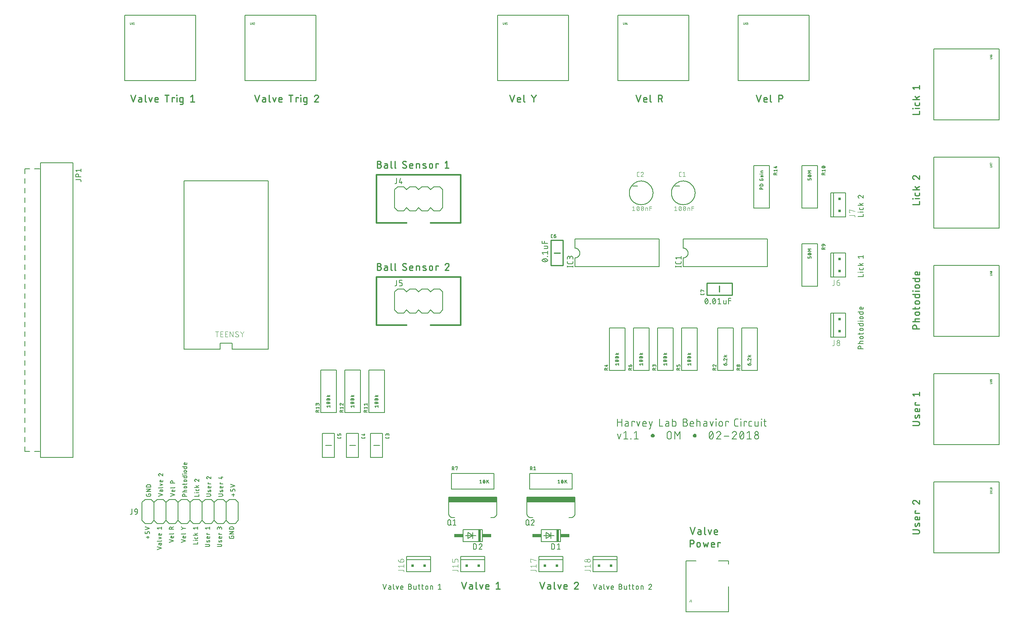
<source format=gto>
G04 EAGLE Gerber X2 export*
%TF.Part,Single*%
%TF.FileFunction,Other,Top Silkscreen*%
%TF.FilePolarity,Positive*%
%TF.GenerationSoftware,Autodesk,EAGLE,8.6.3*%
%TF.CreationDate,2018-06-13T18:32:12Z*%
G75*
%MOMM*%
%FSLAX34Y34*%
%LPD*%
%AMOC8*
5,1,8,0,0,1.08239X$1,22.5*%
G01*
%ADD10C,0.304800*%
%ADD11C,0.279400*%
%ADD12C,0.203200*%
%ADD13C,0.152400*%
%ADD14C,0.127000*%
%ADD15C,0.101600*%
%ADD16C,0.177800*%
%ADD17C,0.025400*%
%ADD18R,0.508000X0.508000*%
%ADD19R,10.160000X1.016000*%
%ADD20R,0.508000X2.540000*%
%ADD21R,1.905000X0.762000*%
%ADD22C,0.254000*%


D10*
X711200Y914400D02*
X889000Y914400D01*
X889000Y812800D01*
X825500Y812800D01*
X711200Y812800D02*
X711200Y914400D01*
X711200Y812800D02*
X774700Y812800D01*
X711200Y698500D02*
X889000Y698500D01*
X889000Y596900D01*
X825500Y596900D01*
X711200Y596900D02*
X711200Y698500D01*
X711200Y596900D02*
X774700Y596900D01*
D11*
X196892Y1068197D02*
X191897Y1083183D01*
X201888Y1083183D02*
X196892Y1068197D01*
X210955Y1074025D02*
X214701Y1074025D01*
X210955Y1074025D02*
X210849Y1074023D01*
X210742Y1074017D01*
X210636Y1074008D01*
X210531Y1073994D01*
X210426Y1073977D01*
X210321Y1073955D01*
X210218Y1073930D01*
X210115Y1073901D01*
X210014Y1073869D01*
X209914Y1073833D01*
X209815Y1073793D01*
X209718Y1073749D01*
X209623Y1073703D01*
X209529Y1073652D01*
X209437Y1073598D01*
X209347Y1073541D01*
X209259Y1073481D01*
X209174Y1073417D01*
X209091Y1073351D01*
X209010Y1073281D01*
X208932Y1073209D01*
X208857Y1073134D01*
X208785Y1073056D01*
X208715Y1072975D01*
X208649Y1072892D01*
X208585Y1072807D01*
X208525Y1072719D01*
X208468Y1072629D01*
X208414Y1072537D01*
X208363Y1072443D01*
X208317Y1072348D01*
X208273Y1072251D01*
X208233Y1072152D01*
X208197Y1072052D01*
X208165Y1071951D01*
X208136Y1071848D01*
X208111Y1071745D01*
X208089Y1071640D01*
X208072Y1071535D01*
X208058Y1071430D01*
X208049Y1071324D01*
X208043Y1071217D01*
X208041Y1071111D01*
X208043Y1071005D01*
X208049Y1070898D01*
X208058Y1070792D01*
X208072Y1070687D01*
X208089Y1070582D01*
X208111Y1070477D01*
X208136Y1070374D01*
X208165Y1070271D01*
X208197Y1070170D01*
X208233Y1070070D01*
X208273Y1069971D01*
X208317Y1069874D01*
X208363Y1069779D01*
X208414Y1069685D01*
X208468Y1069593D01*
X208525Y1069503D01*
X208585Y1069415D01*
X208649Y1069330D01*
X208715Y1069247D01*
X208785Y1069166D01*
X208857Y1069088D01*
X208932Y1069013D01*
X209010Y1068941D01*
X209091Y1068871D01*
X209174Y1068805D01*
X209259Y1068741D01*
X209347Y1068681D01*
X209437Y1068624D01*
X209529Y1068570D01*
X209623Y1068519D01*
X209718Y1068473D01*
X209815Y1068429D01*
X209914Y1068389D01*
X210014Y1068353D01*
X210115Y1068321D01*
X210218Y1068292D01*
X210321Y1068267D01*
X210426Y1068245D01*
X210531Y1068228D01*
X210636Y1068214D01*
X210742Y1068205D01*
X210849Y1068199D01*
X210955Y1068197D01*
X214701Y1068197D01*
X214701Y1075690D01*
X214702Y1075690D02*
X214700Y1075788D01*
X214694Y1075886D01*
X214685Y1075984D01*
X214671Y1076081D01*
X214654Y1076177D01*
X214633Y1076273D01*
X214608Y1076368D01*
X214580Y1076462D01*
X214548Y1076555D01*
X214512Y1076646D01*
X214473Y1076736D01*
X214430Y1076824D01*
X214383Y1076911D01*
X214334Y1076995D01*
X214281Y1077078D01*
X214225Y1077158D01*
X214166Y1077237D01*
X214103Y1077312D01*
X214038Y1077386D01*
X213970Y1077456D01*
X213900Y1077524D01*
X213826Y1077590D01*
X213750Y1077652D01*
X213672Y1077711D01*
X213592Y1077767D01*
X213509Y1077820D01*
X213425Y1077870D01*
X213338Y1077916D01*
X213250Y1077959D01*
X213160Y1077998D01*
X213069Y1078034D01*
X212976Y1078066D01*
X212882Y1078094D01*
X212787Y1078119D01*
X212691Y1078140D01*
X212595Y1078157D01*
X212498Y1078171D01*
X212400Y1078180D01*
X212302Y1078186D01*
X212204Y1078188D01*
X208873Y1078188D01*
X222312Y1083183D02*
X222312Y1070695D01*
X222314Y1070597D01*
X222320Y1070499D01*
X222329Y1070401D01*
X222343Y1070304D01*
X222360Y1070208D01*
X222381Y1070112D01*
X222406Y1070017D01*
X222434Y1069923D01*
X222466Y1069830D01*
X222502Y1069739D01*
X222541Y1069649D01*
X222584Y1069561D01*
X222631Y1069474D01*
X222680Y1069390D01*
X222733Y1069307D01*
X222789Y1069227D01*
X222848Y1069149D01*
X222911Y1069073D01*
X222976Y1068999D01*
X223044Y1068929D01*
X223114Y1068861D01*
X223188Y1068796D01*
X223264Y1068733D01*
X223342Y1068674D01*
X223422Y1068618D01*
X223505Y1068565D01*
X223589Y1068516D01*
X223676Y1068469D01*
X223764Y1068426D01*
X223854Y1068387D01*
X223945Y1068351D01*
X224038Y1068319D01*
X224132Y1068291D01*
X224227Y1068266D01*
X224323Y1068245D01*
X224419Y1068228D01*
X224516Y1068214D01*
X224614Y1068205D01*
X224712Y1068199D01*
X224810Y1068197D01*
X233365Y1068197D02*
X230035Y1078188D01*
X236695Y1078188D02*
X233365Y1068197D01*
X245559Y1068197D02*
X249721Y1068197D01*
X245559Y1068197D02*
X245461Y1068199D01*
X245363Y1068205D01*
X245265Y1068214D01*
X245168Y1068228D01*
X245072Y1068245D01*
X244976Y1068266D01*
X244881Y1068291D01*
X244787Y1068319D01*
X244694Y1068351D01*
X244603Y1068387D01*
X244513Y1068426D01*
X244425Y1068469D01*
X244338Y1068516D01*
X244254Y1068565D01*
X244171Y1068618D01*
X244091Y1068674D01*
X244013Y1068733D01*
X243937Y1068796D01*
X243863Y1068861D01*
X243793Y1068929D01*
X243725Y1068999D01*
X243660Y1069073D01*
X243597Y1069149D01*
X243538Y1069227D01*
X243482Y1069307D01*
X243429Y1069390D01*
X243380Y1069474D01*
X243333Y1069561D01*
X243290Y1069649D01*
X243251Y1069739D01*
X243215Y1069830D01*
X243183Y1069923D01*
X243155Y1070017D01*
X243130Y1070112D01*
X243109Y1070208D01*
X243092Y1070304D01*
X243078Y1070401D01*
X243069Y1070499D01*
X243063Y1070597D01*
X243061Y1070695D01*
X243061Y1074857D01*
X243063Y1074971D01*
X243069Y1075084D01*
X243078Y1075198D01*
X243092Y1075310D01*
X243109Y1075423D01*
X243131Y1075535D01*
X243156Y1075645D01*
X243184Y1075755D01*
X243217Y1075864D01*
X243253Y1075972D01*
X243293Y1076079D01*
X243337Y1076184D01*
X243384Y1076287D01*
X243434Y1076389D01*
X243488Y1076489D01*
X243546Y1076587D01*
X243607Y1076683D01*
X243670Y1076777D01*
X243738Y1076869D01*
X243808Y1076959D01*
X243881Y1077045D01*
X243957Y1077130D01*
X244036Y1077212D01*
X244118Y1077291D01*
X244203Y1077367D01*
X244289Y1077440D01*
X244379Y1077510D01*
X244471Y1077578D01*
X244565Y1077641D01*
X244661Y1077702D01*
X244759Y1077760D01*
X244859Y1077814D01*
X244961Y1077864D01*
X245064Y1077911D01*
X245169Y1077955D01*
X245276Y1077995D01*
X245384Y1078031D01*
X245493Y1078064D01*
X245603Y1078092D01*
X245713Y1078117D01*
X245825Y1078139D01*
X245938Y1078156D01*
X246050Y1078170D01*
X246164Y1078179D01*
X246277Y1078185D01*
X246391Y1078187D01*
X246505Y1078185D01*
X246618Y1078179D01*
X246732Y1078170D01*
X246844Y1078156D01*
X246957Y1078139D01*
X247069Y1078117D01*
X247179Y1078092D01*
X247289Y1078064D01*
X247398Y1078031D01*
X247506Y1077995D01*
X247613Y1077955D01*
X247718Y1077911D01*
X247821Y1077864D01*
X247923Y1077814D01*
X248023Y1077760D01*
X248121Y1077702D01*
X248217Y1077641D01*
X248311Y1077578D01*
X248403Y1077510D01*
X248493Y1077440D01*
X248579Y1077367D01*
X248664Y1077291D01*
X248746Y1077212D01*
X248825Y1077130D01*
X248901Y1077045D01*
X248974Y1076959D01*
X249044Y1076869D01*
X249112Y1076777D01*
X249175Y1076683D01*
X249236Y1076587D01*
X249294Y1076489D01*
X249348Y1076389D01*
X249398Y1076287D01*
X249445Y1076184D01*
X249489Y1076079D01*
X249529Y1075972D01*
X249565Y1075864D01*
X249598Y1075755D01*
X249626Y1075645D01*
X249651Y1075535D01*
X249673Y1075423D01*
X249690Y1075310D01*
X249704Y1075198D01*
X249713Y1075084D01*
X249719Y1074971D01*
X249721Y1074857D01*
X249721Y1073192D01*
X243061Y1073192D01*
X268275Y1068197D02*
X268275Y1083183D01*
X264112Y1083183D02*
X272438Y1083183D01*
X279141Y1078188D02*
X279141Y1068197D01*
X279141Y1078188D02*
X284136Y1078188D01*
X284136Y1076523D01*
X289117Y1078188D02*
X289117Y1068197D01*
X288700Y1082350D02*
X288700Y1083183D01*
X289533Y1083183D01*
X289533Y1082350D01*
X288700Y1082350D01*
X298073Y1068197D02*
X302236Y1068197D01*
X298073Y1068197D02*
X297975Y1068199D01*
X297877Y1068205D01*
X297779Y1068214D01*
X297682Y1068228D01*
X297586Y1068245D01*
X297490Y1068266D01*
X297395Y1068291D01*
X297301Y1068319D01*
X297208Y1068351D01*
X297117Y1068387D01*
X297027Y1068426D01*
X296939Y1068469D01*
X296852Y1068516D01*
X296768Y1068565D01*
X296685Y1068618D01*
X296605Y1068674D01*
X296527Y1068733D01*
X296451Y1068796D01*
X296377Y1068861D01*
X296307Y1068929D01*
X296239Y1068999D01*
X296174Y1069073D01*
X296111Y1069149D01*
X296052Y1069227D01*
X295996Y1069307D01*
X295943Y1069390D01*
X295894Y1069474D01*
X295847Y1069561D01*
X295804Y1069649D01*
X295765Y1069739D01*
X295729Y1069830D01*
X295697Y1069923D01*
X295669Y1070017D01*
X295644Y1070112D01*
X295623Y1070208D01*
X295606Y1070304D01*
X295592Y1070401D01*
X295583Y1070499D01*
X295577Y1070597D01*
X295575Y1070695D01*
X295576Y1070695D02*
X295576Y1075690D01*
X295575Y1075690D02*
X295577Y1075788D01*
X295583Y1075886D01*
X295592Y1075984D01*
X295606Y1076081D01*
X295623Y1076177D01*
X295644Y1076273D01*
X295669Y1076368D01*
X295697Y1076462D01*
X295729Y1076555D01*
X295765Y1076646D01*
X295804Y1076736D01*
X295847Y1076824D01*
X295894Y1076911D01*
X295943Y1076995D01*
X295996Y1077078D01*
X296052Y1077158D01*
X296111Y1077237D01*
X296174Y1077312D01*
X296239Y1077386D01*
X296307Y1077456D01*
X296377Y1077524D01*
X296451Y1077590D01*
X296527Y1077652D01*
X296605Y1077711D01*
X296685Y1077767D01*
X296768Y1077820D01*
X296852Y1077870D01*
X296939Y1077916D01*
X297027Y1077959D01*
X297117Y1077998D01*
X297208Y1078034D01*
X297301Y1078066D01*
X297395Y1078094D01*
X297490Y1078119D01*
X297586Y1078140D01*
X297682Y1078157D01*
X297779Y1078171D01*
X297877Y1078180D01*
X297975Y1078186D01*
X298073Y1078188D01*
X302236Y1078188D01*
X302236Y1065699D01*
X302234Y1065601D01*
X302228Y1065503D01*
X302219Y1065405D01*
X302205Y1065308D01*
X302188Y1065212D01*
X302167Y1065116D01*
X302142Y1065021D01*
X302114Y1064927D01*
X302082Y1064834D01*
X302046Y1064743D01*
X302007Y1064653D01*
X301964Y1064565D01*
X301917Y1064478D01*
X301868Y1064394D01*
X301815Y1064311D01*
X301759Y1064231D01*
X301700Y1064152D01*
X301637Y1064077D01*
X301572Y1064003D01*
X301504Y1063933D01*
X301434Y1063865D01*
X301360Y1063799D01*
X301284Y1063737D01*
X301206Y1063678D01*
X301126Y1063622D01*
X301043Y1063569D01*
X300959Y1063519D01*
X300872Y1063473D01*
X300784Y1063430D01*
X300694Y1063391D01*
X300603Y1063355D01*
X300510Y1063323D01*
X300416Y1063295D01*
X300321Y1063270D01*
X300225Y1063249D01*
X300129Y1063232D01*
X300032Y1063218D01*
X299934Y1063209D01*
X299836Y1063203D01*
X299738Y1063201D01*
X299738Y1063202D02*
X296408Y1063202D01*
X318300Y1079853D02*
X322463Y1083183D01*
X322463Y1068197D01*
X318300Y1068197D02*
X326626Y1068197D01*
X453517Y1083183D02*
X458512Y1068197D01*
X463508Y1083183D01*
X472575Y1074025D02*
X476321Y1074025D01*
X472575Y1074025D02*
X472469Y1074023D01*
X472362Y1074017D01*
X472256Y1074008D01*
X472151Y1073994D01*
X472046Y1073977D01*
X471941Y1073955D01*
X471838Y1073930D01*
X471735Y1073901D01*
X471634Y1073869D01*
X471534Y1073833D01*
X471435Y1073793D01*
X471338Y1073749D01*
X471243Y1073703D01*
X471149Y1073652D01*
X471057Y1073598D01*
X470967Y1073541D01*
X470879Y1073481D01*
X470794Y1073417D01*
X470711Y1073351D01*
X470630Y1073281D01*
X470552Y1073209D01*
X470477Y1073134D01*
X470405Y1073056D01*
X470335Y1072975D01*
X470269Y1072892D01*
X470205Y1072807D01*
X470145Y1072719D01*
X470088Y1072629D01*
X470034Y1072537D01*
X469983Y1072443D01*
X469937Y1072348D01*
X469893Y1072251D01*
X469853Y1072152D01*
X469817Y1072052D01*
X469785Y1071951D01*
X469756Y1071848D01*
X469731Y1071745D01*
X469709Y1071640D01*
X469692Y1071535D01*
X469678Y1071430D01*
X469669Y1071324D01*
X469663Y1071217D01*
X469661Y1071111D01*
X469663Y1071005D01*
X469669Y1070898D01*
X469678Y1070792D01*
X469692Y1070687D01*
X469709Y1070582D01*
X469731Y1070477D01*
X469756Y1070374D01*
X469785Y1070271D01*
X469817Y1070170D01*
X469853Y1070070D01*
X469893Y1069971D01*
X469937Y1069874D01*
X469983Y1069779D01*
X470034Y1069685D01*
X470088Y1069593D01*
X470145Y1069503D01*
X470205Y1069415D01*
X470269Y1069330D01*
X470335Y1069247D01*
X470405Y1069166D01*
X470477Y1069088D01*
X470552Y1069013D01*
X470630Y1068941D01*
X470711Y1068871D01*
X470794Y1068805D01*
X470879Y1068741D01*
X470967Y1068681D01*
X471057Y1068624D01*
X471149Y1068570D01*
X471243Y1068519D01*
X471338Y1068473D01*
X471435Y1068429D01*
X471534Y1068389D01*
X471634Y1068353D01*
X471735Y1068321D01*
X471838Y1068292D01*
X471941Y1068267D01*
X472046Y1068245D01*
X472151Y1068228D01*
X472256Y1068214D01*
X472362Y1068205D01*
X472469Y1068199D01*
X472575Y1068197D01*
X476321Y1068197D01*
X476321Y1075690D01*
X476322Y1075690D02*
X476320Y1075788D01*
X476314Y1075886D01*
X476305Y1075984D01*
X476291Y1076081D01*
X476274Y1076177D01*
X476253Y1076273D01*
X476228Y1076368D01*
X476200Y1076462D01*
X476168Y1076555D01*
X476132Y1076646D01*
X476093Y1076736D01*
X476050Y1076824D01*
X476003Y1076911D01*
X475954Y1076995D01*
X475901Y1077078D01*
X475845Y1077158D01*
X475786Y1077237D01*
X475723Y1077312D01*
X475658Y1077386D01*
X475590Y1077456D01*
X475520Y1077524D01*
X475446Y1077590D01*
X475370Y1077652D01*
X475292Y1077711D01*
X475212Y1077767D01*
X475129Y1077820D01*
X475045Y1077870D01*
X474958Y1077916D01*
X474870Y1077959D01*
X474780Y1077998D01*
X474689Y1078034D01*
X474596Y1078066D01*
X474502Y1078094D01*
X474407Y1078119D01*
X474311Y1078140D01*
X474215Y1078157D01*
X474118Y1078171D01*
X474020Y1078180D01*
X473922Y1078186D01*
X473824Y1078188D01*
X470493Y1078188D01*
X483932Y1083183D02*
X483932Y1070695D01*
X483934Y1070597D01*
X483940Y1070499D01*
X483949Y1070401D01*
X483963Y1070304D01*
X483980Y1070208D01*
X484001Y1070112D01*
X484026Y1070017D01*
X484054Y1069923D01*
X484086Y1069830D01*
X484122Y1069739D01*
X484161Y1069649D01*
X484204Y1069561D01*
X484251Y1069474D01*
X484300Y1069390D01*
X484353Y1069307D01*
X484409Y1069227D01*
X484468Y1069149D01*
X484531Y1069073D01*
X484596Y1068999D01*
X484664Y1068929D01*
X484734Y1068861D01*
X484808Y1068796D01*
X484884Y1068733D01*
X484962Y1068674D01*
X485042Y1068618D01*
X485125Y1068565D01*
X485209Y1068516D01*
X485296Y1068469D01*
X485384Y1068426D01*
X485474Y1068387D01*
X485565Y1068351D01*
X485658Y1068319D01*
X485752Y1068291D01*
X485847Y1068266D01*
X485943Y1068245D01*
X486039Y1068228D01*
X486136Y1068214D01*
X486234Y1068205D01*
X486332Y1068199D01*
X486430Y1068197D01*
X494985Y1068197D02*
X491655Y1078188D01*
X498315Y1078188D02*
X494985Y1068197D01*
X507179Y1068197D02*
X511341Y1068197D01*
X507179Y1068197D02*
X507081Y1068199D01*
X506983Y1068205D01*
X506885Y1068214D01*
X506788Y1068228D01*
X506692Y1068245D01*
X506596Y1068266D01*
X506501Y1068291D01*
X506407Y1068319D01*
X506314Y1068351D01*
X506223Y1068387D01*
X506133Y1068426D01*
X506045Y1068469D01*
X505958Y1068516D01*
X505874Y1068565D01*
X505791Y1068618D01*
X505711Y1068674D01*
X505633Y1068733D01*
X505557Y1068796D01*
X505483Y1068861D01*
X505413Y1068929D01*
X505345Y1068999D01*
X505280Y1069073D01*
X505217Y1069149D01*
X505158Y1069227D01*
X505102Y1069307D01*
X505049Y1069390D01*
X505000Y1069474D01*
X504953Y1069561D01*
X504910Y1069649D01*
X504871Y1069739D01*
X504835Y1069830D01*
X504803Y1069923D01*
X504775Y1070017D01*
X504750Y1070112D01*
X504729Y1070208D01*
X504712Y1070304D01*
X504698Y1070401D01*
X504689Y1070499D01*
X504683Y1070597D01*
X504681Y1070695D01*
X504681Y1074857D01*
X504683Y1074971D01*
X504689Y1075084D01*
X504698Y1075198D01*
X504712Y1075310D01*
X504729Y1075423D01*
X504751Y1075535D01*
X504776Y1075645D01*
X504804Y1075755D01*
X504837Y1075864D01*
X504873Y1075972D01*
X504913Y1076079D01*
X504957Y1076184D01*
X505004Y1076287D01*
X505054Y1076389D01*
X505108Y1076489D01*
X505166Y1076587D01*
X505227Y1076683D01*
X505290Y1076777D01*
X505358Y1076869D01*
X505428Y1076959D01*
X505501Y1077045D01*
X505577Y1077130D01*
X505656Y1077212D01*
X505738Y1077291D01*
X505823Y1077367D01*
X505909Y1077440D01*
X505999Y1077510D01*
X506091Y1077578D01*
X506185Y1077641D01*
X506281Y1077702D01*
X506379Y1077760D01*
X506479Y1077814D01*
X506581Y1077864D01*
X506684Y1077911D01*
X506789Y1077955D01*
X506896Y1077995D01*
X507004Y1078031D01*
X507113Y1078064D01*
X507223Y1078092D01*
X507333Y1078117D01*
X507445Y1078139D01*
X507558Y1078156D01*
X507670Y1078170D01*
X507784Y1078179D01*
X507897Y1078185D01*
X508011Y1078187D01*
X508125Y1078185D01*
X508238Y1078179D01*
X508352Y1078170D01*
X508464Y1078156D01*
X508577Y1078139D01*
X508689Y1078117D01*
X508799Y1078092D01*
X508909Y1078064D01*
X509018Y1078031D01*
X509126Y1077995D01*
X509233Y1077955D01*
X509338Y1077911D01*
X509441Y1077864D01*
X509543Y1077814D01*
X509643Y1077760D01*
X509741Y1077702D01*
X509837Y1077641D01*
X509931Y1077578D01*
X510023Y1077510D01*
X510113Y1077440D01*
X510199Y1077367D01*
X510284Y1077291D01*
X510366Y1077212D01*
X510445Y1077130D01*
X510521Y1077045D01*
X510594Y1076959D01*
X510664Y1076869D01*
X510732Y1076777D01*
X510795Y1076683D01*
X510856Y1076587D01*
X510914Y1076489D01*
X510968Y1076389D01*
X511018Y1076287D01*
X511065Y1076184D01*
X511109Y1076079D01*
X511149Y1075972D01*
X511185Y1075864D01*
X511218Y1075755D01*
X511246Y1075645D01*
X511271Y1075535D01*
X511293Y1075423D01*
X511310Y1075310D01*
X511324Y1075198D01*
X511333Y1075084D01*
X511339Y1074971D01*
X511341Y1074857D01*
X511341Y1073192D01*
X504681Y1073192D01*
X529895Y1068197D02*
X529895Y1083183D01*
X525732Y1083183D02*
X534058Y1083183D01*
X540761Y1078188D02*
X540761Y1068197D01*
X540761Y1078188D02*
X545756Y1078188D01*
X545756Y1076523D01*
X550737Y1078188D02*
X550737Y1068197D01*
X550320Y1082350D02*
X550320Y1083183D01*
X551153Y1083183D01*
X551153Y1082350D01*
X550320Y1082350D01*
X559693Y1068197D02*
X563856Y1068197D01*
X559693Y1068197D02*
X559595Y1068199D01*
X559497Y1068205D01*
X559399Y1068214D01*
X559302Y1068228D01*
X559206Y1068245D01*
X559110Y1068266D01*
X559015Y1068291D01*
X558921Y1068319D01*
X558828Y1068351D01*
X558737Y1068387D01*
X558647Y1068426D01*
X558559Y1068469D01*
X558472Y1068516D01*
X558388Y1068565D01*
X558305Y1068618D01*
X558225Y1068674D01*
X558147Y1068733D01*
X558071Y1068796D01*
X557997Y1068861D01*
X557927Y1068929D01*
X557859Y1068999D01*
X557794Y1069073D01*
X557731Y1069149D01*
X557672Y1069227D01*
X557616Y1069307D01*
X557563Y1069390D01*
X557514Y1069474D01*
X557467Y1069561D01*
X557424Y1069649D01*
X557385Y1069739D01*
X557349Y1069830D01*
X557317Y1069923D01*
X557289Y1070017D01*
X557264Y1070112D01*
X557243Y1070208D01*
X557226Y1070304D01*
X557212Y1070401D01*
X557203Y1070499D01*
X557197Y1070597D01*
X557195Y1070695D01*
X557196Y1070695D02*
X557196Y1075690D01*
X557195Y1075690D02*
X557197Y1075788D01*
X557203Y1075886D01*
X557212Y1075984D01*
X557226Y1076081D01*
X557243Y1076177D01*
X557264Y1076273D01*
X557289Y1076368D01*
X557317Y1076462D01*
X557349Y1076555D01*
X557385Y1076646D01*
X557424Y1076736D01*
X557467Y1076824D01*
X557514Y1076911D01*
X557563Y1076995D01*
X557616Y1077078D01*
X557672Y1077158D01*
X557731Y1077237D01*
X557794Y1077312D01*
X557859Y1077386D01*
X557927Y1077456D01*
X557997Y1077524D01*
X558071Y1077590D01*
X558147Y1077652D01*
X558225Y1077711D01*
X558305Y1077767D01*
X558388Y1077820D01*
X558472Y1077870D01*
X558559Y1077916D01*
X558647Y1077959D01*
X558737Y1077998D01*
X558828Y1078034D01*
X558921Y1078066D01*
X559015Y1078094D01*
X559110Y1078119D01*
X559206Y1078140D01*
X559302Y1078157D01*
X559399Y1078171D01*
X559497Y1078180D01*
X559595Y1078186D01*
X559693Y1078188D01*
X563856Y1078188D01*
X563856Y1065699D01*
X563854Y1065601D01*
X563848Y1065503D01*
X563839Y1065405D01*
X563825Y1065308D01*
X563808Y1065212D01*
X563787Y1065116D01*
X563762Y1065021D01*
X563734Y1064927D01*
X563702Y1064834D01*
X563666Y1064743D01*
X563627Y1064653D01*
X563584Y1064565D01*
X563537Y1064478D01*
X563488Y1064394D01*
X563435Y1064311D01*
X563379Y1064231D01*
X563320Y1064152D01*
X563257Y1064077D01*
X563192Y1064003D01*
X563124Y1063933D01*
X563054Y1063865D01*
X562980Y1063799D01*
X562904Y1063737D01*
X562826Y1063678D01*
X562746Y1063622D01*
X562663Y1063569D01*
X562579Y1063519D01*
X562492Y1063473D01*
X562404Y1063430D01*
X562314Y1063391D01*
X562223Y1063355D01*
X562130Y1063323D01*
X562036Y1063295D01*
X561941Y1063270D01*
X561845Y1063249D01*
X561749Y1063232D01*
X561652Y1063218D01*
X561554Y1063209D01*
X561456Y1063203D01*
X561358Y1063201D01*
X561358Y1063202D02*
X558028Y1063202D01*
X584499Y1083184D02*
X584619Y1083182D01*
X584739Y1083176D01*
X584859Y1083167D01*
X584978Y1083153D01*
X585097Y1083136D01*
X585215Y1083115D01*
X585333Y1083090D01*
X585449Y1083061D01*
X585565Y1083029D01*
X585680Y1082993D01*
X585793Y1082953D01*
X585905Y1082910D01*
X586016Y1082863D01*
X586125Y1082813D01*
X586232Y1082759D01*
X586338Y1082702D01*
X586441Y1082641D01*
X586543Y1082577D01*
X586643Y1082510D01*
X586740Y1082440D01*
X586835Y1082367D01*
X586928Y1082290D01*
X587018Y1082211D01*
X587106Y1082129D01*
X587191Y1082044D01*
X587273Y1081956D01*
X587352Y1081866D01*
X587429Y1081773D01*
X587502Y1081678D01*
X587572Y1081581D01*
X587639Y1081481D01*
X587703Y1081379D01*
X587764Y1081276D01*
X587821Y1081170D01*
X587875Y1081063D01*
X587925Y1080954D01*
X587972Y1080843D01*
X588015Y1080731D01*
X588055Y1080618D01*
X588091Y1080503D01*
X588123Y1080387D01*
X588152Y1080271D01*
X588177Y1080153D01*
X588198Y1080035D01*
X588215Y1079916D01*
X588229Y1079797D01*
X588238Y1079677D01*
X588244Y1079557D01*
X588246Y1079437D01*
X584499Y1083183D02*
X584361Y1083181D01*
X584224Y1083175D01*
X584087Y1083165D01*
X583950Y1083152D01*
X583814Y1083134D01*
X583678Y1083112D01*
X583542Y1083087D01*
X583408Y1083058D01*
X583275Y1083025D01*
X583142Y1082988D01*
X583011Y1082947D01*
X582880Y1082903D01*
X582752Y1082855D01*
X582624Y1082803D01*
X582498Y1082747D01*
X582374Y1082688D01*
X582251Y1082626D01*
X582131Y1082560D01*
X582012Y1082491D01*
X581895Y1082418D01*
X581781Y1082342D01*
X581668Y1082262D01*
X581558Y1082180D01*
X581450Y1082094D01*
X581345Y1082006D01*
X581243Y1081914D01*
X581143Y1081820D01*
X581045Y1081722D01*
X580951Y1081622D01*
X580860Y1081519D01*
X580771Y1081414D01*
X580686Y1081306D01*
X580603Y1081196D01*
X580524Y1081084D01*
X580448Y1080969D01*
X580375Y1080852D01*
X580306Y1080733D01*
X580240Y1080613D01*
X580178Y1080490D01*
X580119Y1080366D01*
X580064Y1080240D01*
X580012Y1080112D01*
X579964Y1079983D01*
X579920Y1079853D01*
X586997Y1076523D02*
X587087Y1076611D01*
X587173Y1076702D01*
X587257Y1076795D01*
X587338Y1076891D01*
X587416Y1076989D01*
X587490Y1077089D01*
X587562Y1077192D01*
X587630Y1077297D01*
X587695Y1077405D01*
X587757Y1077514D01*
X587815Y1077625D01*
X587870Y1077738D01*
X587921Y1077852D01*
X587968Y1077968D01*
X588012Y1078085D01*
X588052Y1078204D01*
X588089Y1078324D01*
X588122Y1078445D01*
X588151Y1078567D01*
X588176Y1078689D01*
X588197Y1078813D01*
X588215Y1078937D01*
X588228Y1079062D01*
X588238Y1079187D01*
X588244Y1079312D01*
X588246Y1079437D01*
X586997Y1076523D02*
X579920Y1068197D01*
X588246Y1068197D01*
X991997Y1083183D02*
X996992Y1068197D01*
X1001988Y1083183D01*
X1010749Y1068197D02*
X1014912Y1068197D01*
X1010749Y1068197D02*
X1010651Y1068199D01*
X1010553Y1068205D01*
X1010455Y1068214D01*
X1010358Y1068228D01*
X1010262Y1068245D01*
X1010166Y1068266D01*
X1010071Y1068291D01*
X1009977Y1068319D01*
X1009884Y1068351D01*
X1009793Y1068387D01*
X1009703Y1068426D01*
X1009615Y1068469D01*
X1009528Y1068516D01*
X1009444Y1068565D01*
X1009361Y1068618D01*
X1009281Y1068674D01*
X1009203Y1068733D01*
X1009127Y1068796D01*
X1009053Y1068861D01*
X1008983Y1068929D01*
X1008915Y1068999D01*
X1008850Y1069073D01*
X1008787Y1069149D01*
X1008728Y1069227D01*
X1008672Y1069307D01*
X1008619Y1069390D01*
X1008570Y1069474D01*
X1008523Y1069561D01*
X1008480Y1069649D01*
X1008441Y1069739D01*
X1008405Y1069830D01*
X1008373Y1069923D01*
X1008345Y1070017D01*
X1008320Y1070112D01*
X1008299Y1070208D01*
X1008282Y1070304D01*
X1008268Y1070401D01*
X1008259Y1070499D01*
X1008253Y1070597D01*
X1008251Y1070695D01*
X1008251Y1074857D01*
X1008253Y1074971D01*
X1008259Y1075084D01*
X1008268Y1075198D01*
X1008282Y1075310D01*
X1008299Y1075423D01*
X1008321Y1075535D01*
X1008346Y1075645D01*
X1008374Y1075755D01*
X1008407Y1075864D01*
X1008443Y1075972D01*
X1008483Y1076079D01*
X1008527Y1076184D01*
X1008574Y1076287D01*
X1008624Y1076389D01*
X1008678Y1076489D01*
X1008736Y1076587D01*
X1008797Y1076683D01*
X1008860Y1076777D01*
X1008928Y1076869D01*
X1008998Y1076959D01*
X1009071Y1077045D01*
X1009147Y1077130D01*
X1009226Y1077212D01*
X1009308Y1077291D01*
X1009393Y1077367D01*
X1009479Y1077440D01*
X1009569Y1077510D01*
X1009661Y1077578D01*
X1009755Y1077641D01*
X1009851Y1077702D01*
X1009949Y1077760D01*
X1010049Y1077814D01*
X1010151Y1077864D01*
X1010254Y1077911D01*
X1010359Y1077955D01*
X1010466Y1077995D01*
X1010574Y1078031D01*
X1010683Y1078064D01*
X1010793Y1078092D01*
X1010903Y1078117D01*
X1011015Y1078139D01*
X1011128Y1078156D01*
X1011240Y1078170D01*
X1011354Y1078179D01*
X1011467Y1078185D01*
X1011581Y1078187D01*
X1011695Y1078185D01*
X1011808Y1078179D01*
X1011922Y1078170D01*
X1012034Y1078156D01*
X1012147Y1078139D01*
X1012259Y1078117D01*
X1012369Y1078092D01*
X1012479Y1078064D01*
X1012588Y1078031D01*
X1012696Y1077995D01*
X1012803Y1077955D01*
X1012908Y1077911D01*
X1013011Y1077864D01*
X1013113Y1077814D01*
X1013213Y1077760D01*
X1013311Y1077702D01*
X1013407Y1077641D01*
X1013501Y1077578D01*
X1013593Y1077510D01*
X1013683Y1077440D01*
X1013769Y1077367D01*
X1013854Y1077291D01*
X1013936Y1077212D01*
X1014015Y1077130D01*
X1014091Y1077045D01*
X1014164Y1076959D01*
X1014234Y1076869D01*
X1014302Y1076777D01*
X1014365Y1076683D01*
X1014426Y1076587D01*
X1014484Y1076489D01*
X1014538Y1076389D01*
X1014588Y1076287D01*
X1014635Y1076184D01*
X1014679Y1076079D01*
X1014719Y1075972D01*
X1014755Y1075864D01*
X1014788Y1075755D01*
X1014816Y1075645D01*
X1014841Y1075535D01*
X1014863Y1075423D01*
X1014880Y1075310D01*
X1014894Y1075198D01*
X1014903Y1075084D01*
X1014909Y1074971D01*
X1014911Y1074857D01*
X1014912Y1074857D02*
X1014912Y1073192D01*
X1008251Y1073192D01*
X1021891Y1070695D02*
X1021891Y1083183D01*
X1021891Y1070695D02*
X1021893Y1070597D01*
X1021899Y1070499D01*
X1021908Y1070401D01*
X1021922Y1070304D01*
X1021939Y1070208D01*
X1021960Y1070112D01*
X1021985Y1070017D01*
X1022013Y1069923D01*
X1022045Y1069830D01*
X1022081Y1069739D01*
X1022120Y1069649D01*
X1022163Y1069561D01*
X1022210Y1069474D01*
X1022259Y1069390D01*
X1022312Y1069307D01*
X1022368Y1069227D01*
X1022427Y1069149D01*
X1022490Y1069073D01*
X1022555Y1068999D01*
X1022623Y1068929D01*
X1022693Y1068861D01*
X1022767Y1068796D01*
X1022843Y1068733D01*
X1022921Y1068674D01*
X1023001Y1068618D01*
X1023084Y1068565D01*
X1023168Y1068516D01*
X1023255Y1068469D01*
X1023343Y1068426D01*
X1023433Y1068387D01*
X1023524Y1068351D01*
X1023617Y1068319D01*
X1023711Y1068291D01*
X1023806Y1068266D01*
X1023902Y1068245D01*
X1023998Y1068228D01*
X1024095Y1068214D01*
X1024193Y1068205D01*
X1024291Y1068199D01*
X1024389Y1068197D01*
X1042844Y1076106D02*
X1037849Y1083183D01*
X1042844Y1076106D02*
X1047839Y1083183D01*
X1042844Y1076106D02*
X1042844Y1068197D01*
X1258697Y1083183D02*
X1263692Y1068197D01*
X1268688Y1083183D01*
X1277449Y1068197D02*
X1281612Y1068197D01*
X1277449Y1068197D02*
X1277351Y1068199D01*
X1277253Y1068205D01*
X1277155Y1068214D01*
X1277058Y1068228D01*
X1276962Y1068245D01*
X1276866Y1068266D01*
X1276771Y1068291D01*
X1276677Y1068319D01*
X1276584Y1068351D01*
X1276493Y1068387D01*
X1276403Y1068426D01*
X1276315Y1068469D01*
X1276228Y1068516D01*
X1276144Y1068565D01*
X1276061Y1068618D01*
X1275981Y1068674D01*
X1275903Y1068733D01*
X1275827Y1068796D01*
X1275753Y1068861D01*
X1275683Y1068929D01*
X1275615Y1068999D01*
X1275550Y1069073D01*
X1275487Y1069149D01*
X1275428Y1069227D01*
X1275372Y1069307D01*
X1275319Y1069390D01*
X1275270Y1069474D01*
X1275223Y1069561D01*
X1275180Y1069649D01*
X1275141Y1069739D01*
X1275105Y1069830D01*
X1275073Y1069923D01*
X1275045Y1070017D01*
X1275020Y1070112D01*
X1274999Y1070208D01*
X1274982Y1070304D01*
X1274968Y1070401D01*
X1274959Y1070499D01*
X1274953Y1070597D01*
X1274951Y1070695D01*
X1274951Y1074857D01*
X1274953Y1074971D01*
X1274959Y1075084D01*
X1274968Y1075198D01*
X1274982Y1075310D01*
X1274999Y1075423D01*
X1275021Y1075535D01*
X1275046Y1075645D01*
X1275074Y1075755D01*
X1275107Y1075864D01*
X1275143Y1075972D01*
X1275183Y1076079D01*
X1275227Y1076184D01*
X1275274Y1076287D01*
X1275324Y1076389D01*
X1275378Y1076489D01*
X1275436Y1076587D01*
X1275497Y1076683D01*
X1275560Y1076777D01*
X1275628Y1076869D01*
X1275698Y1076959D01*
X1275771Y1077045D01*
X1275847Y1077130D01*
X1275926Y1077212D01*
X1276008Y1077291D01*
X1276093Y1077367D01*
X1276179Y1077440D01*
X1276269Y1077510D01*
X1276361Y1077578D01*
X1276455Y1077641D01*
X1276551Y1077702D01*
X1276649Y1077760D01*
X1276749Y1077814D01*
X1276851Y1077864D01*
X1276954Y1077911D01*
X1277059Y1077955D01*
X1277166Y1077995D01*
X1277274Y1078031D01*
X1277383Y1078064D01*
X1277493Y1078092D01*
X1277603Y1078117D01*
X1277715Y1078139D01*
X1277828Y1078156D01*
X1277940Y1078170D01*
X1278054Y1078179D01*
X1278167Y1078185D01*
X1278281Y1078187D01*
X1278395Y1078185D01*
X1278508Y1078179D01*
X1278622Y1078170D01*
X1278734Y1078156D01*
X1278847Y1078139D01*
X1278959Y1078117D01*
X1279069Y1078092D01*
X1279179Y1078064D01*
X1279288Y1078031D01*
X1279396Y1077995D01*
X1279503Y1077955D01*
X1279608Y1077911D01*
X1279711Y1077864D01*
X1279813Y1077814D01*
X1279913Y1077760D01*
X1280011Y1077702D01*
X1280107Y1077641D01*
X1280201Y1077578D01*
X1280293Y1077510D01*
X1280383Y1077440D01*
X1280469Y1077367D01*
X1280554Y1077291D01*
X1280636Y1077212D01*
X1280715Y1077130D01*
X1280791Y1077045D01*
X1280864Y1076959D01*
X1280934Y1076869D01*
X1281002Y1076777D01*
X1281065Y1076683D01*
X1281126Y1076587D01*
X1281184Y1076489D01*
X1281238Y1076389D01*
X1281288Y1076287D01*
X1281335Y1076184D01*
X1281379Y1076079D01*
X1281419Y1075972D01*
X1281455Y1075864D01*
X1281488Y1075755D01*
X1281516Y1075645D01*
X1281541Y1075535D01*
X1281563Y1075423D01*
X1281580Y1075310D01*
X1281594Y1075198D01*
X1281603Y1075084D01*
X1281609Y1074971D01*
X1281611Y1074857D01*
X1281612Y1074857D02*
X1281612Y1073192D01*
X1274951Y1073192D01*
X1288591Y1070695D02*
X1288591Y1083183D01*
X1288591Y1070695D02*
X1288593Y1070597D01*
X1288599Y1070499D01*
X1288608Y1070401D01*
X1288622Y1070304D01*
X1288639Y1070208D01*
X1288660Y1070112D01*
X1288685Y1070017D01*
X1288713Y1069923D01*
X1288745Y1069830D01*
X1288781Y1069739D01*
X1288820Y1069649D01*
X1288863Y1069561D01*
X1288910Y1069474D01*
X1288959Y1069390D01*
X1289012Y1069307D01*
X1289068Y1069227D01*
X1289127Y1069149D01*
X1289190Y1069073D01*
X1289255Y1068999D01*
X1289323Y1068929D01*
X1289393Y1068861D01*
X1289467Y1068796D01*
X1289543Y1068733D01*
X1289621Y1068674D01*
X1289701Y1068618D01*
X1289784Y1068565D01*
X1289868Y1068516D01*
X1289955Y1068469D01*
X1290043Y1068426D01*
X1290133Y1068387D01*
X1290224Y1068351D01*
X1290317Y1068319D01*
X1290411Y1068291D01*
X1290506Y1068266D01*
X1290602Y1068245D01*
X1290698Y1068228D01*
X1290795Y1068214D01*
X1290893Y1068205D01*
X1290991Y1068199D01*
X1291089Y1068197D01*
X1306040Y1068197D02*
X1306040Y1083183D01*
X1310203Y1083183D01*
X1310331Y1083181D01*
X1310459Y1083175D01*
X1310587Y1083165D01*
X1310715Y1083151D01*
X1310842Y1083134D01*
X1310968Y1083112D01*
X1311094Y1083087D01*
X1311218Y1083057D01*
X1311342Y1083024D01*
X1311465Y1082987D01*
X1311587Y1082946D01*
X1311707Y1082902D01*
X1311826Y1082854D01*
X1311943Y1082802D01*
X1312059Y1082747D01*
X1312172Y1082688D01*
X1312285Y1082625D01*
X1312395Y1082559D01*
X1312502Y1082490D01*
X1312608Y1082418D01*
X1312712Y1082342D01*
X1312813Y1082263D01*
X1312912Y1082181D01*
X1313008Y1082096D01*
X1313101Y1082009D01*
X1313192Y1081918D01*
X1313279Y1081825D01*
X1313364Y1081729D01*
X1313446Y1081630D01*
X1313525Y1081529D01*
X1313601Y1081425D01*
X1313673Y1081319D01*
X1313742Y1081212D01*
X1313808Y1081102D01*
X1313871Y1080989D01*
X1313930Y1080876D01*
X1313985Y1080760D01*
X1314037Y1080643D01*
X1314085Y1080524D01*
X1314129Y1080404D01*
X1314170Y1080282D01*
X1314207Y1080159D01*
X1314240Y1080035D01*
X1314270Y1079911D01*
X1314295Y1079785D01*
X1314317Y1079659D01*
X1314334Y1079532D01*
X1314348Y1079404D01*
X1314358Y1079276D01*
X1314364Y1079148D01*
X1314366Y1079020D01*
X1314364Y1078892D01*
X1314358Y1078764D01*
X1314348Y1078636D01*
X1314334Y1078508D01*
X1314317Y1078381D01*
X1314295Y1078255D01*
X1314270Y1078129D01*
X1314240Y1078005D01*
X1314207Y1077881D01*
X1314170Y1077758D01*
X1314129Y1077636D01*
X1314085Y1077516D01*
X1314037Y1077397D01*
X1313985Y1077280D01*
X1313930Y1077164D01*
X1313871Y1077051D01*
X1313808Y1076939D01*
X1313742Y1076828D01*
X1313673Y1076721D01*
X1313601Y1076615D01*
X1313525Y1076511D01*
X1313446Y1076410D01*
X1313364Y1076311D01*
X1313279Y1076215D01*
X1313192Y1076122D01*
X1313101Y1076031D01*
X1313008Y1075944D01*
X1312912Y1075859D01*
X1312813Y1075777D01*
X1312712Y1075698D01*
X1312608Y1075622D01*
X1312502Y1075550D01*
X1312395Y1075481D01*
X1312285Y1075415D01*
X1312172Y1075352D01*
X1312059Y1075293D01*
X1311943Y1075238D01*
X1311826Y1075186D01*
X1311707Y1075138D01*
X1311587Y1075094D01*
X1311465Y1075053D01*
X1311342Y1075016D01*
X1311218Y1074983D01*
X1311094Y1074953D01*
X1310968Y1074928D01*
X1310842Y1074906D01*
X1310715Y1074889D01*
X1310587Y1074875D01*
X1310459Y1074865D01*
X1310331Y1074859D01*
X1310203Y1074857D01*
X1306040Y1074857D01*
X1311036Y1074857D02*
X1314366Y1068197D01*
X1512697Y1083183D02*
X1517692Y1068197D01*
X1522688Y1083183D01*
X1531449Y1068197D02*
X1535612Y1068197D01*
X1531449Y1068197D02*
X1531351Y1068199D01*
X1531253Y1068205D01*
X1531155Y1068214D01*
X1531058Y1068228D01*
X1530962Y1068245D01*
X1530866Y1068266D01*
X1530771Y1068291D01*
X1530677Y1068319D01*
X1530584Y1068351D01*
X1530493Y1068387D01*
X1530403Y1068426D01*
X1530315Y1068469D01*
X1530228Y1068516D01*
X1530144Y1068565D01*
X1530061Y1068618D01*
X1529981Y1068674D01*
X1529903Y1068733D01*
X1529827Y1068796D01*
X1529753Y1068861D01*
X1529683Y1068929D01*
X1529615Y1068999D01*
X1529550Y1069073D01*
X1529487Y1069149D01*
X1529428Y1069227D01*
X1529372Y1069307D01*
X1529319Y1069390D01*
X1529270Y1069474D01*
X1529223Y1069561D01*
X1529180Y1069649D01*
X1529141Y1069739D01*
X1529105Y1069830D01*
X1529073Y1069923D01*
X1529045Y1070017D01*
X1529020Y1070112D01*
X1528999Y1070208D01*
X1528982Y1070304D01*
X1528968Y1070401D01*
X1528959Y1070499D01*
X1528953Y1070597D01*
X1528951Y1070695D01*
X1528951Y1074857D01*
X1528953Y1074971D01*
X1528959Y1075084D01*
X1528968Y1075198D01*
X1528982Y1075310D01*
X1528999Y1075423D01*
X1529021Y1075535D01*
X1529046Y1075645D01*
X1529074Y1075755D01*
X1529107Y1075864D01*
X1529143Y1075972D01*
X1529183Y1076079D01*
X1529227Y1076184D01*
X1529274Y1076287D01*
X1529324Y1076389D01*
X1529378Y1076489D01*
X1529436Y1076587D01*
X1529497Y1076683D01*
X1529560Y1076777D01*
X1529628Y1076869D01*
X1529698Y1076959D01*
X1529771Y1077045D01*
X1529847Y1077130D01*
X1529926Y1077212D01*
X1530008Y1077291D01*
X1530093Y1077367D01*
X1530179Y1077440D01*
X1530269Y1077510D01*
X1530361Y1077578D01*
X1530455Y1077641D01*
X1530551Y1077702D01*
X1530649Y1077760D01*
X1530749Y1077814D01*
X1530851Y1077864D01*
X1530954Y1077911D01*
X1531059Y1077955D01*
X1531166Y1077995D01*
X1531274Y1078031D01*
X1531383Y1078064D01*
X1531493Y1078092D01*
X1531603Y1078117D01*
X1531715Y1078139D01*
X1531828Y1078156D01*
X1531940Y1078170D01*
X1532054Y1078179D01*
X1532167Y1078185D01*
X1532281Y1078187D01*
X1532395Y1078185D01*
X1532508Y1078179D01*
X1532622Y1078170D01*
X1532734Y1078156D01*
X1532847Y1078139D01*
X1532959Y1078117D01*
X1533069Y1078092D01*
X1533179Y1078064D01*
X1533288Y1078031D01*
X1533396Y1077995D01*
X1533503Y1077955D01*
X1533608Y1077911D01*
X1533711Y1077864D01*
X1533813Y1077814D01*
X1533913Y1077760D01*
X1534011Y1077702D01*
X1534107Y1077641D01*
X1534201Y1077578D01*
X1534293Y1077510D01*
X1534383Y1077440D01*
X1534469Y1077367D01*
X1534554Y1077291D01*
X1534636Y1077212D01*
X1534715Y1077130D01*
X1534791Y1077045D01*
X1534864Y1076959D01*
X1534934Y1076869D01*
X1535002Y1076777D01*
X1535065Y1076683D01*
X1535126Y1076587D01*
X1535184Y1076489D01*
X1535238Y1076389D01*
X1535288Y1076287D01*
X1535335Y1076184D01*
X1535379Y1076079D01*
X1535419Y1075972D01*
X1535455Y1075864D01*
X1535488Y1075755D01*
X1535516Y1075645D01*
X1535541Y1075535D01*
X1535563Y1075423D01*
X1535580Y1075310D01*
X1535594Y1075198D01*
X1535603Y1075084D01*
X1535609Y1074971D01*
X1535611Y1074857D01*
X1535612Y1074857D02*
X1535612Y1073192D01*
X1528951Y1073192D01*
X1542591Y1070695D02*
X1542591Y1083183D01*
X1542591Y1070695D02*
X1542593Y1070597D01*
X1542599Y1070499D01*
X1542608Y1070401D01*
X1542622Y1070304D01*
X1542639Y1070208D01*
X1542660Y1070112D01*
X1542685Y1070017D01*
X1542713Y1069923D01*
X1542745Y1069830D01*
X1542781Y1069739D01*
X1542820Y1069649D01*
X1542863Y1069561D01*
X1542910Y1069474D01*
X1542959Y1069390D01*
X1543012Y1069307D01*
X1543068Y1069227D01*
X1543127Y1069149D01*
X1543190Y1069073D01*
X1543255Y1068999D01*
X1543323Y1068929D01*
X1543393Y1068861D01*
X1543467Y1068796D01*
X1543543Y1068733D01*
X1543621Y1068674D01*
X1543701Y1068618D01*
X1543784Y1068565D01*
X1543868Y1068516D01*
X1543955Y1068469D01*
X1544043Y1068426D01*
X1544133Y1068387D01*
X1544224Y1068351D01*
X1544317Y1068319D01*
X1544411Y1068291D01*
X1544506Y1068266D01*
X1544602Y1068245D01*
X1544698Y1068228D01*
X1544795Y1068214D01*
X1544893Y1068205D01*
X1544991Y1068199D01*
X1545089Y1068197D01*
X1560220Y1068197D02*
X1560220Y1083183D01*
X1564383Y1083183D01*
X1564511Y1083181D01*
X1564639Y1083175D01*
X1564767Y1083165D01*
X1564895Y1083151D01*
X1565022Y1083134D01*
X1565148Y1083112D01*
X1565274Y1083087D01*
X1565398Y1083057D01*
X1565522Y1083024D01*
X1565645Y1082987D01*
X1565767Y1082946D01*
X1565887Y1082902D01*
X1566006Y1082854D01*
X1566123Y1082802D01*
X1566239Y1082747D01*
X1566352Y1082688D01*
X1566465Y1082625D01*
X1566575Y1082559D01*
X1566682Y1082490D01*
X1566788Y1082418D01*
X1566892Y1082342D01*
X1566993Y1082263D01*
X1567092Y1082181D01*
X1567188Y1082096D01*
X1567281Y1082009D01*
X1567372Y1081918D01*
X1567459Y1081825D01*
X1567544Y1081729D01*
X1567626Y1081630D01*
X1567705Y1081529D01*
X1567781Y1081425D01*
X1567853Y1081319D01*
X1567922Y1081212D01*
X1567988Y1081102D01*
X1568051Y1080989D01*
X1568110Y1080876D01*
X1568165Y1080760D01*
X1568217Y1080643D01*
X1568265Y1080524D01*
X1568309Y1080404D01*
X1568350Y1080282D01*
X1568387Y1080159D01*
X1568420Y1080035D01*
X1568450Y1079911D01*
X1568475Y1079785D01*
X1568497Y1079659D01*
X1568514Y1079532D01*
X1568528Y1079404D01*
X1568538Y1079276D01*
X1568544Y1079148D01*
X1568546Y1079020D01*
X1568544Y1078892D01*
X1568538Y1078764D01*
X1568528Y1078636D01*
X1568514Y1078508D01*
X1568497Y1078381D01*
X1568475Y1078255D01*
X1568450Y1078129D01*
X1568420Y1078005D01*
X1568387Y1077881D01*
X1568350Y1077758D01*
X1568309Y1077636D01*
X1568265Y1077516D01*
X1568217Y1077397D01*
X1568165Y1077280D01*
X1568110Y1077164D01*
X1568051Y1077051D01*
X1567988Y1076939D01*
X1567922Y1076828D01*
X1567853Y1076721D01*
X1567781Y1076615D01*
X1567705Y1076511D01*
X1567626Y1076410D01*
X1567544Y1076311D01*
X1567459Y1076215D01*
X1567372Y1076122D01*
X1567281Y1076031D01*
X1567188Y1075944D01*
X1567092Y1075859D01*
X1566993Y1075777D01*
X1566892Y1075698D01*
X1566788Y1075622D01*
X1566682Y1075550D01*
X1566575Y1075481D01*
X1566465Y1075415D01*
X1566352Y1075352D01*
X1566239Y1075293D01*
X1566123Y1075238D01*
X1566006Y1075186D01*
X1565887Y1075138D01*
X1565767Y1075094D01*
X1565645Y1075053D01*
X1565522Y1075016D01*
X1565398Y1074983D01*
X1565274Y1074953D01*
X1565148Y1074928D01*
X1565022Y1074906D01*
X1564895Y1074889D01*
X1564767Y1074875D01*
X1564639Y1074865D01*
X1564511Y1074859D01*
X1564383Y1074857D01*
X1560220Y1074857D01*
X1842897Y1042076D02*
X1857883Y1042076D01*
X1857883Y1048737D01*
X1857883Y1054531D02*
X1847892Y1054531D01*
X1843730Y1054114D02*
X1842897Y1054114D01*
X1842897Y1054947D01*
X1843730Y1054947D01*
X1843730Y1054114D01*
X1857883Y1063624D02*
X1857883Y1066955D01*
X1857883Y1063624D02*
X1857881Y1063526D01*
X1857875Y1063428D01*
X1857866Y1063330D01*
X1857852Y1063233D01*
X1857835Y1063137D01*
X1857814Y1063041D01*
X1857789Y1062946D01*
X1857761Y1062852D01*
X1857729Y1062759D01*
X1857693Y1062668D01*
X1857654Y1062578D01*
X1857611Y1062490D01*
X1857564Y1062403D01*
X1857515Y1062319D01*
X1857462Y1062236D01*
X1857406Y1062156D01*
X1857347Y1062078D01*
X1857285Y1062002D01*
X1857219Y1061928D01*
X1857151Y1061858D01*
X1857081Y1061790D01*
X1857007Y1061725D01*
X1856932Y1061662D01*
X1856853Y1061603D01*
X1856773Y1061547D01*
X1856690Y1061494D01*
X1856606Y1061445D01*
X1856519Y1061398D01*
X1856431Y1061355D01*
X1856341Y1061316D01*
X1856250Y1061280D01*
X1856157Y1061248D01*
X1856063Y1061220D01*
X1855968Y1061195D01*
X1855872Y1061174D01*
X1855776Y1061157D01*
X1855679Y1061143D01*
X1855581Y1061134D01*
X1855483Y1061128D01*
X1855385Y1061126D01*
X1855385Y1061127D02*
X1850390Y1061127D01*
X1850390Y1061126D02*
X1850292Y1061128D01*
X1850194Y1061134D01*
X1850096Y1061143D01*
X1849999Y1061157D01*
X1849903Y1061174D01*
X1849807Y1061195D01*
X1849712Y1061220D01*
X1849618Y1061248D01*
X1849525Y1061280D01*
X1849434Y1061316D01*
X1849344Y1061355D01*
X1849256Y1061398D01*
X1849169Y1061445D01*
X1849085Y1061494D01*
X1849002Y1061547D01*
X1848922Y1061603D01*
X1848844Y1061662D01*
X1848768Y1061725D01*
X1848694Y1061790D01*
X1848624Y1061858D01*
X1848556Y1061928D01*
X1848491Y1062002D01*
X1848428Y1062078D01*
X1848369Y1062156D01*
X1848313Y1062236D01*
X1848260Y1062319D01*
X1848211Y1062403D01*
X1848164Y1062490D01*
X1848121Y1062578D01*
X1848082Y1062668D01*
X1848046Y1062759D01*
X1848014Y1062852D01*
X1847986Y1062946D01*
X1847961Y1063041D01*
X1847940Y1063137D01*
X1847923Y1063233D01*
X1847909Y1063330D01*
X1847900Y1063428D01*
X1847894Y1063526D01*
X1847892Y1063624D01*
X1847892Y1066955D01*
X1842897Y1073860D02*
X1857883Y1073860D01*
X1852888Y1073860D02*
X1847892Y1080520D01*
X1850806Y1076774D02*
X1857883Y1080520D01*
X1846227Y1095177D02*
X1842897Y1099340D01*
X1857883Y1099340D01*
X1857883Y1095177D02*
X1857883Y1103503D01*
X1857883Y851576D02*
X1842897Y851576D01*
X1857883Y851576D02*
X1857883Y858237D01*
X1857883Y864031D02*
X1847892Y864031D01*
X1843730Y863614D02*
X1842897Y863614D01*
X1842897Y864447D01*
X1843730Y864447D01*
X1843730Y863614D01*
X1857883Y873124D02*
X1857883Y876455D01*
X1857883Y873124D02*
X1857881Y873026D01*
X1857875Y872928D01*
X1857866Y872830D01*
X1857852Y872733D01*
X1857835Y872637D01*
X1857814Y872541D01*
X1857789Y872446D01*
X1857761Y872352D01*
X1857729Y872259D01*
X1857693Y872168D01*
X1857654Y872078D01*
X1857611Y871990D01*
X1857564Y871903D01*
X1857515Y871819D01*
X1857462Y871736D01*
X1857406Y871656D01*
X1857347Y871578D01*
X1857285Y871502D01*
X1857219Y871428D01*
X1857151Y871358D01*
X1857081Y871290D01*
X1857007Y871225D01*
X1856932Y871162D01*
X1856853Y871103D01*
X1856773Y871047D01*
X1856690Y870994D01*
X1856606Y870945D01*
X1856519Y870898D01*
X1856431Y870855D01*
X1856341Y870816D01*
X1856250Y870780D01*
X1856157Y870748D01*
X1856063Y870720D01*
X1855968Y870695D01*
X1855872Y870674D01*
X1855776Y870657D01*
X1855679Y870643D01*
X1855581Y870634D01*
X1855483Y870628D01*
X1855385Y870626D01*
X1855385Y870627D02*
X1850390Y870627D01*
X1850390Y870626D02*
X1850292Y870628D01*
X1850194Y870634D01*
X1850096Y870643D01*
X1849999Y870657D01*
X1849903Y870674D01*
X1849807Y870695D01*
X1849712Y870720D01*
X1849618Y870748D01*
X1849525Y870780D01*
X1849434Y870816D01*
X1849344Y870855D01*
X1849256Y870898D01*
X1849169Y870945D01*
X1849085Y870994D01*
X1849002Y871047D01*
X1848922Y871103D01*
X1848844Y871162D01*
X1848768Y871225D01*
X1848694Y871290D01*
X1848624Y871358D01*
X1848556Y871428D01*
X1848491Y871502D01*
X1848428Y871578D01*
X1848369Y871656D01*
X1848313Y871736D01*
X1848260Y871819D01*
X1848211Y871903D01*
X1848164Y871990D01*
X1848121Y872078D01*
X1848082Y872168D01*
X1848046Y872259D01*
X1848014Y872352D01*
X1847986Y872446D01*
X1847961Y872541D01*
X1847940Y872637D01*
X1847923Y872733D01*
X1847909Y872830D01*
X1847900Y872928D01*
X1847894Y873026D01*
X1847892Y873124D01*
X1847892Y876455D01*
X1842897Y883360D02*
X1857883Y883360D01*
X1852888Y883360D02*
X1847892Y890020D01*
X1850806Y886274D02*
X1857883Y890020D01*
X1842897Y909257D02*
X1842899Y909377D01*
X1842905Y909497D01*
X1842914Y909617D01*
X1842928Y909736D01*
X1842945Y909855D01*
X1842966Y909973D01*
X1842991Y910091D01*
X1843020Y910207D01*
X1843052Y910323D01*
X1843088Y910438D01*
X1843128Y910551D01*
X1843171Y910663D01*
X1843218Y910774D01*
X1843268Y910883D01*
X1843322Y910990D01*
X1843379Y911096D01*
X1843440Y911199D01*
X1843504Y911301D01*
X1843571Y911401D01*
X1843641Y911498D01*
X1843714Y911593D01*
X1843791Y911686D01*
X1843870Y911776D01*
X1843952Y911864D01*
X1844037Y911949D01*
X1844125Y912031D01*
X1844215Y912110D01*
X1844308Y912187D01*
X1844403Y912260D01*
X1844500Y912330D01*
X1844600Y912397D01*
X1844702Y912461D01*
X1844805Y912522D01*
X1844911Y912579D01*
X1845018Y912633D01*
X1845127Y912683D01*
X1845238Y912730D01*
X1845350Y912773D01*
X1845463Y912813D01*
X1845578Y912849D01*
X1845694Y912881D01*
X1845810Y912910D01*
X1845928Y912935D01*
X1846046Y912956D01*
X1846165Y912973D01*
X1846284Y912987D01*
X1846404Y912996D01*
X1846524Y913002D01*
X1846644Y913004D01*
X1842897Y909257D02*
X1842899Y909119D01*
X1842905Y908982D01*
X1842915Y908845D01*
X1842928Y908708D01*
X1842946Y908572D01*
X1842968Y908436D01*
X1842993Y908300D01*
X1843022Y908166D01*
X1843055Y908033D01*
X1843092Y907900D01*
X1843133Y907769D01*
X1843177Y907638D01*
X1843225Y907510D01*
X1843277Y907382D01*
X1843333Y907256D01*
X1843392Y907132D01*
X1843454Y907009D01*
X1843520Y906889D01*
X1843589Y906770D01*
X1843662Y906653D01*
X1843738Y906539D01*
X1843818Y906426D01*
X1843900Y906316D01*
X1843986Y906208D01*
X1844074Y906103D01*
X1844166Y906001D01*
X1844260Y905901D01*
X1844358Y905803D01*
X1844458Y905709D01*
X1844561Y905618D01*
X1844666Y905529D01*
X1844774Y905444D01*
X1844884Y905361D01*
X1844996Y905282D01*
X1845111Y905206D01*
X1845228Y905133D01*
X1845347Y905064D01*
X1845467Y904998D01*
X1845590Y904936D01*
X1845714Y904877D01*
X1845840Y904822D01*
X1845968Y904770D01*
X1846097Y904722D01*
X1846227Y904678D01*
X1849558Y911754D02*
X1849470Y911844D01*
X1849379Y911930D01*
X1849286Y912014D01*
X1849190Y912095D01*
X1849092Y912173D01*
X1848992Y912247D01*
X1848889Y912319D01*
X1848784Y912387D01*
X1848676Y912452D01*
X1848567Y912514D01*
X1848456Y912572D01*
X1848344Y912626D01*
X1848229Y912678D01*
X1848113Y912725D01*
X1847996Y912769D01*
X1847877Y912809D01*
X1847757Y912846D01*
X1847636Y912879D01*
X1847514Y912908D01*
X1847392Y912933D01*
X1847268Y912954D01*
X1847144Y912972D01*
X1847019Y912985D01*
X1846894Y912995D01*
X1846769Y913001D01*
X1846644Y913003D01*
X1849557Y911754D02*
X1857883Y904677D01*
X1857883Y913003D01*
X1857883Y589041D02*
X1842897Y589041D01*
X1842897Y593204D01*
X1842899Y593332D01*
X1842905Y593460D01*
X1842915Y593588D01*
X1842929Y593716D01*
X1842946Y593843D01*
X1842968Y593969D01*
X1842993Y594095D01*
X1843023Y594219D01*
X1843056Y594343D01*
X1843093Y594466D01*
X1843134Y594588D01*
X1843178Y594708D01*
X1843226Y594827D01*
X1843278Y594944D01*
X1843333Y595060D01*
X1843392Y595173D01*
X1843455Y595286D01*
X1843521Y595396D01*
X1843590Y595503D01*
X1843662Y595609D01*
X1843738Y595713D01*
X1843817Y595814D01*
X1843899Y595913D01*
X1843984Y596009D01*
X1844071Y596102D01*
X1844162Y596193D01*
X1844255Y596280D01*
X1844351Y596365D01*
X1844450Y596447D01*
X1844551Y596526D01*
X1844655Y596602D01*
X1844761Y596674D01*
X1844868Y596743D01*
X1844979Y596809D01*
X1845091Y596872D01*
X1845204Y596931D01*
X1845320Y596986D01*
X1845437Y597038D01*
X1845556Y597086D01*
X1845676Y597130D01*
X1845798Y597171D01*
X1845921Y597208D01*
X1846045Y597241D01*
X1846169Y597271D01*
X1846295Y597296D01*
X1846421Y597318D01*
X1846548Y597335D01*
X1846676Y597349D01*
X1846804Y597359D01*
X1846932Y597365D01*
X1847060Y597367D01*
X1847188Y597365D01*
X1847316Y597359D01*
X1847444Y597349D01*
X1847572Y597335D01*
X1847699Y597318D01*
X1847825Y597296D01*
X1847951Y597271D01*
X1848075Y597241D01*
X1848199Y597208D01*
X1848322Y597171D01*
X1848444Y597130D01*
X1848564Y597086D01*
X1848683Y597038D01*
X1848800Y596986D01*
X1848916Y596931D01*
X1849029Y596872D01*
X1849142Y596809D01*
X1849252Y596743D01*
X1849359Y596674D01*
X1849465Y596602D01*
X1849569Y596526D01*
X1849670Y596447D01*
X1849769Y596365D01*
X1849865Y596280D01*
X1849958Y596193D01*
X1850049Y596102D01*
X1850136Y596009D01*
X1850221Y595913D01*
X1850303Y595814D01*
X1850382Y595713D01*
X1850458Y595609D01*
X1850530Y595503D01*
X1850599Y595396D01*
X1850665Y595286D01*
X1850728Y595173D01*
X1850787Y595060D01*
X1850842Y594944D01*
X1850894Y594827D01*
X1850942Y594708D01*
X1850986Y594588D01*
X1851027Y594466D01*
X1851064Y594343D01*
X1851097Y594219D01*
X1851127Y594095D01*
X1851152Y593969D01*
X1851174Y593843D01*
X1851191Y593716D01*
X1851205Y593588D01*
X1851215Y593460D01*
X1851221Y593332D01*
X1851223Y593204D01*
X1851223Y589041D01*
X1857883Y604145D02*
X1842897Y604145D01*
X1847892Y604145D02*
X1847892Y608308D01*
X1847894Y608406D01*
X1847900Y608504D01*
X1847909Y608602D01*
X1847923Y608699D01*
X1847940Y608795D01*
X1847961Y608891D01*
X1847986Y608986D01*
X1848014Y609080D01*
X1848046Y609173D01*
X1848082Y609264D01*
X1848121Y609354D01*
X1848164Y609442D01*
X1848211Y609529D01*
X1848260Y609613D01*
X1848313Y609696D01*
X1848369Y609776D01*
X1848428Y609854D01*
X1848490Y609930D01*
X1848556Y610004D01*
X1848624Y610074D01*
X1848694Y610142D01*
X1848768Y610207D01*
X1848843Y610270D01*
X1848922Y610329D01*
X1849002Y610385D01*
X1849085Y610438D01*
X1849169Y610487D01*
X1849256Y610534D01*
X1849344Y610577D01*
X1849434Y610616D01*
X1849525Y610652D01*
X1849618Y610684D01*
X1849712Y610712D01*
X1849807Y610737D01*
X1849903Y610758D01*
X1849999Y610775D01*
X1850096Y610789D01*
X1850194Y610798D01*
X1850292Y610804D01*
X1850390Y610806D01*
X1850390Y610805D02*
X1857883Y610805D01*
X1854553Y618213D02*
X1851223Y618213D01*
X1851109Y618215D01*
X1850996Y618221D01*
X1850882Y618230D01*
X1850770Y618244D01*
X1850657Y618261D01*
X1850545Y618283D01*
X1850435Y618308D01*
X1850325Y618336D01*
X1850216Y618369D01*
X1850108Y618405D01*
X1850001Y618445D01*
X1849896Y618489D01*
X1849793Y618536D01*
X1849691Y618586D01*
X1849591Y618640D01*
X1849493Y618698D01*
X1849397Y618759D01*
X1849303Y618822D01*
X1849211Y618890D01*
X1849121Y618960D01*
X1849035Y619033D01*
X1848950Y619109D01*
X1848868Y619188D01*
X1848789Y619270D01*
X1848713Y619355D01*
X1848640Y619441D01*
X1848570Y619531D01*
X1848502Y619623D01*
X1848439Y619717D01*
X1848378Y619813D01*
X1848320Y619911D01*
X1848266Y620011D01*
X1848216Y620113D01*
X1848169Y620216D01*
X1848125Y620321D01*
X1848085Y620428D01*
X1848049Y620536D01*
X1848016Y620645D01*
X1847988Y620755D01*
X1847963Y620865D01*
X1847941Y620977D01*
X1847924Y621090D01*
X1847910Y621202D01*
X1847901Y621316D01*
X1847895Y621429D01*
X1847893Y621543D01*
X1847895Y621657D01*
X1847901Y621770D01*
X1847910Y621884D01*
X1847924Y621996D01*
X1847941Y622109D01*
X1847963Y622221D01*
X1847988Y622331D01*
X1848016Y622441D01*
X1848049Y622550D01*
X1848085Y622658D01*
X1848125Y622765D01*
X1848169Y622870D01*
X1848216Y622973D01*
X1848266Y623075D01*
X1848320Y623175D01*
X1848378Y623273D01*
X1848439Y623369D01*
X1848502Y623463D01*
X1848570Y623555D01*
X1848640Y623645D01*
X1848713Y623731D01*
X1848789Y623816D01*
X1848868Y623898D01*
X1848950Y623977D01*
X1849035Y624053D01*
X1849121Y624126D01*
X1849211Y624196D01*
X1849303Y624264D01*
X1849397Y624327D01*
X1849493Y624388D01*
X1849591Y624446D01*
X1849691Y624500D01*
X1849793Y624550D01*
X1849896Y624597D01*
X1850001Y624641D01*
X1850108Y624681D01*
X1850216Y624717D01*
X1850325Y624750D01*
X1850435Y624778D01*
X1850545Y624803D01*
X1850657Y624825D01*
X1850770Y624842D01*
X1850882Y624856D01*
X1850996Y624865D01*
X1851109Y624871D01*
X1851223Y624873D01*
X1854553Y624873D01*
X1854667Y624871D01*
X1854780Y624865D01*
X1854894Y624856D01*
X1855006Y624842D01*
X1855119Y624825D01*
X1855231Y624803D01*
X1855341Y624778D01*
X1855451Y624750D01*
X1855560Y624717D01*
X1855668Y624681D01*
X1855775Y624641D01*
X1855880Y624597D01*
X1855983Y624550D01*
X1856085Y624500D01*
X1856185Y624446D01*
X1856283Y624388D01*
X1856379Y624327D01*
X1856473Y624264D01*
X1856565Y624196D01*
X1856655Y624126D01*
X1856741Y624053D01*
X1856826Y623977D01*
X1856908Y623898D01*
X1856987Y623816D01*
X1857063Y623731D01*
X1857136Y623645D01*
X1857206Y623555D01*
X1857274Y623463D01*
X1857337Y623369D01*
X1857398Y623273D01*
X1857456Y623175D01*
X1857510Y623075D01*
X1857560Y622973D01*
X1857607Y622870D01*
X1857651Y622765D01*
X1857691Y622658D01*
X1857727Y622550D01*
X1857760Y622441D01*
X1857788Y622331D01*
X1857813Y622221D01*
X1857835Y622109D01*
X1857852Y621996D01*
X1857866Y621884D01*
X1857875Y621770D01*
X1857881Y621657D01*
X1857883Y621543D01*
X1857881Y621429D01*
X1857875Y621316D01*
X1857866Y621202D01*
X1857852Y621090D01*
X1857835Y620977D01*
X1857813Y620865D01*
X1857788Y620755D01*
X1857760Y620645D01*
X1857727Y620536D01*
X1857691Y620428D01*
X1857651Y620321D01*
X1857607Y620216D01*
X1857560Y620113D01*
X1857510Y620011D01*
X1857456Y619911D01*
X1857398Y619813D01*
X1857337Y619717D01*
X1857274Y619623D01*
X1857206Y619531D01*
X1857136Y619441D01*
X1857063Y619355D01*
X1856987Y619270D01*
X1856908Y619188D01*
X1856826Y619109D01*
X1856741Y619033D01*
X1856655Y618960D01*
X1856565Y618890D01*
X1856473Y618822D01*
X1856379Y618759D01*
X1856283Y618698D01*
X1856185Y618640D01*
X1856085Y618586D01*
X1855983Y618536D01*
X1855880Y618489D01*
X1855775Y618445D01*
X1855668Y618405D01*
X1855560Y618369D01*
X1855451Y618336D01*
X1855341Y618308D01*
X1855231Y618283D01*
X1855119Y618261D01*
X1855006Y618244D01*
X1854894Y618230D01*
X1854780Y618221D01*
X1854667Y618215D01*
X1854553Y618213D01*
X1847892Y630333D02*
X1847892Y635329D01*
X1842897Y631998D02*
X1855385Y631998D01*
X1855483Y632000D01*
X1855581Y632006D01*
X1855679Y632015D01*
X1855776Y632029D01*
X1855872Y632046D01*
X1855968Y632067D01*
X1856063Y632092D01*
X1856157Y632120D01*
X1856250Y632152D01*
X1856341Y632188D01*
X1856431Y632227D01*
X1856519Y632270D01*
X1856606Y632317D01*
X1856690Y632366D01*
X1856773Y632419D01*
X1856853Y632475D01*
X1856932Y632534D01*
X1857007Y632597D01*
X1857081Y632662D01*
X1857151Y632730D01*
X1857219Y632800D01*
X1857285Y632874D01*
X1857347Y632950D01*
X1857406Y633028D01*
X1857462Y633108D01*
X1857515Y633191D01*
X1857565Y633275D01*
X1857611Y633362D01*
X1857654Y633450D01*
X1857693Y633540D01*
X1857729Y633631D01*
X1857761Y633724D01*
X1857789Y633818D01*
X1857814Y633913D01*
X1857835Y634009D01*
X1857852Y634105D01*
X1857866Y634202D01*
X1857875Y634300D01*
X1857881Y634398D01*
X1857883Y634496D01*
X1857883Y635329D01*
X1854553Y641660D02*
X1851223Y641660D01*
X1851109Y641662D01*
X1850996Y641668D01*
X1850882Y641677D01*
X1850770Y641691D01*
X1850657Y641708D01*
X1850545Y641730D01*
X1850435Y641755D01*
X1850325Y641783D01*
X1850216Y641816D01*
X1850108Y641852D01*
X1850001Y641892D01*
X1849896Y641936D01*
X1849793Y641983D01*
X1849691Y642033D01*
X1849591Y642087D01*
X1849493Y642145D01*
X1849397Y642206D01*
X1849303Y642269D01*
X1849211Y642337D01*
X1849121Y642407D01*
X1849035Y642480D01*
X1848950Y642556D01*
X1848868Y642635D01*
X1848789Y642717D01*
X1848713Y642802D01*
X1848640Y642888D01*
X1848570Y642978D01*
X1848502Y643070D01*
X1848439Y643164D01*
X1848378Y643260D01*
X1848320Y643358D01*
X1848266Y643458D01*
X1848216Y643560D01*
X1848169Y643663D01*
X1848125Y643768D01*
X1848085Y643875D01*
X1848049Y643983D01*
X1848016Y644092D01*
X1847988Y644202D01*
X1847963Y644312D01*
X1847941Y644424D01*
X1847924Y644537D01*
X1847910Y644649D01*
X1847901Y644763D01*
X1847895Y644876D01*
X1847893Y644990D01*
X1847895Y645104D01*
X1847901Y645217D01*
X1847910Y645331D01*
X1847924Y645443D01*
X1847941Y645556D01*
X1847963Y645668D01*
X1847988Y645778D01*
X1848016Y645888D01*
X1848049Y645997D01*
X1848085Y646105D01*
X1848125Y646212D01*
X1848169Y646317D01*
X1848216Y646420D01*
X1848266Y646522D01*
X1848320Y646622D01*
X1848378Y646720D01*
X1848439Y646816D01*
X1848502Y646910D01*
X1848570Y647002D01*
X1848640Y647092D01*
X1848713Y647178D01*
X1848789Y647263D01*
X1848868Y647345D01*
X1848950Y647424D01*
X1849035Y647500D01*
X1849121Y647573D01*
X1849211Y647643D01*
X1849303Y647711D01*
X1849397Y647774D01*
X1849493Y647835D01*
X1849591Y647893D01*
X1849691Y647947D01*
X1849793Y647997D01*
X1849896Y648044D01*
X1850001Y648088D01*
X1850108Y648128D01*
X1850216Y648164D01*
X1850325Y648197D01*
X1850435Y648225D01*
X1850545Y648250D01*
X1850657Y648272D01*
X1850770Y648289D01*
X1850882Y648303D01*
X1850996Y648312D01*
X1851109Y648318D01*
X1851223Y648320D01*
X1854553Y648320D01*
X1854667Y648318D01*
X1854780Y648312D01*
X1854894Y648303D01*
X1855006Y648289D01*
X1855119Y648272D01*
X1855231Y648250D01*
X1855341Y648225D01*
X1855451Y648197D01*
X1855560Y648164D01*
X1855668Y648128D01*
X1855775Y648088D01*
X1855880Y648044D01*
X1855983Y647997D01*
X1856085Y647947D01*
X1856185Y647893D01*
X1856283Y647835D01*
X1856379Y647774D01*
X1856473Y647711D01*
X1856565Y647643D01*
X1856655Y647573D01*
X1856741Y647500D01*
X1856826Y647424D01*
X1856908Y647345D01*
X1856987Y647263D01*
X1857063Y647178D01*
X1857136Y647092D01*
X1857206Y647002D01*
X1857274Y646910D01*
X1857337Y646816D01*
X1857398Y646720D01*
X1857456Y646622D01*
X1857510Y646522D01*
X1857560Y646420D01*
X1857607Y646317D01*
X1857651Y646212D01*
X1857691Y646105D01*
X1857727Y645997D01*
X1857760Y645888D01*
X1857788Y645778D01*
X1857813Y645668D01*
X1857835Y645556D01*
X1857852Y645443D01*
X1857866Y645331D01*
X1857875Y645217D01*
X1857881Y645104D01*
X1857883Y644990D01*
X1857881Y644876D01*
X1857875Y644763D01*
X1857866Y644649D01*
X1857852Y644537D01*
X1857835Y644424D01*
X1857813Y644312D01*
X1857788Y644202D01*
X1857760Y644092D01*
X1857727Y643983D01*
X1857691Y643875D01*
X1857651Y643768D01*
X1857607Y643663D01*
X1857560Y643560D01*
X1857510Y643458D01*
X1857456Y643358D01*
X1857398Y643260D01*
X1857337Y643164D01*
X1857274Y643070D01*
X1857206Y642978D01*
X1857136Y642888D01*
X1857063Y642802D01*
X1856987Y642717D01*
X1856908Y642635D01*
X1856826Y642556D01*
X1856741Y642480D01*
X1856655Y642407D01*
X1856565Y642337D01*
X1856473Y642269D01*
X1856379Y642206D01*
X1856283Y642145D01*
X1856185Y642087D01*
X1856085Y642033D01*
X1855983Y641983D01*
X1855880Y641936D01*
X1855775Y641892D01*
X1855668Y641852D01*
X1855560Y641816D01*
X1855451Y641783D01*
X1855341Y641755D01*
X1855231Y641730D01*
X1855119Y641708D01*
X1855006Y641691D01*
X1854894Y641677D01*
X1854780Y641668D01*
X1854667Y641662D01*
X1854553Y641660D01*
X1857883Y661757D02*
X1842897Y661757D01*
X1857883Y661757D02*
X1857883Y657594D01*
X1857881Y657496D01*
X1857875Y657398D01*
X1857866Y657300D01*
X1857852Y657203D01*
X1857835Y657107D01*
X1857814Y657011D01*
X1857789Y656916D01*
X1857761Y656822D01*
X1857729Y656729D01*
X1857693Y656638D01*
X1857654Y656548D01*
X1857611Y656460D01*
X1857564Y656373D01*
X1857515Y656289D01*
X1857462Y656206D01*
X1857406Y656126D01*
X1857347Y656048D01*
X1857285Y655972D01*
X1857219Y655898D01*
X1857151Y655828D01*
X1857081Y655760D01*
X1857007Y655695D01*
X1856932Y655632D01*
X1856853Y655573D01*
X1856773Y655517D01*
X1856690Y655464D01*
X1856606Y655415D01*
X1856519Y655368D01*
X1856431Y655325D01*
X1856341Y655286D01*
X1856250Y655250D01*
X1856157Y655218D01*
X1856063Y655190D01*
X1855968Y655165D01*
X1855872Y655144D01*
X1855776Y655127D01*
X1855679Y655113D01*
X1855581Y655104D01*
X1855483Y655098D01*
X1855385Y655096D01*
X1850390Y655096D01*
X1850292Y655098D01*
X1850194Y655104D01*
X1850096Y655113D01*
X1849999Y655127D01*
X1849903Y655144D01*
X1849807Y655165D01*
X1849712Y655190D01*
X1849618Y655218D01*
X1849525Y655250D01*
X1849434Y655286D01*
X1849344Y655325D01*
X1849256Y655368D01*
X1849169Y655415D01*
X1849085Y655464D01*
X1849002Y655517D01*
X1848922Y655573D01*
X1848844Y655632D01*
X1848768Y655695D01*
X1848694Y655760D01*
X1848624Y655828D01*
X1848556Y655898D01*
X1848491Y655972D01*
X1848428Y656048D01*
X1848369Y656126D01*
X1848313Y656206D01*
X1848260Y656289D01*
X1848211Y656373D01*
X1848164Y656460D01*
X1848121Y656548D01*
X1848082Y656638D01*
X1848046Y656729D01*
X1848014Y656822D01*
X1847986Y656916D01*
X1847961Y657011D01*
X1847940Y657107D01*
X1847923Y657203D01*
X1847909Y657300D01*
X1847900Y657398D01*
X1847894Y657496D01*
X1847892Y657594D01*
X1847892Y661757D01*
X1847892Y668958D02*
X1857883Y668958D01*
X1843730Y668542D02*
X1842897Y668542D01*
X1842897Y669374D01*
X1843730Y669374D01*
X1843730Y668542D01*
X1851223Y675527D02*
X1854553Y675527D01*
X1851223Y675528D02*
X1851109Y675530D01*
X1850996Y675536D01*
X1850882Y675545D01*
X1850770Y675559D01*
X1850657Y675576D01*
X1850545Y675598D01*
X1850435Y675623D01*
X1850325Y675651D01*
X1850216Y675684D01*
X1850108Y675720D01*
X1850001Y675760D01*
X1849896Y675804D01*
X1849793Y675851D01*
X1849691Y675901D01*
X1849591Y675955D01*
X1849493Y676013D01*
X1849397Y676074D01*
X1849303Y676137D01*
X1849211Y676205D01*
X1849121Y676275D01*
X1849035Y676348D01*
X1848950Y676424D01*
X1848868Y676503D01*
X1848789Y676585D01*
X1848713Y676670D01*
X1848640Y676756D01*
X1848570Y676846D01*
X1848502Y676938D01*
X1848439Y677032D01*
X1848378Y677128D01*
X1848320Y677226D01*
X1848266Y677326D01*
X1848216Y677428D01*
X1848169Y677531D01*
X1848125Y677636D01*
X1848085Y677743D01*
X1848049Y677851D01*
X1848016Y677960D01*
X1847988Y678070D01*
X1847963Y678180D01*
X1847941Y678292D01*
X1847924Y678405D01*
X1847910Y678517D01*
X1847901Y678631D01*
X1847895Y678744D01*
X1847893Y678858D01*
X1847895Y678972D01*
X1847901Y679085D01*
X1847910Y679199D01*
X1847924Y679311D01*
X1847941Y679424D01*
X1847963Y679536D01*
X1847988Y679646D01*
X1848016Y679756D01*
X1848049Y679865D01*
X1848085Y679973D01*
X1848125Y680080D01*
X1848169Y680185D01*
X1848216Y680288D01*
X1848266Y680390D01*
X1848320Y680490D01*
X1848378Y680588D01*
X1848439Y680684D01*
X1848502Y680778D01*
X1848570Y680870D01*
X1848640Y680960D01*
X1848713Y681046D01*
X1848789Y681131D01*
X1848868Y681213D01*
X1848950Y681292D01*
X1849035Y681368D01*
X1849121Y681441D01*
X1849211Y681511D01*
X1849303Y681579D01*
X1849397Y681642D01*
X1849493Y681703D01*
X1849591Y681761D01*
X1849691Y681815D01*
X1849793Y681865D01*
X1849896Y681912D01*
X1850001Y681956D01*
X1850108Y681996D01*
X1850216Y682032D01*
X1850325Y682065D01*
X1850435Y682093D01*
X1850545Y682118D01*
X1850657Y682140D01*
X1850770Y682157D01*
X1850882Y682171D01*
X1850996Y682180D01*
X1851109Y682186D01*
X1851223Y682188D01*
X1854553Y682188D01*
X1854667Y682186D01*
X1854780Y682180D01*
X1854894Y682171D01*
X1855006Y682157D01*
X1855119Y682140D01*
X1855231Y682118D01*
X1855341Y682093D01*
X1855451Y682065D01*
X1855560Y682032D01*
X1855668Y681996D01*
X1855775Y681956D01*
X1855880Y681912D01*
X1855983Y681865D01*
X1856085Y681815D01*
X1856185Y681761D01*
X1856283Y681703D01*
X1856379Y681642D01*
X1856473Y681579D01*
X1856565Y681511D01*
X1856655Y681441D01*
X1856741Y681368D01*
X1856826Y681292D01*
X1856908Y681213D01*
X1856987Y681131D01*
X1857063Y681046D01*
X1857136Y680960D01*
X1857206Y680870D01*
X1857274Y680778D01*
X1857337Y680684D01*
X1857398Y680588D01*
X1857456Y680490D01*
X1857510Y680390D01*
X1857560Y680288D01*
X1857607Y680185D01*
X1857651Y680080D01*
X1857691Y679973D01*
X1857727Y679865D01*
X1857760Y679756D01*
X1857788Y679646D01*
X1857813Y679536D01*
X1857835Y679424D01*
X1857852Y679311D01*
X1857866Y679199D01*
X1857875Y679085D01*
X1857881Y678972D01*
X1857883Y678858D01*
X1857881Y678744D01*
X1857875Y678631D01*
X1857866Y678517D01*
X1857852Y678405D01*
X1857835Y678292D01*
X1857813Y678180D01*
X1857788Y678070D01*
X1857760Y677960D01*
X1857727Y677851D01*
X1857691Y677743D01*
X1857651Y677636D01*
X1857607Y677531D01*
X1857560Y677428D01*
X1857510Y677326D01*
X1857456Y677226D01*
X1857398Y677128D01*
X1857337Y677032D01*
X1857274Y676938D01*
X1857206Y676846D01*
X1857136Y676756D01*
X1857063Y676670D01*
X1856987Y676585D01*
X1856908Y676503D01*
X1856826Y676424D01*
X1856741Y676348D01*
X1856655Y676275D01*
X1856565Y676205D01*
X1856473Y676137D01*
X1856379Y676074D01*
X1856283Y676013D01*
X1856185Y675955D01*
X1856085Y675901D01*
X1855983Y675851D01*
X1855880Y675804D01*
X1855775Y675760D01*
X1855668Y675720D01*
X1855560Y675684D01*
X1855451Y675651D01*
X1855341Y675623D01*
X1855231Y675598D01*
X1855119Y675576D01*
X1855006Y675559D01*
X1854894Y675545D01*
X1854780Y675536D01*
X1854667Y675530D01*
X1854553Y675528D01*
X1857883Y695624D02*
X1842897Y695624D01*
X1857883Y695624D02*
X1857883Y691462D01*
X1857881Y691364D01*
X1857875Y691266D01*
X1857866Y691168D01*
X1857852Y691071D01*
X1857835Y690975D01*
X1857814Y690879D01*
X1857789Y690784D01*
X1857761Y690690D01*
X1857729Y690597D01*
X1857693Y690506D01*
X1857654Y690416D01*
X1857611Y690328D01*
X1857564Y690241D01*
X1857515Y690157D01*
X1857462Y690074D01*
X1857406Y689994D01*
X1857347Y689916D01*
X1857285Y689840D01*
X1857219Y689766D01*
X1857151Y689696D01*
X1857081Y689628D01*
X1857007Y689563D01*
X1856932Y689500D01*
X1856853Y689441D01*
X1856773Y689385D01*
X1856690Y689332D01*
X1856606Y689283D01*
X1856519Y689236D01*
X1856431Y689193D01*
X1856341Y689154D01*
X1856250Y689118D01*
X1856157Y689086D01*
X1856063Y689058D01*
X1855968Y689033D01*
X1855872Y689012D01*
X1855776Y688995D01*
X1855679Y688981D01*
X1855581Y688972D01*
X1855483Y688966D01*
X1855385Y688964D01*
X1850390Y688964D01*
X1850292Y688966D01*
X1850194Y688972D01*
X1850096Y688981D01*
X1849999Y688995D01*
X1849903Y689012D01*
X1849807Y689033D01*
X1849712Y689058D01*
X1849618Y689086D01*
X1849525Y689118D01*
X1849434Y689154D01*
X1849344Y689193D01*
X1849256Y689236D01*
X1849169Y689283D01*
X1849085Y689332D01*
X1849002Y689385D01*
X1848922Y689441D01*
X1848844Y689500D01*
X1848768Y689563D01*
X1848694Y689628D01*
X1848624Y689696D01*
X1848556Y689766D01*
X1848491Y689840D01*
X1848428Y689916D01*
X1848369Y689994D01*
X1848313Y690074D01*
X1848260Y690157D01*
X1848211Y690241D01*
X1848164Y690328D01*
X1848121Y690416D01*
X1848082Y690506D01*
X1848046Y690597D01*
X1848014Y690690D01*
X1847986Y690784D01*
X1847961Y690879D01*
X1847940Y690975D01*
X1847923Y691071D01*
X1847909Y691168D01*
X1847900Y691266D01*
X1847894Y691364D01*
X1847892Y691462D01*
X1847892Y695624D01*
X1857883Y705640D02*
X1857883Y709803D01*
X1857883Y705640D02*
X1857881Y705542D01*
X1857875Y705444D01*
X1857866Y705346D01*
X1857852Y705249D01*
X1857835Y705153D01*
X1857814Y705057D01*
X1857789Y704962D01*
X1857761Y704868D01*
X1857729Y704775D01*
X1857693Y704684D01*
X1857654Y704594D01*
X1857611Y704506D01*
X1857564Y704419D01*
X1857515Y704335D01*
X1857462Y704252D01*
X1857406Y704172D01*
X1857347Y704094D01*
X1857285Y704018D01*
X1857219Y703944D01*
X1857151Y703874D01*
X1857081Y703806D01*
X1857007Y703741D01*
X1856932Y703678D01*
X1856853Y703619D01*
X1856773Y703563D01*
X1856690Y703510D01*
X1856606Y703461D01*
X1856519Y703414D01*
X1856431Y703371D01*
X1856341Y703332D01*
X1856250Y703296D01*
X1856157Y703264D01*
X1856063Y703236D01*
X1855968Y703211D01*
X1855872Y703190D01*
X1855776Y703173D01*
X1855679Y703159D01*
X1855581Y703150D01*
X1855483Y703144D01*
X1855385Y703142D01*
X1855385Y703143D02*
X1851223Y703143D01*
X1851109Y703145D01*
X1850996Y703151D01*
X1850882Y703160D01*
X1850770Y703174D01*
X1850657Y703191D01*
X1850545Y703213D01*
X1850435Y703238D01*
X1850325Y703266D01*
X1850216Y703299D01*
X1850108Y703335D01*
X1850001Y703375D01*
X1849896Y703419D01*
X1849793Y703466D01*
X1849691Y703516D01*
X1849591Y703570D01*
X1849493Y703628D01*
X1849397Y703689D01*
X1849303Y703752D01*
X1849211Y703820D01*
X1849121Y703890D01*
X1849035Y703963D01*
X1848950Y704039D01*
X1848868Y704118D01*
X1848789Y704200D01*
X1848713Y704285D01*
X1848640Y704371D01*
X1848570Y704461D01*
X1848502Y704553D01*
X1848439Y704647D01*
X1848378Y704743D01*
X1848320Y704841D01*
X1848266Y704941D01*
X1848216Y705043D01*
X1848169Y705146D01*
X1848125Y705251D01*
X1848085Y705358D01*
X1848049Y705466D01*
X1848016Y705575D01*
X1847988Y705685D01*
X1847963Y705795D01*
X1847941Y705907D01*
X1847924Y706020D01*
X1847910Y706132D01*
X1847901Y706246D01*
X1847895Y706359D01*
X1847893Y706473D01*
X1847895Y706587D01*
X1847901Y706700D01*
X1847910Y706814D01*
X1847924Y706926D01*
X1847941Y707039D01*
X1847963Y707151D01*
X1847988Y707261D01*
X1848016Y707371D01*
X1848049Y707480D01*
X1848085Y707588D01*
X1848125Y707695D01*
X1848169Y707800D01*
X1848216Y707903D01*
X1848266Y708005D01*
X1848320Y708105D01*
X1848378Y708203D01*
X1848439Y708299D01*
X1848502Y708393D01*
X1848570Y708485D01*
X1848640Y708575D01*
X1848713Y708661D01*
X1848789Y708746D01*
X1848868Y708828D01*
X1848950Y708907D01*
X1849035Y708983D01*
X1849121Y709056D01*
X1849211Y709126D01*
X1849303Y709194D01*
X1849397Y709257D01*
X1849493Y709318D01*
X1849591Y709376D01*
X1849691Y709430D01*
X1849793Y709480D01*
X1849896Y709527D01*
X1850001Y709571D01*
X1850108Y709611D01*
X1850216Y709647D01*
X1850325Y709680D01*
X1850435Y709708D01*
X1850545Y709733D01*
X1850657Y709755D01*
X1850770Y709772D01*
X1850882Y709786D01*
X1850996Y709795D01*
X1851109Y709801D01*
X1851223Y709803D01*
X1852888Y709803D01*
X1852888Y703143D01*
X1853720Y384953D02*
X1842897Y384953D01*
X1853720Y384952D02*
X1853848Y384954D01*
X1853976Y384960D01*
X1854104Y384970D01*
X1854232Y384984D01*
X1854359Y385001D01*
X1854485Y385023D01*
X1854611Y385048D01*
X1854735Y385078D01*
X1854859Y385111D01*
X1854982Y385148D01*
X1855104Y385189D01*
X1855224Y385233D01*
X1855343Y385281D01*
X1855460Y385333D01*
X1855576Y385388D01*
X1855689Y385447D01*
X1855802Y385510D01*
X1855912Y385576D01*
X1856019Y385645D01*
X1856125Y385717D01*
X1856229Y385793D01*
X1856330Y385872D01*
X1856429Y385954D01*
X1856525Y386039D01*
X1856618Y386126D01*
X1856709Y386217D01*
X1856796Y386310D01*
X1856881Y386406D01*
X1856963Y386505D01*
X1857042Y386606D01*
X1857118Y386710D01*
X1857190Y386816D01*
X1857259Y386923D01*
X1857325Y387034D01*
X1857388Y387146D01*
X1857447Y387259D01*
X1857502Y387375D01*
X1857554Y387492D01*
X1857602Y387611D01*
X1857646Y387731D01*
X1857687Y387853D01*
X1857724Y387976D01*
X1857757Y388100D01*
X1857787Y388224D01*
X1857812Y388350D01*
X1857834Y388476D01*
X1857851Y388603D01*
X1857865Y388731D01*
X1857875Y388859D01*
X1857881Y388987D01*
X1857883Y389115D01*
X1857881Y389243D01*
X1857875Y389371D01*
X1857865Y389499D01*
X1857851Y389627D01*
X1857834Y389754D01*
X1857812Y389880D01*
X1857787Y390006D01*
X1857757Y390130D01*
X1857724Y390254D01*
X1857687Y390377D01*
X1857646Y390499D01*
X1857602Y390619D01*
X1857554Y390738D01*
X1857502Y390855D01*
X1857447Y390971D01*
X1857388Y391084D01*
X1857325Y391197D01*
X1857259Y391307D01*
X1857190Y391414D01*
X1857118Y391520D01*
X1857042Y391624D01*
X1856963Y391725D01*
X1856881Y391824D01*
X1856796Y391920D01*
X1856709Y392013D01*
X1856618Y392104D01*
X1856525Y392191D01*
X1856429Y392276D01*
X1856330Y392358D01*
X1856229Y392437D01*
X1856125Y392513D01*
X1856019Y392585D01*
X1855912Y392654D01*
X1855802Y392720D01*
X1855689Y392783D01*
X1855576Y392842D01*
X1855460Y392897D01*
X1855343Y392949D01*
X1855224Y392997D01*
X1855104Y393041D01*
X1854982Y393082D01*
X1854859Y393119D01*
X1854735Y393152D01*
X1854611Y393182D01*
X1854485Y393207D01*
X1854359Y393229D01*
X1854232Y393246D01*
X1854104Y393260D01*
X1853976Y393270D01*
X1853848Y393276D01*
X1853720Y393278D01*
X1842897Y393278D01*
X1852055Y402144D02*
X1853720Y406307D01*
X1852056Y402144D02*
X1852020Y402059D01*
X1851980Y401976D01*
X1851937Y401895D01*
X1851890Y401815D01*
X1851840Y401738D01*
X1851787Y401662D01*
X1851731Y401589D01*
X1851671Y401519D01*
X1851609Y401451D01*
X1851544Y401386D01*
X1851476Y401324D01*
X1851405Y401264D01*
X1851332Y401208D01*
X1851257Y401155D01*
X1851179Y401105D01*
X1851100Y401059D01*
X1851018Y401016D01*
X1850935Y400976D01*
X1850850Y400940D01*
X1850764Y400908D01*
X1850676Y400879D01*
X1850587Y400855D01*
X1850497Y400834D01*
X1850407Y400817D01*
X1850316Y400803D01*
X1850224Y400794D01*
X1850132Y400789D01*
X1850040Y400787D01*
X1849948Y400789D01*
X1849856Y400796D01*
X1849764Y400806D01*
X1849673Y400820D01*
X1849582Y400838D01*
X1849493Y400860D01*
X1849404Y400886D01*
X1849317Y400916D01*
X1849231Y400949D01*
X1849147Y400986D01*
X1849064Y401026D01*
X1848983Y401070D01*
X1848904Y401117D01*
X1848827Y401168D01*
X1848752Y401222D01*
X1848679Y401279D01*
X1848609Y401339D01*
X1848542Y401402D01*
X1848478Y401468D01*
X1848416Y401536D01*
X1848357Y401607D01*
X1848302Y401681D01*
X1848249Y401757D01*
X1848200Y401835D01*
X1848154Y401915D01*
X1848112Y401996D01*
X1848073Y402080D01*
X1848038Y402165D01*
X1848007Y402252D01*
X1847979Y402340D01*
X1847955Y402429D01*
X1847935Y402519D01*
X1847918Y402609D01*
X1847906Y402701D01*
X1847897Y402793D01*
X1847893Y402885D01*
X1847892Y402977D01*
X1847898Y403204D01*
X1847909Y403431D01*
X1847926Y403658D01*
X1847949Y403884D01*
X1847976Y404110D01*
X1848010Y404335D01*
X1848048Y404559D01*
X1848092Y404782D01*
X1848141Y405004D01*
X1848196Y405225D01*
X1848256Y405444D01*
X1848321Y405662D01*
X1848392Y405878D01*
X1848467Y406092D01*
X1848548Y406305D01*
X1848634Y406515D01*
X1848725Y406724D01*
X1853720Y406307D02*
X1853756Y406392D01*
X1853796Y406475D01*
X1853839Y406556D01*
X1853886Y406636D01*
X1853936Y406713D01*
X1853989Y406789D01*
X1854045Y406862D01*
X1854105Y406932D01*
X1854167Y407000D01*
X1854232Y407065D01*
X1854300Y407127D01*
X1854371Y407187D01*
X1854444Y407243D01*
X1854519Y407296D01*
X1854597Y407346D01*
X1854676Y407392D01*
X1854758Y407435D01*
X1854841Y407475D01*
X1854926Y407511D01*
X1855012Y407543D01*
X1855100Y407572D01*
X1855189Y407596D01*
X1855279Y407617D01*
X1855369Y407634D01*
X1855460Y407648D01*
X1855552Y407657D01*
X1855644Y407662D01*
X1855736Y407664D01*
X1855828Y407662D01*
X1855920Y407655D01*
X1856012Y407645D01*
X1856103Y407631D01*
X1856194Y407613D01*
X1856283Y407591D01*
X1856372Y407565D01*
X1856459Y407535D01*
X1856545Y407502D01*
X1856629Y407465D01*
X1856712Y407425D01*
X1856793Y407381D01*
X1856872Y407334D01*
X1856949Y407283D01*
X1857024Y407229D01*
X1857097Y407172D01*
X1857167Y407112D01*
X1857234Y407049D01*
X1857298Y406983D01*
X1857360Y406915D01*
X1857419Y406844D01*
X1857474Y406770D01*
X1857527Y406694D01*
X1857576Y406616D01*
X1857622Y406536D01*
X1857664Y406455D01*
X1857703Y406371D01*
X1857738Y406286D01*
X1857769Y406199D01*
X1857797Y406111D01*
X1857821Y406022D01*
X1857841Y405932D01*
X1857858Y405842D01*
X1857870Y405750D01*
X1857879Y405658D01*
X1857883Y405566D01*
X1857884Y405474D01*
X1857883Y405474D02*
X1857874Y405140D01*
X1857857Y404807D01*
X1857833Y404474D01*
X1857800Y404141D01*
X1857760Y403810D01*
X1857712Y403479D01*
X1857656Y403150D01*
X1857593Y402822D01*
X1857521Y402496D01*
X1857442Y402172D01*
X1857356Y401849D01*
X1857261Y401529D01*
X1857159Y401211D01*
X1857050Y400895D01*
X1857883Y416940D02*
X1857883Y421103D01*
X1857883Y416940D02*
X1857881Y416842D01*
X1857875Y416744D01*
X1857866Y416646D01*
X1857852Y416549D01*
X1857835Y416453D01*
X1857814Y416357D01*
X1857789Y416262D01*
X1857761Y416168D01*
X1857729Y416075D01*
X1857693Y415984D01*
X1857654Y415894D01*
X1857611Y415806D01*
X1857564Y415719D01*
X1857515Y415635D01*
X1857462Y415552D01*
X1857406Y415472D01*
X1857347Y415394D01*
X1857285Y415318D01*
X1857219Y415244D01*
X1857151Y415174D01*
X1857081Y415106D01*
X1857007Y415041D01*
X1856932Y414978D01*
X1856853Y414919D01*
X1856773Y414863D01*
X1856690Y414810D01*
X1856606Y414761D01*
X1856519Y414714D01*
X1856431Y414671D01*
X1856341Y414632D01*
X1856250Y414596D01*
X1856157Y414564D01*
X1856063Y414536D01*
X1855968Y414511D01*
X1855872Y414490D01*
X1855776Y414473D01*
X1855679Y414459D01*
X1855581Y414450D01*
X1855483Y414444D01*
X1855385Y414442D01*
X1851223Y414442D01*
X1851223Y414443D02*
X1851109Y414445D01*
X1850996Y414451D01*
X1850882Y414460D01*
X1850770Y414474D01*
X1850657Y414491D01*
X1850545Y414513D01*
X1850435Y414538D01*
X1850325Y414566D01*
X1850216Y414599D01*
X1850108Y414635D01*
X1850001Y414675D01*
X1849896Y414719D01*
X1849793Y414766D01*
X1849691Y414816D01*
X1849591Y414870D01*
X1849493Y414928D01*
X1849397Y414989D01*
X1849303Y415052D01*
X1849211Y415120D01*
X1849121Y415190D01*
X1849035Y415263D01*
X1848950Y415339D01*
X1848868Y415418D01*
X1848789Y415500D01*
X1848713Y415585D01*
X1848640Y415671D01*
X1848570Y415761D01*
X1848502Y415853D01*
X1848439Y415947D01*
X1848378Y416043D01*
X1848320Y416141D01*
X1848266Y416241D01*
X1848216Y416343D01*
X1848169Y416446D01*
X1848125Y416551D01*
X1848085Y416658D01*
X1848049Y416766D01*
X1848016Y416875D01*
X1847988Y416985D01*
X1847963Y417095D01*
X1847941Y417207D01*
X1847924Y417320D01*
X1847910Y417432D01*
X1847901Y417546D01*
X1847895Y417659D01*
X1847893Y417773D01*
X1847895Y417887D01*
X1847901Y418000D01*
X1847910Y418114D01*
X1847924Y418226D01*
X1847941Y418339D01*
X1847963Y418451D01*
X1847988Y418561D01*
X1848016Y418671D01*
X1848049Y418780D01*
X1848085Y418888D01*
X1848125Y418995D01*
X1848169Y419100D01*
X1848216Y419203D01*
X1848266Y419305D01*
X1848320Y419405D01*
X1848378Y419503D01*
X1848439Y419599D01*
X1848502Y419693D01*
X1848570Y419785D01*
X1848640Y419875D01*
X1848713Y419961D01*
X1848789Y420046D01*
X1848868Y420128D01*
X1848950Y420207D01*
X1849035Y420283D01*
X1849121Y420356D01*
X1849211Y420426D01*
X1849303Y420494D01*
X1849397Y420557D01*
X1849493Y420618D01*
X1849591Y420676D01*
X1849691Y420730D01*
X1849793Y420780D01*
X1849896Y420827D01*
X1850001Y420871D01*
X1850108Y420911D01*
X1850216Y420947D01*
X1850325Y420980D01*
X1850435Y421008D01*
X1850545Y421033D01*
X1850657Y421055D01*
X1850770Y421072D01*
X1850882Y421086D01*
X1850996Y421095D01*
X1851109Y421101D01*
X1851223Y421103D01*
X1852888Y421103D01*
X1852888Y414442D01*
X1857883Y428638D02*
X1847892Y428638D01*
X1847892Y433634D01*
X1849557Y433634D01*
X1846227Y447477D02*
X1842897Y451640D01*
X1857883Y451640D01*
X1857883Y447477D02*
X1857883Y455803D01*
X1853720Y156353D02*
X1842897Y156353D01*
X1853720Y156352D02*
X1853848Y156354D01*
X1853976Y156360D01*
X1854104Y156370D01*
X1854232Y156384D01*
X1854359Y156401D01*
X1854485Y156423D01*
X1854611Y156448D01*
X1854735Y156478D01*
X1854859Y156511D01*
X1854982Y156548D01*
X1855104Y156589D01*
X1855224Y156633D01*
X1855343Y156681D01*
X1855460Y156733D01*
X1855576Y156788D01*
X1855689Y156847D01*
X1855802Y156910D01*
X1855912Y156976D01*
X1856019Y157045D01*
X1856125Y157117D01*
X1856229Y157193D01*
X1856330Y157272D01*
X1856429Y157354D01*
X1856525Y157439D01*
X1856618Y157526D01*
X1856709Y157617D01*
X1856796Y157710D01*
X1856881Y157806D01*
X1856963Y157905D01*
X1857042Y158006D01*
X1857118Y158110D01*
X1857190Y158216D01*
X1857259Y158323D01*
X1857325Y158434D01*
X1857388Y158546D01*
X1857447Y158659D01*
X1857502Y158775D01*
X1857554Y158892D01*
X1857602Y159011D01*
X1857646Y159131D01*
X1857687Y159253D01*
X1857724Y159376D01*
X1857757Y159500D01*
X1857787Y159624D01*
X1857812Y159750D01*
X1857834Y159876D01*
X1857851Y160003D01*
X1857865Y160131D01*
X1857875Y160259D01*
X1857881Y160387D01*
X1857883Y160515D01*
X1857881Y160643D01*
X1857875Y160771D01*
X1857865Y160899D01*
X1857851Y161027D01*
X1857834Y161154D01*
X1857812Y161280D01*
X1857787Y161406D01*
X1857757Y161530D01*
X1857724Y161654D01*
X1857687Y161777D01*
X1857646Y161899D01*
X1857602Y162019D01*
X1857554Y162138D01*
X1857502Y162255D01*
X1857447Y162371D01*
X1857388Y162484D01*
X1857325Y162596D01*
X1857259Y162707D01*
X1857190Y162814D01*
X1857118Y162920D01*
X1857042Y163024D01*
X1856963Y163125D01*
X1856881Y163224D01*
X1856796Y163320D01*
X1856709Y163413D01*
X1856618Y163504D01*
X1856525Y163591D01*
X1856429Y163676D01*
X1856330Y163758D01*
X1856229Y163837D01*
X1856125Y163913D01*
X1856019Y163985D01*
X1855912Y164054D01*
X1855802Y164120D01*
X1855689Y164183D01*
X1855576Y164242D01*
X1855460Y164297D01*
X1855343Y164349D01*
X1855224Y164397D01*
X1855104Y164441D01*
X1854982Y164482D01*
X1854859Y164519D01*
X1854735Y164552D01*
X1854611Y164582D01*
X1854485Y164607D01*
X1854359Y164629D01*
X1854232Y164646D01*
X1854104Y164660D01*
X1853976Y164670D01*
X1853848Y164676D01*
X1853720Y164678D01*
X1842897Y164678D01*
X1852055Y173544D02*
X1853720Y177707D01*
X1852056Y173544D02*
X1852020Y173459D01*
X1851980Y173376D01*
X1851937Y173295D01*
X1851890Y173215D01*
X1851840Y173138D01*
X1851787Y173062D01*
X1851731Y172989D01*
X1851671Y172919D01*
X1851609Y172851D01*
X1851544Y172786D01*
X1851476Y172724D01*
X1851405Y172664D01*
X1851332Y172608D01*
X1851257Y172555D01*
X1851179Y172505D01*
X1851100Y172459D01*
X1851018Y172416D01*
X1850935Y172376D01*
X1850850Y172340D01*
X1850764Y172308D01*
X1850676Y172279D01*
X1850587Y172255D01*
X1850497Y172234D01*
X1850407Y172217D01*
X1850316Y172203D01*
X1850224Y172194D01*
X1850132Y172189D01*
X1850040Y172187D01*
X1849948Y172189D01*
X1849856Y172196D01*
X1849764Y172206D01*
X1849673Y172220D01*
X1849582Y172238D01*
X1849493Y172260D01*
X1849404Y172286D01*
X1849317Y172316D01*
X1849231Y172349D01*
X1849147Y172386D01*
X1849064Y172426D01*
X1848983Y172470D01*
X1848904Y172517D01*
X1848827Y172568D01*
X1848752Y172622D01*
X1848679Y172679D01*
X1848609Y172739D01*
X1848542Y172802D01*
X1848478Y172868D01*
X1848416Y172936D01*
X1848357Y173007D01*
X1848302Y173081D01*
X1848249Y173157D01*
X1848200Y173235D01*
X1848154Y173315D01*
X1848112Y173396D01*
X1848073Y173480D01*
X1848038Y173565D01*
X1848007Y173652D01*
X1847979Y173740D01*
X1847955Y173829D01*
X1847935Y173919D01*
X1847918Y174009D01*
X1847906Y174101D01*
X1847897Y174193D01*
X1847893Y174285D01*
X1847892Y174377D01*
X1847898Y174604D01*
X1847909Y174831D01*
X1847926Y175058D01*
X1847949Y175284D01*
X1847976Y175510D01*
X1848010Y175735D01*
X1848048Y175959D01*
X1848092Y176182D01*
X1848141Y176404D01*
X1848196Y176625D01*
X1848256Y176844D01*
X1848321Y177062D01*
X1848392Y177278D01*
X1848467Y177492D01*
X1848548Y177705D01*
X1848634Y177915D01*
X1848725Y178124D01*
X1853720Y177707D02*
X1853756Y177792D01*
X1853796Y177875D01*
X1853839Y177956D01*
X1853886Y178036D01*
X1853936Y178113D01*
X1853989Y178189D01*
X1854045Y178262D01*
X1854105Y178332D01*
X1854167Y178400D01*
X1854232Y178465D01*
X1854300Y178527D01*
X1854371Y178587D01*
X1854444Y178643D01*
X1854519Y178696D01*
X1854597Y178746D01*
X1854676Y178792D01*
X1854758Y178835D01*
X1854841Y178875D01*
X1854926Y178911D01*
X1855012Y178943D01*
X1855100Y178972D01*
X1855189Y178996D01*
X1855279Y179017D01*
X1855369Y179034D01*
X1855460Y179048D01*
X1855552Y179057D01*
X1855644Y179062D01*
X1855736Y179064D01*
X1855828Y179062D01*
X1855920Y179055D01*
X1856012Y179045D01*
X1856103Y179031D01*
X1856194Y179013D01*
X1856283Y178991D01*
X1856372Y178965D01*
X1856459Y178935D01*
X1856545Y178902D01*
X1856629Y178865D01*
X1856712Y178825D01*
X1856793Y178781D01*
X1856872Y178734D01*
X1856949Y178683D01*
X1857024Y178629D01*
X1857097Y178572D01*
X1857167Y178512D01*
X1857234Y178449D01*
X1857298Y178383D01*
X1857360Y178315D01*
X1857419Y178244D01*
X1857474Y178170D01*
X1857527Y178094D01*
X1857576Y178016D01*
X1857622Y177936D01*
X1857664Y177855D01*
X1857703Y177771D01*
X1857738Y177686D01*
X1857769Y177599D01*
X1857797Y177511D01*
X1857821Y177422D01*
X1857841Y177332D01*
X1857858Y177242D01*
X1857870Y177150D01*
X1857879Y177058D01*
X1857883Y176966D01*
X1857884Y176874D01*
X1857883Y176874D02*
X1857874Y176540D01*
X1857857Y176207D01*
X1857833Y175874D01*
X1857800Y175541D01*
X1857760Y175210D01*
X1857712Y174879D01*
X1857656Y174550D01*
X1857593Y174222D01*
X1857521Y173896D01*
X1857442Y173572D01*
X1857356Y173249D01*
X1857261Y172929D01*
X1857159Y172611D01*
X1857050Y172295D01*
X1857883Y188340D02*
X1857883Y192503D01*
X1857883Y188340D02*
X1857881Y188242D01*
X1857875Y188144D01*
X1857866Y188046D01*
X1857852Y187949D01*
X1857835Y187853D01*
X1857814Y187757D01*
X1857789Y187662D01*
X1857761Y187568D01*
X1857729Y187475D01*
X1857693Y187384D01*
X1857654Y187294D01*
X1857611Y187206D01*
X1857564Y187119D01*
X1857515Y187035D01*
X1857462Y186952D01*
X1857406Y186872D01*
X1857347Y186794D01*
X1857285Y186718D01*
X1857219Y186644D01*
X1857151Y186574D01*
X1857081Y186506D01*
X1857007Y186441D01*
X1856932Y186378D01*
X1856853Y186319D01*
X1856773Y186263D01*
X1856690Y186210D01*
X1856606Y186161D01*
X1856519Y186114D01*
X1856431Y186071D01*
X1856341Y186032D01*
X1856250Y185996D01*
X1856157Y185964D01*
X1856063Y185936D01*
X1855968Y185911D01*
X1855872Y185890D01*
X1855776Y185873D01*
X1855679Y185859D01*
X1855581Y185850D01*
X1855483Y185844D01*
X1855385Y185842D01*
X1851223Y185842D01*
X1851223Y185843D02*
X1851109Y185845D01*
X1850996Y185851D01*
X1850882Y185860D01*
X1850770Y185874D01*
X1850657Y185891D01*
X1850545Y185913D01*
X1850435Y185938D01*
X1850325Y185966D01*
X1850216Y185999D01*
X1850108Y186035D01*
X1850001Y186075D01*
X1849896Y186119D01*
X1849793Y186166D01*
X1849691Y186216D01*
X1849591Y186270D01*
X1849493Y186328D01*
X1849397Y186389D01*
X1849303Y186452D01*
X1849211Y186520D01*
X1849121Y186590D01*
X1849035Y186663D01*
X1848950Y186739D01*
X1848868Y186818D01*
X1848789Y186900D01*
X1848713Y186985D01*
X1848640Y187071D01*
X1848570Y187161D01*
X1848502Y187253D01*
X1848439Y187347D01*
X1848378Y187443D01*
X1848320Y187541D01*
X1848266Y187641D01*
X1848216Y187743D01*
X1848169Y187846D01*
X1848125Y187951D01*
X1848085Y188058D01*
X1848049Y188166D01*
X1848016Y188275D01*
X1847988Y188385D01*
X1847963Y188495D01*
X1847941Y188607D01*
X1847924Y188720D01*
X1847910Y188832D01*
X1847901Y188946D01*
X1847895Y189059D01*
X1847893Y189173D01*
X1847895Y189287D01*
X1847901Y189400D01*
X1847910Y189514D01*
X1847924Y189626D01*
X1847941Y189739D01*
X1847963Y189851D01*
X1847988Y189961D01*
X1848016Y190071D01*
X1848049Y190180D01*
X1848085Y190288D01*
X1848125Y190395D01*
X1848169Y190500D01*
X1848216Y190603D01*
X1848266Y190705D01*
X1848320Y190805D01*
X1848378Y190903D01*
X1848439Y190999D01*
X1848502Y191093D01*
X1848570Y191185D01*
X1848640Y191275D01*
X1848713Y191361D01*
X1848789Y191446D01*
X1848868Y191528D01*
X1848950Y191607D01*
X1849035Y191683D01*
X1849121Y191756D01*
X1849211Y191826D01*
X1849303Y191894D01*
X1849397Y191957D01*
X1849493Y192018D01*
X1849591Y192076D01*
X1849691Y192130D01*
X1849793Y192180D01*
X1849896Y192227D01*
X1850001Y192271D01*
X1850108Y192311D01*
X1850216Y192347D01*
X1850325Y192380D01*
X1850435Y192408D01*
X1850545Y192433D01*
X1850657Y192455D01*
X1850770Y192472D01*
X1850882Y192486D01*
X1850996Y192495D01*
X1851109Y192501D01*
X1851223Y192503D01*
X1852888Y192503D01*
X1852888Y185842D01*
X1857883Y200038D02*
X1847892Y200038D01*
X1847892Y205034D01*
X1849557Y205034D01*
X1842897Y223457D02*
X1842899Y223577D01*
X1842905Y223697D01*
X1842914Y223817D01*
X1842928Y223936D01*
X1842945Y224055D01*
X1842966Y224173D01*
X1842991Y224291D01*
X1843020Y224407D01*
X1843052Y224523D01*
X1843088Y224638D01*
X1843128Y224751D01*
X1843171Y224863D01*
X1843218Y224974D01*
X1843268Y225083D01*
X1843322Y225190D01*
X1843379Y225296D01*
X1843440Y225399D01*
X1843504Y225501D01*
X1843571Y225601D01*
X1843641Y225698D01*
X1843714Y225793D01*
X1843791Y225886D01*
X1843870Y225976D01*
X1843952Y226064D01*
X1844037Y226149D01*
X1844125Y226231D01*
X1844215Y226310D01*
X1844308Y226387D01*
X1844403Y226460D01*
X1844500Y226530D01*
X1844600Y226597D01*
X1844702Y226661D01*
X1844805Y226722D01*
X1844911Y226779D01*
X1845018Y226833D01*
X1845127Y226883D01*
X1845238Y226930D01*
X1845350Y226973D01*
X1845463Y227013D01*
X1845578Y227049D01*
X1845694Y227081D01*
X1845810Y227110D01*
X1845928Y227135D01*
X1846046Y227156D01*
X1846165Y227173D01*
X1846284Y227187D01*
X1846404Y227196D01*
X1846524Y227202D01*
X1846644Y227204D01*
X1842897Y223457D02*
X1842899Y223319D01*
X1842905Y223182D01*
X1842915Y223045D01*
X1842928Y222908D01*
X1842946Y222772D01*
X1842968Y222636D01*
X1842993Y222500D01*
X1843022Y222366D01*
X1843055Y222233D01*
X1843092Y222100D01*
X1843133Y221969D01*
X1843177Y221838D01*
X1843225Y221710D01*
X1843277Y221582D01*
X1843333Y221456D01*
X1843392Y221332D01*
X1843454Y221209D01*
X1843520Y221089D01*
X1843589Y220970D01*
X1843662Y220853D01*
X1843738Y220739D01*
X1843818Y220626D01*
X1843900Y220516D01*
X1843986Y220408D01*
X1844074Y220303D01*
X1844166Y220201D01*
X1844260Y220101D01*
X1844358Y220003D01*
X1844458Y219909D01*
X1844561Y219818D01*
X1844666Y219729D01*
X1844774Y219644D01*
X1844884Y219561D01*
X1844996Y219482D01*
X1845111Y219406D01*
X1845228Y219333D01*
X1845347Y219264D01*
X1845467Y219198D01*
X1845590Y219136D01*
X1845714Y219077D01*
X1845840Y219022D01*
X1845968Y218970D01*
X1846097Y218922D01*
X1846227Y218878D01*
X1849558Y225954D02*
X1849470Y226044D01*
X1849379Y226130D01*
X1849286Y226214D01*
X1849190Y226295D01*
X1849092Y226373D01*
X1848992Y226447D01*
X1848889Y226519D01*
X1848784Y226587D01*
X1848676Y226652D01*
X1848567Y226714D01*
X1848456Y226772D01*
X1848344Y226826D01*
X1848229Y226878D01*
X1848113Y226925D01*
X1847996Y226969D01*
X1847877Y227009D01*
X1847757Y227046D01*
X1847636Y227079D01*
X1847514Y227108D01*
X1847392Y227133D01*
X1847268Y227154D01*
X1847144Y227172D01*
X1847019Y227185D01*
X1846894Y227195D01*
X1846769Y227201D01*
X1846644Y227203D01*
X1849557Y225954D02*
X1857883Y218877D01*
X1857883Y227203D01*
X716760Y936823D02*
X712597Y936823D01*
X716760Y936823D02*
X716888Y936821D01*
X717016Y936815D01*
X717144Y936805D01*
X717272Y936791D01*
X717399Y936774D01*
X717525Y936752D01*
X717651Y936727D01*
X717775Y936697D01*
X717899Y936664D01*
X718022Y936627D01*
X718144Y936586D01*
X718264Y936542D01*
X718383Y936494D01*
X718500Y936442D01*
X718616Y936387D01*
X718729Y936328D01*
X718842Y936265D01*
X718952Y936199D01*
X719059Y936130D01*
X719165Y936058D01*
X719269Y935982D01*
X719370Y935903D01*
X719469Y935821D01*
X719565Y935736D01*
X719658Y935649D01*
X719749Y935558D01*
X719836Y935465D01*
X719921Y935369D01*
X720003Y935270D01*
X720082Y935169D01*
X720158Y935065D01*
X720230Y934959D01*
X720299Y934852D01*
X720365Y934742D01*
X720428Y934629D01*
X720487Y934516D01*
X720542Y934400D01*
X720594Y934283D01*
X720642Y934164D01*
X720686Y934044D01*
X720727Y933922D01*
X720764Y933799D01*
X720797Y933675D01*
X720827Y933551D01*
X720852Y933425D01*
X720874Y933299D01*
X720891Y933172D01*
X720905Y933044D01*
X720915Y932916D01*
X720921Y932788D01*
X720923Y932660D01*
X720921Y932532D01*
X720915Y932404D01*
X720905Y932276D01*
X720891Y932148D01*
X720874Y932021D01*
X720852Y931895D01*
X720827Y931769D01*
X720797Y931645D01*
X720764Y931521D01*
X720727Y931398D01*
X720686Y931276D01*
X720642Y931156D01*
X720594Y931037D01*
X720542Y930920D01*
X720487Y930804D01*
X720428Y930691D01*
X720365Y930579D01*
X720299Y930468D01*
X720230Y930361D01*
X720158Y930255D01*
X720082Y930151D01*
X720003Y930050D01*
X719921Y929951D01*
X719836Y929855D01*
X719749Y929762D01*
X719658Y929671D01*
X719565Y929584D01*
X719469Y929499D01*
X719370Y929417D01*
X719269Y929338D01*
X719165Y929262D01*
X719059Y929190D01*
X718952Y929121D01*
X718842Y929055D01*
X718729Y928992D01*
X718616Y928933D01*
X718500Y928878D01*
X718383Y928826D01*
X718264Y928778D01*
X718144Y928734D01*
X718022Y928693D01*
X717899Y928656D01*
X717775Y928623D01*
X717651Y928593D01*
X717525Y928568D01*
X717399Y928546D01*
X717272Y928529D01*
X717144Y928515D01*
X717016Y928505D01*
X716888Y928499D01*
X716760Y928497D01*
X712597Y928497D01*
X712597Y943483D01*
X716760Y943483D01*
X716874Y943481D01*
X716987Y943475D01*
X717101Y943466D01*
X717213Y943452D01*
X717326Y943435D01*
X717438Y943413D01*
X717548Y943388D01*
X717658Y943360D01*
X717767Y943327D01*
X717875Y943291D01*
X717982Y943251D01*
X718087Y943207D01*
X718190Y943160D01*
X718292Y943110D01*
X718392Y943056D01*
X718490Y942998D01*
X718586Y942937D01*
X718680Y942874D01*
X718772Y942806D01*
X718862Y942736D01*
X718948Y942663D01*
X719033Y942587D01*
X719115Y942508D01*
X719194Y942426D01*
X719270Y942341D01*
X719343Y942255D01*
X719413Y942165D01*
X719481Y942073D01*
X719544Y941979D01*
X719605Y941883D01*
X719663Y941785D01*
X719717Y941685D01*
X719767Y941583D01*
X719814Y941480D01*
X719858Y941375D01*
X719898Y941268D01*
X719934Y941160D01*
X719967Y941051D01*
X719995Y940941D01*
X720020Y940831D01*
X720042Y940719D01*
X720059Y940606D01*
X720073Y940494D01*
X720082Y940380D01*
X720088Y940267D01*
X720090Y940153D01*
X720088Y940039D01*
X720082Y939926D01*
X720073Y939812D01*
X720059Y939700D01*
X720042Y939587D01*
X720020Y939475D01*
X719995Y939365D01*
X719967Y939255D01*
X719934Y939146D01*
X719898Y939038D01*
X719858Y938931D01*
X719814Y938826D01*
X719767Y938723D01*
X719717Y938621D01*
X719663Y938521D01*
X719605Y938423D01*
X719544Y938327D01*
X719481Y938233D01*
X719413Y938141D01*
X719343Y938051D01*
X719270Y937965D01*
X719194Y937880D01*
X719115Y937798D01*
X719033Y937719D01*
X718948Y937643D01*
X718862Y937570D01*
X718772Y937500D01*
X718680Y937432D01*
X718586Y937369D01*
X718490Y937308D01*
X718392Y937250D01*
X718292Y937196D01*
X718190Y937146D01*
X718087Y937099D01*
X717982Y937055D01*
X717875Y937015D01*
X717767Y936979D01*
X717658Y936946D01*
X717548Y936918D01*
X717438Y936893D01*
X717326Y936871D01*
X717213Y936854D01*
X717101Y936840D01*
X716987Y936831D01*
X716874Y936825D01*
X716760Y936823D01*
X729983Y934325D02*
X733730Y934325D01*
X729983Y934325D02*
X729877Y934323D01*
X729770Y934317D01*
X729664Y934308D01*
X729559Y934294D01*
X729454Y934277D01*
X729349Y934255D01*
X729246Y934230D01*
X729143Y934201D01*
X729042Y934169D01*
X728942Y934133D01*
X728843Y934093D01*
X728746Y934049D01*
X728651Y934003D01*
X728557Y933952D01*
X728465Y933898D01*
X728375Y933841D01*
X728287Y933781D01*
X728202Y933717D01*
X728119Y933651D01*
X728038Y933581D01*
X727960Y933509D01*
X727885Y933434D01*
X727813Y933356D01*
X727743Y933275D01*
X727677Y933192D01*
X727613Y933107D01*
X727553Y933019D01*
X727496Y932929D01*
X727442Y932837D01*
X727391Y932743D01*
X727345Y932648D01*
X727301Y932551D01*
X727261Y932452D01*
X727225Y932352D01*
X727193Y932251D01*
X727164Y932148D01*
X727139Y932045D01*
X727117Y931940D01*
X727100Y931835D01*
X727086Y931730D01*
X727077Y931624D01*
X727071Y931517D01*
X727069Y931411D01*
X727071Y931305D01*
X727077Y931198D01*
X727086Y931092D01*
X727100Y930987D01*
X727117Y930882D01*
X727139Y930777D01*
X727164Y930674D01*
X727193Y930571D01*
X727225Y930470D01*
X727261Y930370D01*
X727301Y930271D01*
X727345Y930174D01*
X727391Y930079D01*
X727442Y929985D01*
X727496Y929893D01*
X727553Y929803D01*
X727613Y929715D01*
X727677Y929630D01*
X727743Y929547D01*
X727813Y929466D01*
X727885Y929388D01*
X727960Y929313D01*
X728038Y929241D01*
X728119Y929171D01*
X728202Y929105D01*
X728287Y929041D01*
X728375Y928981D01*
X728465Y928924D01*
X728557Y928870D01*
X728651Y928819D01*
X728746Y928773D01*
X728843Y928729D01*
X728942Y928689D01*
X729042Y928653D01*
X729143Y928621D01*
X729246Y928592D01*
X729349Y928567D01*
X729454Y928545D01*
X729559Y928528D01*
X729664Y928514D01*
X729770Y928505D01*
X729877Y928499D01*
X729983Y928497D01*
X733730Y928497D01*
X733730Y935990D01*
X733728Y936088D01*
X733722Y936186D01*
X733713Y936284D01*
X733699Y936381D01*
X733682Y936477D01*
X733661Y936573D01*
X733636Y936668D01*
X733608Y936762D01*
X733576Y936855D01*
X733540Y936946D01*
X733501Y937036D01*
X733458Y937124D01*
X733411Y937211D01*
X733362Y937295D01*
X733309Y937378D01*
X733253Y937458D01*
X733194Y937537D01*
X733131Y937612D01*
X733066Y937686D01*
X732998Y937756D01*
X732928Y937824D01*
X732854Y937890D01*
X732778Y937952D01*
X732700Y938011D01*
X732620Y938067D01*
X732537Y938120D01*
X732453Y938170D01*
X732366Y938216D01*
X732278Y938259D01*
X732188Y938298D01*
X732097Y938334D01*
X732004Y938366D01*
X731910Y938394D01*
X731815Y938419D01*
X731719Y938440D01*
X731623Y938457D01*
X731526Y938471D01*
X731428Y938480D01*
X731330Y938486D01*
X731232Y938488D01*
X727902Y938488D01*
X741340Y943483D02*
X741340Y930995D01*
X741342Y930897D01*
X741348Y930799D01*
X741357Y930701D01*
X741371Y930604D01*
X741388Y930508D01*
X741409Y930412D01*
X741434Y930317D01*
X741462Y930223D01*
X741494Y930130D01*
X741530Y930039D01*
X741569Y929949D01*
X741612Y929861D01*
X741659Y929774D01*
X741708Y929690D01*
X741761Y929607D01*
X741817Y929527D01*
X741876Y929449D01*
X741939Y929373D01*
X742004Y929299D01*
X742072Y929229D01*
X742142Y929161D01*
X742216Y929096D01*
X742292Y929033D01*
X742370Y928974D01*
X742450Y928918D01*
X742533Y928865D01*
X742617Y928816D01*
X742704Y928769D01*
X742792Y928726D01*
X742882Y928687D01*
X742973Y928651D01*
X743066Y928619D01*
X743160Y928591D01*
X743255Y928566D01*
X743351Y928545D01*
X743447Y928528D01*
X743544Y928514D01*
X743642Y928505D01*
X743740Y928499D01*
X743838Y928497D01*
X749677Y930995D02*
X749677Y943483D01*
X749677Y930995D02*
X749679Y930897D01*
X749685Y930799D01*
X749694Y930701D01*
X749708Y930604D01*
X749725Y930508D01*
X749746Y930412D01*
X749771Y930317D01*
X749799Y930223D01*
X749831Y930130D01*
X749867Y930039D01*
X749906Y929949D01*
X749949Y929861D01*
X749996Y929774D01*
X750045Y929690D01*
X750098Y929607D01*
X750154Y929527D01*
X750213Y929449D01*
X750276Y929373D01*
X750341Y929299D01*
X750409Y929229D01*
X750479Y929161D01*
X750553Y929096D01*
X750629Y929033D01*
X750707Y928974D01*
X750787Y928918D01*
X750870Y928865D01*
X750954Y928816D01*
X751041Y928769D01*
X751129Y928726D01*
X751219Y928687D01*
X751310Y928651D01*
X751403Y928619D01*
X751497Y928591D01*
X751592Y928566D01*
X751688Y928545D01*
X751784Y928528D01*
X751881Y928514D01*
X751979Y928505D01*
X752077Y928499D01*
X752175Y928497D01*
X770941Y928497D02*
X771055Y928499D01*
X771168Y928505D01*
X771282Y928514D01*
X771394Y928528D01*
X771507Y928545D01*
X771619Y928567D01*
X771729Y928592D01*
X771839Y928620D01*
X771948Y928653D01*
X772056Y928689D01*
X772163Y928729D01*
X772268Y928773D01*
X772371Y928820D01*
X772473Y928870D01*
X772573Y928924D01*
X772671Y928982D01*
X772767Y929043D01*
X772861Y929107D01*
X772953Y929174D01*
X773043Y929244D01*
X773130Y929317D01*
X773214Y929393D01*
X773296Y929472D01*
X773375Y929554D01*
X773451Y929639D01*
X773524Y929725D01*
X773594Y929815D01*
X773662Y929907D01*
X773725Y930001D01*
X773786Y930097D01*
X773844Y930195D01*
X773898Y930295D01*
X773948Y930397D01*
X773995Y930500D01*
X774039Y930605D01*
X774079Y930712D01*
X774115Y930820D01*
X774148Y930929D01*
X774176Y931039D01*
X774201Y931149D01*
X774223Y931261D01*
X774240Y931374D01*
X774254Y931486D01*
X774263Y931600D01*
X774269Y931713D01*
X774271Y931827D01*
X770941Y928497D02*
X770773Y928499D01*
X770605Y928505D01*
X770437Y928515D01*
X770269Y928529D01*
X770101Y928547D01*
X769935Y928569D01*
X769768Y928595D01*
X769603Y928625D01*
X769438Y928659D01*
X769274Y928697D01*
X769111Y928739D01*
X768949Y928785D01*
X768788Y928835D01*
X768628Y928888D01*
X768470Y928945D01*
X768313Y929006D01*
X768158Y929071D01*
X768004Y929139D01*
X767852Y929212D01*
X767702Y929287D01*
X767553Y929367D01*
X767406Y929449D01*
X767262Y929536D01*
X767120Y929625D01*
X766979Y929719D01*
X766841Y929815D01*
X766706Y929915D01*
X766573Y930018D01*
X766442Y930124D01*
X766314Y930233D01*
X766188Y930345D01*
X766066Y930460D01*
X765946Y930578D01*
X766363Y940153D02*
X766365Y940267D01*
X766371Y940380D01*
X766380Y940494D01*
X766394Y940606D01*
X766411Y940719D01*
X766433Y940831D01*
X766458Y940941D01*
X766486Y941051D01*
X766519Y941160D01*
X766555Y941268D01*
X766595Y941375D01*
X766639Y941480D01*
X766686Y941583D01*
X766736Y941685D01*
X766790Y941785D01*
X766848Y941883D01*
X766909Y941979D01*
X766972Y942073D01*
X767040Y942165D01*
X767110Y942255D01*
X767183Y942341D01*
X767259Y942426D01*
X767338Y942508D01*
X767420Y942587D01*
X767505Y942663D01*
X767591Y942736D01*
X767681Y942806D01*
X767773Y942874D01*
X767867Y942937D01*
X767963Y942998D01*
X768061Y943056D01*
X768161Y943110D01*
X768263Y943160D01*
X768366Y943207D01*
X768471Y943251D01*
X768578Y943291D01*
X768686Y943327D01*
X768795Y943360D01*
X768905Y943388D01*
X769015Y943413D01*
X769127Y943435D01*
X769240Y943452D01*
X769352Y943466D01*
X769466Y943475D01*
X769579Y943481D01*
X769693Y943483D01*
X769848Y943481D01*
X770002Y943475D01*
X770156Y943466D01*
X770310Y943452D01*
X770464Y943435D01*
X770617Y943414D01*
X770769Y943390D01*
X770921Y943361D01*
X771072Y943329D01*
X771223Y943293D01*
X771372Y943253D01*
X771520Y943210D01*
X771668Y943163D01*
X771814Y943112D01*
X771958Y943058D01*
X772102Y943000D01*
X772243Y942938D01*
X772384Y942874D01*
X772522Y942805D01*
X772659Y942734D01*
X772794Y942658D01*
X772927Y942580D01*
X773059Y942498D01*
X773188Y942413D01*
X773315Y942325D01*
X773439Y942234D01*
X768028Y937239D02*
X767931Y937298D01*
X767837Y937361D01*
X767744Y937426D01*
X767654Y937495D01*
X767566Y937566D01*
X767481Y937641D01*
X767398Y937718D01*
X767318Y937798D01*
X767240Y937880D01*
X767166Y937966D01*
X767094Y938053D01*
X767025Y938143D01*
X766959Y938235D01*
X766897Y938330D01*
X766837Y938426D01*
X766781Y938524D01*
X766728Y938625D01*
X766679Y938727D01*
X766633Y938830D01*
X766590Y938935D01*
X766551Y939041D01*
X766515Y939149D01*
X766484Y939258D01*
X766456Y939367D01*
X766431Y939478D01*
X766410Y939589D01*
X766393Y939701D01*
X766380Y939814D01*
X766371Y939927D01*
X766365Y940040D01*
X766363Y940153D01*
X772606Y934741D02*
X772703Y934682D01*
X772797Y934619D01*
X772890Y934554D01*
X772980Y934485D01*
X773068Y934414D01*
X773153Y934339D01*
X773236Y934262D01*
X773316Y934182D01*
X773394Y934100D01*
X773468Y934014D01*
X773540Y933927D01*
X773609Y933837D01*
X773675Y933745D01*
X773737Y933650D01*
X773797Y933554D01*
X773853Y933456D01*
X773906Y933355D01*
X773955Y933253D01*
X774002Y933150D01*
X774044Y933045D01*
X774083Y932939D01*
X774119Y932831D01*
X774150Y932722D01*
X774178Y932613D01*
X774203Y932502D01*
X774224Y932391D01*
X774241Y932279D01*
X774254Y932166D01*
X774263Y932053D01*
X774269Y931940D01*
X774271Y931827D01*
X772607Y934741D02*
X768028Y937239D01*
X783344Y928497D02*
X787507Y928497D01*
X783344Y928497D02*
X783246Y928499D01*
X783148Y928505D01*
X783050Y928514D01*
X782953Y928528D01*
X782857Y928545D01*
X782761Y928566D01*
X782666Y928591D01*
X782572Y928619D01*
X782479Y928651D01*
X782388Y928687D01*
X782298Y928726D01*
X782210Y928769D01*
X782123Y928816D01*
X782039Y928865D01*
X781956Y928918D01*
X781876Y928974D01*
X781798Y929033D01*
X781722Y929096D01*
X781648Y929161D01*
X781578Y929229D01*
X781510Y929299D01*
X781445Y929373D01*
X781382Y929449D01*
X781323Y929527D01*
X781267Y929607D01*
X781214Y929690D01*
X781165Y929774D01*
X781118Y929861D01*
X781075Y929949D01*
X781036Y930039D01*
X781000Y930130D01*
X780968Y930223D01*
X780940Y930317D01*
X780915Y930412D01*
X780894Y930508D01*
X780877Y930604D01*
X780863Y930701D01*
X780854Y930799D01*
X780848Y930897D01*
X780846Y930995D01*
X780847Y930995D02*
X780847Y935157D01*
X780849Y935271D01*
X780855Y935384D01*
X780864Y935498D01*
X780878Y935610D01*
X780895Y935723D01*
X780917Y935835D01*
X780942Y935945D01*
X780970Y936055D01*
X781003Y936164D01*
X781039Y936272D01*
X781079Y936379D01*
X781123Y936484D01*
X781170Y936587D01*
X781220Y936689D01*
X781274Y936789D01*
X781332Y936887D01*
X781393Y936983D01*
X781456Y937077D01*
X781524Y937169D01*
X781594Y937259D01*
X781667Y937345D01*
X781743Y937430D01*
X781822Y937512D01*
X781904Y937591D01*
X781989Y937667D01*
X782075Y937740D01*
X782165Y937810D01*
X782257Y937878D01*
X782351Y937941D01*
X782447Y938002D01*
X782545Y938060D01*
X782645Y938114D01*
X782747Y938164D01*
X782850Y938211D01*
X782955Y938255D01*
X783062Y938295D01*
X783170Y938331D01*
X783279Y938364D01*
X783389Y938392D01*
X783499Y938417D01*
X783611Y938439D01*
X783724Y938456D01*
X783836Y938470D01*
X783950Y938479D01*
X784063Y938485D01*
X784177Y938487D01*
X784291Y938485D01*
X784404Y938479D01*
X784518Y938470D01*
X784630Y938456D01*
X784743Y938439D01*
X784855Y938417D01*
X784965Y938392D01*
X785075Y938364D01*
X785184Y938331D01*
X785292Y938295D01*
X785399Y938255D01*
X785504Y938211D01*
X785607Y938164D01*
X785709Y938114D01*
X785809Y938060D01*
X785907Y938002D01*
X786003Y937941D01*
X786097Y937878D01*
X786189Y937810D01*
X786279Y937740D01*
X786365Y937667D01*
X786450Y937591D01*
X786532Y937512D01*
X786611Y937430D01*
X786687Y937345D01*
X786760Y937259D01*
X786830Y937169D01*
X786898Y937077D01*
X786961Y936983D01*
X787022Y936887D01*
X787080Y936789D01*
X787134Y936689D01*
X787184Y936587D01*
X787231Y936484D01*
X787275Y936379D01*
X787315Y936272D01*
X787351Y936164D01*
X787384Y936055D01*
X787412Y935945D01*
X787437Y935835D01*
X787459Y935723D01*
X787476Y935610D01*
X787490Y935498D01*
X787499Y935384D01*
X787505Y935271D01*
X787507Y935157D01*
X787507Y933492D01*
X780847Y933492D01*
X794915Y928497D02*
X794915Y938488D01*
X799078Y938488D01*
X799176Y938486D01*
X799274Y938480D01*
X799372Y938471D01*
X799469Y938457D01*
X799565Y938440D01*
X799661Y938419D01*
X799756Y938394D01*
X799850Y938366D01*
X799943Y938334D01*
X800034Y938298D01*
X800124Y938259D01*
X800212Y938216D01*
X800299Y938170D01*
X800383Y938120D01*
X800466Y938067D01*
X800546Y938011D01*
X800624Y937952D01*
X800700Y937890D01*
X800774Y937824D01*
X800844Y937756D01*
X800912Y937686D01*
X800977Y937612D01*
X801040Y937537D01*
X801099Y937458D01*
X801155Y937378D01*
X801208Y937295D01*
X801257Y937211D01*
X801304Y937124D01*
X801347Y937036D01*
X801386Y936946D01*
X801422Y936855D01*
X801454Y936762D01*
X801482Y936668D01*
X801507Y936573D01*
X801528Y936477D01*
X801545Y936381D01*
X801559Y936284D01*
X801568Y936186D01*
X801574Y936088D01*
X801576Y935990D01*
X801575Y935990D02*
X801575Y928497D01*
X810232Y934325D02*
X814395Y932660D01*
X810232Y934324D02*
X810147Y934360D01*
X810064Y934400D01*
X809983Y934443D01*
X809903Y934490D01*
X809826Y934540D01*
X809750Y934593D01*
X809677Y934649D01*
X809607Y934709D01*
X809539Y934771D01*
X809474Y934836D01*
X809412Y934904D01*
X809352Y934975D01*
X809296Y935048D01*
X809243Y935123D01*
X809193Y935201D01*
X809147Y935280D01*
X809104Y935362D01*
X809064Y935445D01*
X809028Y935530D01*
X808996Y935616D01*
X808967Y935704D01*
X808943Y935793D01*
X808922Y935883D01*
X808905Y935973D01*
X808891Y936064D01*
X808882Y936156D01*
X808877Y936248D01*
X808875Y936340D01*
X808877Y936432D01*
X808884Y936524D01*
X808894Y936616D01*
X808908Y936707D01*
X808926Y936798D01*
X808948Y936887D01*
X808974Y936976D01*
X809004Y937063D01*
X809037Y937149D01*
X809074Y937233D01*
X809114Y937316D01*
X809158Y937397D01*
X809205Y937476D01*
X809256Y937553D01*
X809310Y937628D01*
X809367Y937701D01*
X809427Y937771D01*
X809490Y937838D01*
X809556Y937902D01*
X809624Y937964D01*
X809695Y938023D01*
X809769Y938078D01*
X809845Y938131D01*
X809923Y938180D01*
X810003Y938226D01*
X810084Y938268D01*
X810168Y938307D01*
X810253Y938342D01*
X810340Y938373D01*
X810428Y938401D01*
X810517Y938425D01*
X810607Y938445D01*
X810697Y938462D01*
X810789Y938474D01*
X810881Y938483D01*
X810973Y938487D01*
X811065Y938488D01*
X811064Y938488D02*
X811291Y938482D01*
X811518Y938471D01*
X811745Y938454D01*
X811971Y938431D01*
X812197Y938404D01*
X812422Y938370D01*
X812646Y938332D01*
X812869Y938288D01*
X813091Y938239D01*
X813312Y938184D01*
X813531Y938124D01*
X813749Y938059D01*
X813965Y937988D01*
X814179Y937913D01*
X814392Y937832D01*
X814602Y937746D01*
X814811Y937655D01*
X814395Y932660D02*
X814480Y932624D01*
X814563Y932584D01*
X814644Y932541D01*
X814724Y932494D01*
X814801Y932444D01*
X814877Y932391D01*
X814950Y932335D01*
X815020Y932275D01*
X815088Y932213D01*
X815153Y932148D01*
X815215Y932080D01*
X815275Y932009D01*
X815331Y931936D01*
X815384Y931861D01*
X815434Y931783D01*
X815480Y931704D01*
X815523Y931622D01*
X815563Y931539D01*
X815599Y931454D01*
X815631Y931368D01*
X815660Y931280D01*
X815684Y931191D01*
X815705Y931101D01*
X815722Y931011D01*
X815736Y930920D01*
X815745Y930828D01*
X815750Y930736D01*
X815752Y930644D01*
X815750Y930552D01*
X815743Y930460D01*
X815733Y930368D01*
X815719Y930277D01*
X815701Y930186D01*
X815679Y930097D01*
X815653Y930008D01*
X815623Y929921D01*
X815590Y929835D01*
X815553Y929751D01*
X815513Y929668D01*
X815469Y929587D01*
X815422Y929508D01*
X815371Y929431D01*
X815317Y929356D01*
X815260Y929283D01*
X815200Y929213D01*
X815137Y929146D01*
X815071Y929082D01*
X815003Y929020D01*
X814932Y928961D01*
X814858Y928906D01*
X814782Y928853D01*
X814704Y928804D01*
X814624Y928758D01*
X814543Y928716D01*
X814459Y928677D01*
X814374Y928642D01*
X814287Y928611D01*
X814199Y928583D01*
X814110Y928559D01*
X814020Y928539D01*
X813930Y928522D01*
X813838Y928510D01*
X813746Y928501D01*
X813654Y928497D01*
X813562Y928496D01*
X813562Y928497D02*
X813228Y928506D01*
X812895Y928523D01*
X812562Y928547D01*
X812229Y928580D01*
X811898Y928620D01*
X811567Y928668D01*
X811238Y928724D01*
X810910Y928787D01*
X810584Y928859D01*
X810260Y928938D01*
X809937Y929024D01*
X809617Y929119D01*
X809299Y929221D01*
X808983Y929330D01*
X822530Y931827D02*
X822530Y935157D01*
X822532Y935271D01*
X822538Y935384D01*
X822547Y935498D01*
X822561Y935610D01*
X822578Y935723D01*
X822600Y935835D01*
X822625Y935945D01*
X822653Y936055D01*
X822686Y936164D01*
X822722Y936272D01*
X822762Y936379D01*
X822806Y936484D01*
X822853Y936587D01*
X822903Y936689D01*
X822957Y936789D01*
X823015Y936887D01*
X823076Y936983D01*
X823139Y937077D01*
X823207Y937169D01*
X823277Y937259D01*
X823350Y937345D01*
X823426Y937430D01*
X823505Y937512D01*
X823587Y937591D01*
X823672Y937667D01*
X823758Y937740D01*
X823848Y937810D01*
X823940Y937878D01*
X824034Y937941D01*
X824130Y938002D01*
X824228Y938060D01*
X824328Y938114D01*
X824430Y938164D01*
X824533Y938211D01*
X824638Y938255D01*
X824745Y938295D01*
X824853Y938331D01*
X824962Y938364D01*
X825072Y938392D01*
X825182Y938417D01*
X825294Y938439D01*
X825407Y938456D01*
X825519Y938470D01*
X825633Y938479D01*
X825746Y938485D01*
X825860Y938487D01*
X825974Y938485D01*
X826087Y938479D01*
X826201Y938470D01*
X826313Y938456D01*
X826426Y938439D01*
X826538Y938417D01*
X826648Y938392D01*
X826758Y938364D01*
X826867Y938331D01*
X826975Y938295D01*
X827082Y938255D01*
X827187Y938211D01*
X827290Y938164D01*
X827392Y938114D01*
X827492Y938060D01*
X827590Y938002D01*
X827686Y937941D01*
X827780Y937878D01*
X827872Y937810D01*
X827962Y937740D01*
X828048Y937667D01*
X828133Y937591D01*
X828215Y937512D01*
X828294Y937430D01*
X828370Y937345D01*
X828443Y937259D01*
X828513Y937169D01*
X828581Y937077D01*
X828644Y936983D01*
X828705Y936887D01*
X828763Y936789D01*
X828817Y936689D01*
X828867Y936587D01*
X828914Y936484D01*
X828958Y936379D01*
X828998Y936272D01*
X829034Y936164D01*
X829067Y936055D01*
X829095Y935945D01*
X829120Y935835D01*
X829142Y935723D01*
X829159Y935610D01*
X829173Y935498D01*
X829182Y935384D01*
X829188Y935271D01*
X829190Y935157D01*
X829190Y931827D01*
X829188Y931713D01*
X829182Y931600D01*
X829173Y931486D01*
X829159Y931374D01*
X829142Y931261D01*
X829120Y931149D01*
X829095Y931039D01*
X829067Y930929D01*
X829034Y930820D01*
X828998Y930712D01*
X828958Y930605D01*
X828914Y930500D01*
X828867Y930397D01*
X828817Y930295D01*
X828763Y930195D01*
X828705Y930097D01*
X828644Y930001D01*
X828581Y929907D01*
X828513Y929815D01*
X828443Y929725D01*
X828370Y929639D01*
X828294Y929554D01*
X828215Y929472D01*
X828133Y929393D01*
X828048Y929317D01*
X827962Y929244D01*
X827872Y929174D01*
X827780Y929106D01*
X827686Y929043D01*
X827590Y928982D01*
X827492Y928924D01*
X827392Y928870D01*
X827290Y928820D01*
X827187Y928773D01*
X827082Y928729D01*
X826975Y928689D01*
X826867Y928653D01*
X826758Y928620D01*
X826648Y928592D01*
X826538Y928567D01*
X826426Y928545D01*
X826313Y928528D01*
X826201Y928514D01*
X826087Y928505D01*
X825974Y928499D01*
X825860Y928497D01*
X825746Y928499D01*
X825633Y928505D01*
X825519Y928514D01*
X825407Y928528D01*
X825294Y928545D01*
X825182Y928567D01*
X825072Y928592D01*
X824962Y928620D01*
X824853Y928653D01*
X824745Y928689D01*
X824638Y928729D01*
X824533Y928773D01*
X824430Y928820D01*
X824328Y928870D01*
X824228Y928924D01*
X824130Y928982D01*
X824034Y929043D01*
X823940Y929106D01*
X823848Y929174D01*
X823758Y929244D01*
X823672Y929317D01*
X823587Y929393D01*
X823505Y929472D01*
X823426Y929554D01*
X823350Y929639D01*
X823277Y929725D01*
X823207Y929815D01*
X823139Y929907D01*
X823076Y930001D01*
X823015Y930097D01*
X822957Y930195D01*
X822903Y930295D01*
X822853Y930397D01*
X822806Y930500D01*
X822762Y930605D01*
X822722Y930712D01*
X822686Y930820D01*
X822653Y930929D01*
X822625Y931039D01*
X822600Y931149D01*
X822578Y931261D01*
X822561Y931374D01*
X822547Y931486D01*
X822538Y931600D01*
X822532Y931713D01*
X822530Y931827D01*
X836726Y928497D02*
X836726Y938488D01*
X841721Y938488D01*
X841721Y936823D01*
X855565Y940153D02*
X859728Y943483D01*
X859728Y928497D01*
X855565Y928497D02*
X863891Y928497D01*
X716760Y720923D02*
X712597Y720923D01*
X716760Y720923D02*
X716888Y720921D01*
X717016Y720915D01*
X717144Y720905D01*
X717272Y720891D01*
X717399Y720874D01*
X717525Y720852D01*
X717651Y720827D01*
X717775Y720797D01*
X717899Y720764D01*
X718022Y720727D01*
X718144Y720686D01*
X718264Y720642D01*
X718383Y720594D01*
X718500Y720542D01*
X718616Y720487D01*
X718729Y720428D01*
X718842Y720365D01*
X718952Y720299D01*
X719059Y720230D01*
X719165Y720158D01*
X719269Y720082D01*
X719370Y720003D01*
X719469Y719921D01*
X719565Y719836D01*
X719658Y719749D01*
X719749Y719658D01*
X719836Y719565D01*
X719921Y719469D01*
X720003Y719370D01*
X720082Y719269D01*
X720158Y719165D01*
X720230Y719059D01*
X720299Y718952D01*
X720365Y718842D01*
X720428Y718729D01*
X720487Y718616D01*
X720542Y718500D01*
X720594Y718383D01*
X720642Y718264D01*
X720686Y718144D01*
X720727Y718022D01*
X720764Y717899D01*
X720797Y717775D01*
X720827Y717651D01*
X720852Y717525D01*
X720874Y717399D01*
X720891Y717272D01*
X720905Y717144D01*
X720915Y717016D01*
X720921Y716888D01*
X720923Y716760D01*
X720921Y716632D01*
X720915Y716504D01*
X720905Y716376D01*
X720891Y716248D01*
X720874Y716121D01*
X720852Y715995D01*
X720827Y715869D01*
X720797Y715745D01*
X720764Y715621D01*
X720727Y715498D01*
X720686Y715376D01*
X720642Y715256D01*
X720594Y715137D01*
X720542Y715020D01*
X720487Y714904D01*
X720428Y714791D01*
X720365Y714679D01*
X720299Y714568D01*
X720230Y714461D01*
X720158Y714355D01*
X720082Y714251D01*
X720003Y714150D01*
X719921Y714051D01*
X719836Y713955D01*
X719749Y713862D01*
X719658Y713771D01*
X719565Y713684D01*
X719469Y713599D01*
X719370Y713517D01*
X719269Y713438D01*
X719165Y713362D01*
X719059Y713290D01*
X718952Y713221D01*
X718842Y713155D01*
X718729Y713092D01*
X718616Y713033D01*
X718500Y712978D01*
X718383Y712926D01*
X718264Y712878D01*
X718144Y712834D01*
X718022Y712793D01*
X717899Y712756D01*
X717775Y712723D01*
X717651Y712693D01*
X717525Y712668D01*
X717399Y712646D01*
X717272Y712629D01*
X717144Y712615D01*
X717016Y712605D01*
X716888Y712599D01*
X716760Y712597D01*
X712597Y712597D01*
X712597Y727583D01*
X716760Y727583D01*
X716874Y727581D01*
X716987Y727575D01*
X717101Y727566D01*
X717213Y727552D01*
X717326Y727535D01*
X717438Y727513D01*
X717548Y727488D01*
X717658Y727460D01*
X717767Y727427D01*
X717875Y727391D01*
X717982Y727351D01*
X718087Y727307D01*
X718190Y727260D01*
X718292Y727210D01*
X718392Y727156D01*
X718490Y727098D01*
X718586Y727037D01*
X718680Y726974D01*
X718772Y726906D01*
X718862Y726836D01*
X718948Y726763D01*
X719033Y726687D01*
X719115Y726608D01*
X719194Y726526D01*
X719270Y726441D01*
X719343Y726355D01*
X719413Y726265D01*
X719481Y726173D01*
X719544Y726079D01*
X719605Y725983D01*
X719663Y725885D01*
X719717Y725785D01*
X719767Y725683D01*
X719814Y725580D01*
X719858Y725475D01*
X719898Y725368D01*
X719934Y725260D01*
X719967Y725151D01*
X719995Y725041D01*
X720020Y724931D01*
X720042Y724819D01*
X720059Y724706D01*
X720073Y724594D01*
X720082Y724480D01*
X720088Y724367D01*
X720090Y724253D01*
X720088Y724139D01*
X720082Y724026D01*
X720073Y723912D01*
X720059Y723800D01*
X720042Y723687D01*
X720020Y723575D01*
X719995Y723465D01*
X719967Y723355D01*
X719934Y723246D01*
X719898Y723138D01*
X719858Y723031D01*
X719814Y722926D01*
X719767Y722823D01*
X719717Y722721D01*
X719663Y722621D01*
X719605Y722523D01*
X719544Y722427D01*
X719481Y722333D01*
X719413Y722241D01*
X719343Y722151D01*
X719270Y722065D01*
X719194Y721980D01*
X719115Y721898D01*
X719033Y721819D01*
X718948Y721743D01*
X718862Y721670D01*
X718772Y721600D01*
X718680Y721532D01*
X718586Y721469D01*
X718490Y721408D01*
X718392Y721350D01*
X718292Y721296D01*
X718190Y721246D01*
X718087Y721199D01*
X717982Y721155D01*
X717875Y721115D01*
X717767Y721079D01*
X717658Y721046D01*
X717548Y721018D01*
X717438Y720993D01*
X717326Y720971D01*
X717213Y720954D01*
X717101Y720940D01*
X716987Y720931D01*
X716874Y720925D01*
X716760Y720923D01*
X729983Y718425D02*
X733730Y718425D01*
X729983Y718425D02*
X729877Y718423D01*
X729770Y718417D01*
X729664Y718408D01*
X729559Y718394D01*
X729454Y718377D01*
X729349Y718355D01*
X729246Y718330D01*
X729143Y718301D01*
X729042Y718269D01*
X728942Y718233D01*
X728843Y718193D01*
X728746Y718149D01*
X728651Y718103D01*
X728557Y718052D01*
X728465Y717998D01*
X728375Y717941D01*
X728287Y717881D01*
X728202Y717817D01*
X728119Y717751D01*
X728038Y717681D01*
X727960Y717609D01*
X727885Y717534D01*
X727813Y717456D01*
X727743Y717375D01*
X727677Y717292D01*
X727613Y717207D01*
X727553Y717119D01*
X727496Y717029D01*
X727442Y716937D01*
X727391Y716843D01*
X727345Y716748D01*
X727301Y716651D01*
X727261Y716552D01*
X727225Y716452D01*
X727193Y716351D01*
X727164Y716248D01*
X727139Y716145D01*
X727117Y716040D01*
X727100Y715935D01*
X727086Y715830D01*
X727077Y715724D01*
X727071Y715617D01*
X727069Y715511D01*
X727071Y715405D01*
X727077Y715298D01*
X727086Y715192D01*
X727100Y715087D01*
X727117Y714982D01*
X727139Y714877D01*
X727164Y714774D01*
X727193Y714671D01*
X727225Y714570D01*
X727261Y714470D01*
X727301Y714371D01*
X727345Y714274D01*
X727391Y714179D01*
X727442Y714085D01*
X727496Y713993D01*
X727553Y713903D01*
X727613Y713815D01*
X727677Y713730D01*
X727743Y713647D01*
X727813Y713566D01*
X727885Y713488D01*
X727960Y713413D01*
X728038Y713341D01*
X728119Y713271D01*
X728202Y713205D01*
X728287Y713141D01*
X728375Y713081D01*
X728465Y713024D01*
X728557Y712970D01*
X728651Y712919D01*
X728746Y712873D01*
X728843Y712829D01*
X728942Y712789D01*
X729042Y712753D01*
X729143Y712721D01*
X729246Y712692D01*
X729349Y712667D01*
X729454Y712645D01*
X729559Y712628D01*
X729664Y712614D01*
X729770Y712605D01*
X729877Y712599D01*
X729983Y712597D01*
X733730Y712597D01*
X733730Y720090D01*
X733728Y720188D01*
X733722Y720286D01*
X733713Y720384D01*
X733699Y720481D01*
X733682Y720577D01*
X733661Y720673D01*
X733636Y720768D01*
X733608Y720862D01*
X733576Y720955D01*
X733540Y721046D01*
X733501Y721136D01*
X733458Y721224D01*
X733411Y721311D01*
X733362Y721395D01*
X733309Y721478D01*
X733253Y721558D01*
X733194Y721637D01*
X733131Y721712D01*
X733066Y721786D01*
X732998Y721856D01*
X732928Y721924D01*
X732854Y721990D01*
X732778Y722052D01*
X732700Y722111D01*
X732620Y722167D01*
X732537Y722220D01*
X732453Y722270D01*
X732366Y722316D01*
X732278Y722359D01*
X732188Y722398D01*
X732097Y722434D01*
X732004Y722466D01*
X731910Y722494D01*
X731815Y722519D01*
X731719Y722540D01*
X731623Y722557D01*
X731526Y722571D01*
X731428Y722580D01*
X731330Y722586D01*
X731232Y722588D01*
X727902Y722588D01*
X741340Y727583D02*
X741340Y715095D01*
X741342Y714997D01*
X741348Y714899D01*
X741357Y714801D01*
X741371Y714704D01*
X741388Y714608D01*
X741409Y714512D01*
X741434Y714417D01*
X741462Y714323D01*
X741494Y714230D01*
X741530Y714139D01*
X741569Y714049D01*
X741612Y713961D01*
X741659Y713874D01*
X741708Y713790D01*
X741761Y713707D01*
X741817Y713627D01*
X741876Y713549D01*
X741939Y713473D01*
X742004Y713399D01*
X742072Y713329D01*
X742142Y713261D01*
X742216Y713196D01*
X742292Y713133D01*
X742370Y713074D01*
X742450Y713018D01*
X742533Y712965D01*
X742617Y712916D01*
X742704Y712869D01*
X742792Y712826D01*
X742882Y712787D01*
X742973Y712751D01*
X743066Y712719D01*
X743160Y712691D01*
X743255Y712666D01*
X743351Y712645D01*
X743447Y712628D01*
X743544Y712614D01*
X743642Y712605D01*
X743740Y712599D01*
X743838Y712597D01*
X749677Y715095D02*
X749677Y727583D01*
X749677Y715095D02*
X749679Y714997D01*
X749685Y714899D01*
X749694Y714801D01*
X749708Y714704D01*
X749725Y714608D01*
X749746Y714512D01*
X749771Y714417D01*
X749799Y714323D01*
X749831Y714230D01*
X749867Y714139D01*
X749906Y714049D01*
X749949Y713961D01*
X749996Y713874D01*
X750045Y713790D01*
X750098Y713707D01*
X750154Y713627D01*
X750213Y713549D01*
X750276Y713473D01*
X750341Y713399D01*
X750409Y713329D01*
X750479Y713261D01*
X750553Y713196D01*
X750629Y713133D01*
X750707Y713074D01*
X750787Y713018D01*
X750870Y712965D01*
X750954Y712916D01*
X751041Y712869D01*
X751129Y712826D01*
X751219Y712787D01*
X751310Y712751D01*
X751403Y712719D01*
X751497Y712691D01*
X751592Y712666D01*
X751688Y712645D01*
X751784Y712628D01*
X751881Y712614D01*
X751979Y712605D01*
X752077Y712599D01*
X752175Y712597D01*
X770941Y712597D02*
X771055Y712599D01*
X771168Y712605D01*
X771282Y712614D01*
X771394Y712628D01*
X771507Y712645D01*
X771619Y712667D01*
X771729Y712692D01*
X771839Y712720D01*
X771948Y712753D01*
X772056Y712789D01*
X772163Y712829D01*
X772268Y712873D01*
X772371Y712920D01*
X772473Y712970D01*
X772573Y713024D01*
X772671Y713082D01*
X772767Y713143D01*
X772861Y713207D01*
X772953Y713274D01*
X773043Y713344D01*
X773130Y713417D01*
X773214Y713493D01*
X773296Y713572D01*
X773375Y713654D01*
X773451Y713739D01*
X773524Y713825D01*
X773594Y713915D01*
X773662Y714007D01*
X773725Y714101D01*
X773786Y714197D01*
X773844Y714295D01*
X773898Y714395D01*
X773948Y714497D01*
X773995Y714600D01*
X774039Y714705D01*
X774079Y714812D01*
X774115Y714920D01*
X774148Y715029D01*
X774176Y715139D01*
X774201Y715249D01*
X774223Y715361D01*
X774240Y715474D01*
X774254Y715586D01*
X774263Y715700D01*
X774269Y715813D01*
X774271Y715927D01*
X770941Y712597D02*
X770773Y712599D01*
X770605Y712605D01*
X770437Y712615D01*
X770269Y712629D01*
X770101Y712647D01*
X769935Y712669D01*
X769768Y712695D01*
X769603Y712725D01*
X769438Y712759D01*
X769274Y712797D01*
X769111Y712839D01*
X768949Y712885D01*
X768788Y712935D01*
X768628Y712988D01*
X768470Y713045D01*
X768313Y713106D01*
X768158Y713171D01*
X768004Y713239D01*
X767852Y713312D01*
X767702Y713387D01*
X767553Y713467D01*
X767406Y713549D01*
X767262Y713636D01*
X767120Y713725D01*
X766979Y713819D01*
X766841Y713915D01*
X766706Y714015D01*
X766573Y714118D01*
X766442Y714224D01*
X766314Y714333D01*
X766188Y714445D01*
X766066Y714560D01*
X765946Y714678D01*
X766363Y724253D02*
X766365Y724367D01*
X766371Y724480D01*
X766380Y724594D01*
X766394Y724706D01*
X766411Y724819D01*
X766433Y724931D01*
X766458Y725041D01*
X766486Y725151D01*
X766519Y725260D01*
X766555Y725368D01*
X766595Y725475D01*
X766639Y725580D01*
X766686Y725683D01*
X766736Y725785D01*
X766790Y725885D01*
X766848Y725983D01*
X766909Y726079D01*
X766972Y726173D01*
X767040Y726265D01*
X767110Y726355D01*
X767183Y726441D01*
X767259Y726526D01*
X767338Y726608D01*
X767420Y726687D01*
X767505Y726763D01*
X767591Y726836D01*
X767681Y726906D01*
X767773Y726974D01*
X767867Y727037D01*
X767963Y727098D01*
X768061Y727156D01*
X768161Y727210D01*
X768263Y727260D01*
X768366Y727307D01*
X768471Y727351D01*
X768578Y727391D01*
X768686Y727427D01*
X768795Y727460D01*
X768905Y727488D01*
X769015Y727513D01*
X769127Y727535D01*
X769240Y727552D01*
X769352Y727566D01*
X769466Y727575D01*
X769579Y727581D01*
X769693Y727583D01*
X769848Y727581D01*
X770002Y727575D01*
X770156Y727566D01*
X770310Y727552D01*
X770464Y727535D01*
X770617Y727514D01*
X770769Y727490D01*
X770921Y727461D01*
X771072Y727429D01*
X771223Y727393D01*
X771372Y727353D01*
X771520Y727310D01*
X771668Y727263D01*
X771814Y727212D01*
X771958Y727158D01*
X772102Y727100D01*
X772243Y727038D01*
X772384Y726974D01*
X772522Y726905D01*
X772659Y726834D01*
X772794Y726758D01*
X772927Y726680D01*
X773059Y726598D01*
X773188Y726513D01*
X773315Y726425D01*
X773439Y726334D01*
X768028Y721339D02*
X767931Y721398D01*
X767837Y721461D01*
X767744Y721526D01*
X767654Y721595D01*
X767566Y721666D01*
X767481Y721741D01*
X767398Y721818D01*
X767318Y721898D01*
X767240Y721980D01*
X767166Y722066D01*
X767094Y722153D01*
X767025Y722243D01*
X766959Y722335D01*
X766897Y722430D01*
X766837Y722526D01*
X766781Y722624D01*
X766728Y722725D01*
X766679Y722827D01*
X766633Y722930D01*
X766590Y723035D01*
X766551Y723141D01*
X766515Y723249D01*
X766484Y723358D01*
X766456Y723467D01*
X766431Y723578D01*
X766410Y723689D01*
X766393Y723801D01*
X766380Y723914D01*
X766371Y724027D01*
X766365Y724140D01*
X766363Y724253D01*
X772606Y718841D02*
X772703Y718782D01*
X772797Y718719D01*
X772890Y718654D01*
X772980Y718585D01*
X773068Y718514D01*
X773153Y718439D01*
X773236Y718362D01*
X773316Y718282D01*
X773394Y718200D01*
X773468Y718114D01*
X773540Y718027D01*
X773609Y717937D01*
X773675Y717845D01*
X773737Y717750D01*
X773797Y717654D01*
X773853Y717556D01*
X773906Y717455D01*
X773955Y717353D01*
X774002Y717250D01*
X774044Y717145D01*
X774083Y717039D01*
X774119Y716931D01*
X774150Y716822D01*
X774178Y716713D01*
X774203Y716602D01*
X774224Y716491D01*
X774241Y716379D01*
X774254Y716266D01*
X774263Y716153D01*
X774269Y716040D01*
X774271Y715927D01*
X772607Y718841D02*
X768028Y721339D01*
X783344Y712597D02*
X787507Y712597D01*
X783344Y712597D02*
X783246Y712599D01*
X783148Y712605D01*
X783050Y712614D01*
X782953Y712628D01*
X782857Y712645D01*
X782761Y712666D01*
X782666Y712691D01*
X782572Y712719D01*
X782479Y712751D01*
X782388Y712787D01*
X782298Y712826D01*
X782210Y712869D01*
X782123Y712916D01*
X782039Y712965D01*
X781956Y713018D01*
X781876Y713074D01*
X781798Y713133D01*
X781722Y713196D01*
X781648Y713261D01*
X781578Y713329D01*
X781510Y713399D01*
X781445Y713473D01*
X781382Y713549D01*
X781323Y713627D01*
X781267Y713707D01*
X781214Y713790D01*
X781165Y713874D01*
X781118Y713961D01*
X781075Y714049D01*
X781036Y714139D01*
X781000Y714230D01*
X780968Y714323D01*
X780940Y714417D01*
X780915Y714512D01*
X780894Y714608D01*
X780877Y714704D01*
X780863Y714801D01*
X780854Y714899D01*
X780848Y714997D01*
X780846Y715095D01*
X780847Y715095D02*
X780847Y719257D01*
X780849Y719371D01*
X780855Y719484D01*
X780864Y719598D01*
X780878Y719710D01*
X780895Y719823D01*
X780917Y719935D01*
X780942Y720045D01*
X780970Y720155D01*
X781003Y720264D01*
X781039Y720372D01*
X781079Y720479D01*
X781123Y720584D01*
X781170Y720687D01*
X781220Y720789D01*
X781274Y720889D01*
X781332Y720987D01*
X781393Y721083D01*
X781456Y721177D01*
X781524Y721269D01*
X781594Y721359D01*
X781667Y721445D01*
X781743Y721530D01*
X781822Y721612D01*
X781904Y721691D01*
X781989Y721767D01*
X782075Y721840D01*
X782165Y721910D01*
X782257Y721978D01*
X782351Y722041D01*
X782447Y722102D01*
X782545Y722160D01*
X782645Y722214D01*
X782747Y722264D01*
X782850Y722311D01*
X782955Y722355D01*
X783062Y722395D01*
X783170Y722431D01*
X783279Y722464D01*
X783389Y722492D01*
X783499Y722517D01*
X783611Y722539D01*
X783724Y722556D01*
X783836Y722570D01*
X783950Y722579D01*
X784063Y722585D01*
X784177Y722587D01*
X784291Y722585D01*
X784404Y722579D01*
X784518Y722570D01*
X784630Y722556D01*
X784743Y722539D01*
X784855Y722517D01*
X784965Y722492D01*
X785075Y722464D01*
X785184Y722431D01*
X785292Y722395D01*
X785399Y722355D01*
X785504Y722311D01*
X785607Y722264D01*
X785709Y722214D01*
X785809Y722160D01*
X785907Y722102D01*
X786003Y722041D01*
X786097Y721978D01*
X786189Y721910D01*
X786279Y721840D01*
X786365Y721767D01*
X786450Y721691D01*
X786532Y721612D01*
X786611Y721530D01*
X786687Y721445D01*
X786760Y721359D01*
X786830Y721269D01*
X786898Y721177D01*
X786961Y721083D01*
X787022Y720987D01*
X787080Y720889D01*
X787134Y720789D01*
X787184Y720687D01*
X787231Y720584D01*
X787275Y720479D01*
X787315Y720372D01*
X787351Y720264D01*
X787384Y720155D01*
X787412Y720045D01*
X787437Y719935D01*
X787459Y719823D01*
X787476Y719710D01*
X787490Y719598D01*
X787499Y719484D01*
X787505Y719371D01*
X787507Y719257D01*
X787507Y717592D01*
X780847Y717592D01*
X794915Y712597D02*
X794915Y722588D01*
X799078Y722588D01*
X799176Y722586D01*
X799274Y722580D01*
X799372Y722571D01*
X799469Y722557D01*
X799565Y722540D01*
X799661Y722519D01*
X799756Y722494D01*
X799850Y722466D01*
X799943Y722434D01*
X800034Y722398D01*
X800124Y722359D01*
X800212Y722316D01*
X800299Y722270D01*
X800383Y722220D01*
X800466Y722167D01*
X800546Y722111D01*
X800624Y722052D01*
X800700Y721990D01*
X800774Y721924D01*
X800844Y721856D01*
X800912Y721786D01*
X800977Y721712D01*
X801040Y721637D01*
X801099Y721558D01*
X801155Y721478D01*
X801208Y721395D01*
X801257Y721311D01*
X801304Y721224D01*
X801347Y721136D01*
X801386Y721046D01*
X801422Y720955D01*
X801454Y720862D01*
X801482Y720768D01*
X801507Y720673D01*
X801528Y720577D01*
X801545Y720481D01*
X801559Y720384D01*
X801568Y720286D01*
X801574Y720188D01*
X801576Y720090D01*
X801575Y720090D02*
X801575Y712597D01*
X810232Y718425D02*
X814395Y716760D01*
X810232Y718424D02*
X810147Y718460D01*
X810064Y718500D01*
X809983Y718543D01*
X809903Y718590D01*
X809826Y718640D01*
X809750Y718693D01*
X809677Y718749D01*
X809607Y718809D01*
X809539Y718871D01*
X809474Y718936D01*
X809412Y719004D01*
X809352Y719075D01*
X809296Y719148D01*
X809243Y719223D01*
X809193Y719301D01*
X809147Y719380D01*
X809104Y719462D01*
X809064Y719545D01*
X809028Y719630D01*
X808996Y719716D01*
X808967Y719804D01*
X808943Y719893D01*
X808922Y719983D01*
X808905Y720073D01*
X808891Y720164D01*
X808882Y720256D01*
X808877Y720348D01*
X808875Y720440D01*
X808877Y720532D01*
X808884Y720624D01*
X808894Y720716D01*
X808908Y720807D01*
X808926Y720898D01*
X808948Y720987D01*
X808974Y721076D01*
X809004Y721163D01*
X809037Y721249D01*
X809074Y721333D01*
X809114Y721416D01*
X809158Y721497D01*
X809205Y721576D01*
X809256Y721653D01*
X809310Y721728D01*
X809367Y721801D01*
X809427Y721871D01*
X809490Y721938D01*
X809556Y722002D01*
X809624Y722064D01*
X809695Y722123D01*
X809769Y722178D01*
X809845Y722231D01*
X809923Y722280D01*
X810003Y722326D01*
X810084Y722368D01*
X810168Y722407D01*
X810253Y722442D01*
X810340Y722473D01*
X810428Y722501D01*
X810517Y722525D01*
X810607Y722545D01*
X810697Y722562D01*
X810789Y722574D01*
X810881Y722583D01*
X810973Y722587D01*
X811065Y722588D01*
X811064Y722588D02*
X811291Y722582D01*
X811518Y722571D01*
X811745Y722554D01*
X811971Y722531D01*
X812197Y722504D01*
X812422Y722470D01*
X812646Y722432D01*
X812869Y722388D01*
X813091Y722339D01*
X813312Y722284D01*
X813531Y722224D01*
X813749Y722159D01*
X813965Y722088D01*
X814179Y722013D01*
X814392Y721932D01*
X814602Y721846D01*
X814811Y721755D01*
X814395Y716760D02*
X814480Y716724D01*
X814563Y716684D01*
X814644Y716641D01*
X814724Y716594D01*
X814801Y716544D01*
X814877Y716491D01*
X814950Y716435D01*
X815020Y716375D01*
X815088Y716313D01*
X815153Y716248D01*
X815215Y716180D01*
X815275Y716109D01*
X815331Y716036D01*
X815384Y715961D01*
X815434Y715883D01*
X815480Y715804D01*
X815523Y715722D01*
X815563Y715639D01*
X815599Y715554D01*
X815631Y715468D01*
X815660Y715380D01*
X815684Y715291D01*
X815705Y715201D01*
X815722Y715111D01*
X815736Y715020D01*
X815745Y714928D01*
X815750Y714836D01*
X815752Y714744D01*
X815750Y714652D01*
X815743Y714560D01*
X815733Y714468D01*
X815719Y714377D01*
X815701Y714286D01*
X815679Y714197D01*
X815653Y714108D01*
X815623Y714021D01*
X815590Y713935D01*
X815553Y713851D01*
X815513Y713768D01*
X815469Y713687D01*
X815422Y713608D01*
X815371Y713531D01*
X815317Y713456D01*
X815260Y713383D01*
X815200Y713313D01*
X815137Y713246D01*
X815071Y713182D01*
X815003Y713120D01*
X814932Y713061D01*
X814858Y713006D01*
X814782Y712953D01*
X814704Y712904D01*
X814624Y712858D01*
X814543Y712816D01*
X814459Y712777D01*
X814374Y712742D01*
X814287Y712711D01*
X814199Y712683D01*
X814110Y712659D01*
X814020Y712639D01*
X813930Y712622D01*
X813838Y712610D01*
X813746Y712601D01*
X813654Y712597D01*
X813562Y712596D01*
X813562Y712597D02*
X813228Y712606D01*
X812895Y712623D01*
X812562Y712647D01*
X812229Y712680D01*
X811898Y712720D01*
X811567Y712768D01*
X811238Y712824D01*
X810910Y712887D01*
X810584Y712959D01*
X810260Y713038D01*
X809937Y713124D01*
X809617Y713219D01*
X809299Y713321D01*
X808983Y713430D01*
X822530Y715927D02*
X822530Y719257D01*
X822532Y719371D01*
X822538Y719484D01*
X822547Y719598D01*
X822561Y719710D01*
X822578Y719823D01*
X822600Y719935D01*
X822625Y720045D01*
X822653Y720155D01*
X822686Y720264D01*
X822722Y720372D01*
X822762Y720479D01*
X822806Y720584D01*
X822853Y720687D01*
X822903Y720789D01*
X822957Y720889D01*
X823015Y720987D01*
X823076Y721083D01*
X823139Y721177D01*
X823207Y721269D01*
X823277Y721359D01*
X823350Y721445D01*
X823426Y721530D01*
X823505Y721612D01*
X823587Y721691D01*
X823672Y721767D01*
X823758Y721840D01*
X823848Y721910D01*
X823940Y721978D01*
X824034Y722041D01*
X824130Y722102D01*
X824228Y722160D01*
X824328Y722214D01*
X824430Y722264D01*
X824533Y722311D01*
X824638Y722355D01*
X824745Y722395D01*
X824853Y722431D01*
X824962Y722464D01*
X825072Y722492D01*
X825182Y722517D01*
X825294Y722539D01*
X825407Y722556D01*
X825519Y722570D01*
X825633Y722579D01*
X825746Y722585D01*
X825860Y722587D01*
X825974Y722585D01*
X826087Y722579D01*
X826201Y722570D01*
X826313Y722556D01*
X826426Y722539D01*
X826538Y722517D01*
X826648Y722492D01*
X826758Y722464D01*
X826867Y722431D01*
X826975Y722395D01*
X827082Y722355D01*
X827187Y722311D01*
X827290Y722264D01*
X827392Y722214D01*
X827492Y722160D01*
X827590Y722102D01*
X827686Y722041D01*
X827780Y721978D01*
X827872Y721910D01*
X827962Y721840D01*
X828048Y721767D01*
X828133Y721691D01*
X828215Y721612D01*
X828294Y721530D01*
X828370Y721445D01*
X828443Y721359D01*
X828513Y721269D01*
X828581Y721177D01*
X828644Y721083D01*
X828705Y720987D01*
X828763Y720889D01*
X828817Y720789D01*
X828867Y720687D01*
X828914Y720584D01*
X828958Y720479D01*
X828998Y720372D01*
X829034Y720264D01*
X829067Y720155D01*
X829095Y720045D01*
X829120Y719935D01*
X829142Y719823D01*
X829159Y719710D01*
X829173Y719598D01*
X829182Y719484D01*
X829188Y719371D01*
X829190Y719257D01*
X829190Y715927D01*
X829188Y715813D01*
X829182Y715700D01*
X829173Y715586D01*
X829159Y715474D01*
X829142Y715361D01*
X829120Y715249D01*
X829095Y715139D01*
X829067Y715029D01*
X829034Y714920D01*
X828998Y714812D01*
X828958Y714705D01*
X828914Y714600D01*
X828867Y714497D01*
X828817Y714395D01*
X828763Y714295D01*
X828705Y714197D01*
X828644Y714101D01*
X828581Y714007D01*
X828513Y713915D01*
X828443Y713825D01*
X828370Y713739D01*
X828294Y713654D01*
X828215Y713572D01*
X828133Y713493D01*
X828048Y713417D01*
X827962Y713344D01*
X827872Y713274D01*
X827780Y713206D01*
X827686Y713143D01*
X827590Y713082D01*
X827492Y713024D01*
X827392Y712970D01*
X827290Y712920D01*
X827187Y712873D01*
X827082Y712829D01*
X826975Y712789D01*
X826867Y712753D01*
X826758Y712720D01*
X826648Y712692D01*
X826538Y712667D01*
X826426Y712645D01*
X826313Y712628D01*
X826201Y712614D01*
X826087Y712605D01*
X825974Y712599D01*
X825860Y712597D01*
X825746Y712599D01*
X825633Y712605D01*
X825519Y712614D01*
X825407Y712628D01*
X825294Y712645D01*
X825182Y712667D01*
X825072Y712692D01*
X824962Y712720D01*
X824853Y712753D01*
X824745Y712789D01*
X824638Y712829D01*
X824533Y712873D01*
X824430Y712920D01*
X824328Y712970D01*
X824228Y713024D01*
X824130Y713082D01*
X824034Y713143D01*
X823940Y713206D01*
X823848Y713274D01*
X823758Y713344D01*
X823672Y713417D01*
X823587Y713493D01*
X823505Y713572D01*
X823426Y713654D01*
X823350Y713739D01*
X823277Y713825D01*
X823207Y713915D01*
X823139Y714007D01*
X823076Y714101D01*
X823015Y714197D01*
X822957Y714295D01*
X822903Y714395D01*
X822853Y714497D01*
X822806Y714600D01*
X822762Y714705D01*
X822722Y714812D01*
X822686Y714920D01*
X822653Y715029D01*
X822625Y715139D01*
X822600Y715249D01*
X822578Y715361D01*
X822561Y715474D01*
X822547Y715586D01*
X822538Y715700D01*
X822532Y715813D01*
X822530Y715927D01*
X836726Y712597D02*
X836726Y722588D01*
X841721Y722588D01*
X841721Y720923D01*
X860144Y727584D02*
X860264Y727582D01*
X860384Y727576D01*
X860504Y727567D01*
X860623Y727553D01*
X860742Y727536D01*
X860860Y727515D01*
X860978Y727490D01*
X861094Y727461D01*
X861210Y727429D01*
X861325Y727393D01*
X861438Y727353D01*
X861550Y727310D01*
X861661Y727263D01*
X861770Y727213D01*
X861877Y727159D01*
X861983Y727102D01*
X862086Y727041D01*
X862188Y726977D01*
X862288Y726910D01*
X862385Y726840D01*
X862480Y726767D01*
X862573Y726690D01*
X862663Y726611D01*
X862751Y726529D01*
X862836Y726444D01*
X862918Y726356D01*
X862997Y726266D01*
X863074Y726173D01*
X863147Y726078D01*
X863217Y725981D01*
X863284Y725881D01*
X863348Y725779D01*
X863409Y725676D01*
X863466Y725570D01*
X863520Y725463D01*
X863570Y725354D01*
X863617Y725243D01*
X863660Y725131D01*
X863700Y725018D01*
X863736Y724903D01*
X863768Y724787D01*
X863797Y724671D01*
X863822Y724553D01*
X863843Y724435D01*
X863860Y724316D01*
X863874Y724197D01*
X863883Y724077D01*
X863889Y723957D01*
X863891Y723837D01*
X860144Y727583D02*
X860006Y727581D01*
X859869Y727575D01*
X859732Y727565D01*
X859595Y727552D01*
X859459Y727534D01*
X859323Y727512D01*
X859187Y727487D01*
X859053Y727458D01*
X858920Y727425D01*
X858787Y727388D01*
X858656Y727347D01*
X858525Y727303D01*
X858397Y727255D01*
X858269Y727203D01*
X858143Y727147D01*
X858019Y727088D01*
X857896Y727026D01*
X857776Y726960D01*
X857657Y726891D01*
X857540Y726818D01*
X857426Y726742D01*
X857313Y726662D01*
X857203Y726580D01*
X857095Y726494D01*
X856990Y726406D01*
X856888Y726314D01*
X856788Y726220D01*
X856690Y726122D01*
X856596Y726022D01*
X856505Y725919D01*
X856416Y725814D01*
X856331Y725706D01*
X856248Y725596D01*
X856169Y725484D01*
X856093Y725369D01*
X856020Y725252D01*
X855951Y725133D01*
X855885Y725013D01*
X855823Y724890D01*
X855764Y724766D01*
X855709Y724640D01*
X855657Y724512D01*
X855609Y724383D01*
X855565Y724253D01*
X862642Y720923D02*
X862732Y721011D01*
X862818Y721102D01*
X862902Y721195D01*
X862983Y721291D01*
X863061Y721389D01*
X863135Y721489D01*
X863207Y721592D01*
X863275Y721697D01*
X863340Y721805D01*
X863402Y721914D01*
X863460Y722025D01*
X863515Y722138D01*
X863566Y722252D01*
X863613Y722368D01*
X863657Y722485D01*
X863697Y722604D01*
X863734Y722724D01*
X863767Y722845D01*
X863796Y722967D01*
X863821Y723089D01*
X863842Y723213D01*
X863860Y723337D01*
X863873Y723462D01*
X863883Y723587D01*
X863889Y723712D01*
X863891Y723837D01*
X862642Y720923D02*
X855565Y712597D01*
X863891Y712597D01*
X890397Y54483D02*
X895392Y39497D01*
X900388Y54483D01*
X909455Y45325D02*
X913201Y45325D01*
X909455Y45325D02*
X909349Y45323D01*
X909242Y45317D01*
X909136Y45308D01*
X909031Y45294D01*
X908926Y45277D01*
X908821Y45255D01*
X908718Y45230D01*
X908615Y45201D01*
X908514Y45169D01*
X908414Y45133D01*
X908315Y45093D01*
X908218Y45049D01*
X908123Y45003D01*
X908029Y44952D01*
X907937Y44898D01*
X907847Y44841D01*
X907759Y44781D01*
X907674Y44717D01*
X907591Y44651D01*
X907510Y44581D01*
X907432Y44509D01*
X907357Y44434D01*
X907285Y44356D01*
X907215Y44275D01*
X907149Y44192D01*
X907085Y44107D01*
X907025Y44019D01*
X906968Y43929D01*
X906914Y43837D01*
X906863Y43743D01*
X906817Y43648D01*
X906773Y43551D01*
X906733Y43452D01*
X906697Y43352D01*
X906665Y43251D01*
X906636Y43148D01*
X906611Y43045D01*
X906589Y42940D01*
X906572Y42835D01*
X906558Y42730D01*
X906549Y42624D01*
X906543Y42517D01*
X906541Y42411D01*
X906543Y42305D01*
X906549Y42198D01*
X906558Y42092D01*
X906572Y41987D01*
X906589Y41882D01*
X906611Y41777D01*
X906636Y41674D01*
X906665Y41571D01*
X906697Y41470D01*
X906733Y41370D01*
X906773Y41271D01*
X906817Y41174D01*
X906863Y41079D01*
X906914Y40985D01*
X906968Y40893D01*
X907025Y40803D01*
X907085Y40715D01*
X907149Y40630D01*
X907215Y40547D01*
X907285Y40466D01*
X907357Y40388D01*
X907432Y40313D01*
X907510Y40241D01*
X907591Y40171D01*
X907674Y40105D01*
X907759Y40041D01*
X907847Y39981D01*
X907937Y39924D01*
X908029Y39870D01*
X908123Y39819D01*
X908218Y39773D01*
X908315Y39729D01*
X908414Y39689D01*
X908514Y39653D01*
X908615Y39621D01*
X908718Y39592D01*
X908821Y39567D01*
X908926Y39545D01*
X909031Y39528D01*
X909136Y39514D01*
X909242Y39505D01*
X909349Y39499D01*
X909455Y39497D01*
X913201Y39497D01*
X913201Y46990D01*
X913202Y46990D02*
X913200Y47088D01*
X913194Y47186D01*
X913185Y47284D01*
X913171Y47381D01*
X913154Y47477D01*
X913133Y47573D01*
X913108Y47668D01*
X913080Y47762D01*
X913048Y47855D01*
X913012Y47946D01*
X912973Y48036D01*
X912930Y48124D01*
X912883Y48211D01*
X912834Y48295D01*
X912781Y48378D01*
X912725Y48458D01*
X912666Y48537D01*
X912603Y48612D01*
X912538Y48686D01*
X912470Y48756D01*
X912400Y48824D01*
X912326Y48890D01*
X912250Y48952D01*
X912172Y49011D01*
X912092Y49067D01*
X912009Y49120D01*
X911925Y49170D01*
X911838Y49216D01*
X911750Y49259D01*
X911660Y49298D01*
X911569Y49334D01*
X911476Y49366D01*
X911382Y49394D01*
X911287Y49419D01*
X911191Y49440D01*
X911095Y49457D01*
X910998Y49471D01*
X910900Y49480D01*
X910802Y49486D01*
X910704Y49488D01*
X907373Y49488D01*
X920812Y54483D02*
X920812Y41995D01*
X920814Y41897D01*
X920820Y41799D01*
X920829Y41701D01*
X920843Y41604D01*
X920860Y41508D01*
X920881Y41412D01*
X920906Y41317D01*
X920934Y41223D01*
X920966Y41130D01*
X921002Y41039D01*
X921041Y40949D01*
X921084Y40861D01*
X921131Y40774D01*
X921180Y40690D01*
X921233Y40607D01*
X921289Y40527D01*
X921348Y40449D01*
X921411Y40373D01*
X921476Y40299D01*
X921544Y40229D01*
X921614Y40161D01*
X921688Y40096D01*
X921764Y40033D01*
X921842Y39974D01*
X921922Y39918D01*
X922005Y39865D01*
X922089Y39816D01*
X922176Y39769D01*
X922264Y39726D01*
X922354Y39687D01*
X922445Y39651D01*
X922538Y39619D01*
X922632Y39591D01*
X922727Y39566D01*
X922823Y39545D01*
X922919Y39528D01*
X923016Y39514D01*
X923114Y39505D01*
X923212Y39499D01*
X923310Y39497D01*
X931865Y39497D02*
X928535Y49488D01*
X935195Y49488D02*
X931865Y39497D01*
X944059Y39497D02*
X948221Y39497D01*
X944059Y39497D02*
X943961Y39499D01*
X943863Y39505D01*
X943765Y39514D01*
X943668Y39528D01*
X943572Y39545D01*
X943476Y39566D01*
X943381Y39591D01*
X943287Y39619D01*
X943194Y39651D01*
X943103Y39687D01*
X943013Y39726D01*
X942925Y39769D01*
X942838Y39816D01*
X942754Y39865D01*
X942671Y39918D01*
X942591Y39974D01*
X942513Y40033D01*
X942437Y40096D01*
X942363Y40161D01*
X942293Y40229D01*
X942225Y40299D01*
X942160Y40373D01*
X942097Y40449D01*
X942038Y40527D01*
X941982Y40607D01*
X941929Y40690D01*
X941880Y40774D01*
X941833Y40861D01*
X941790Y40949D01*
X941751Y41039D01*
X941715Y41130D01*
X941683Y41223D01*
X941655Y41317D01*
X941630Y41412D01*
X941609Y41508D01*
X941592Y41604D01*
X941578Y41701D01*
X941569Y41799D01*
X941563Y41897D01*
X941561Y41995D01*
X941561Y46157D01*
X941563Y46271D01*
X941569Y46384D01*
X941578Y46498D01*
X941592Y46610D01*
X941609Y46723D01*
X941631Y46835D01*
X941656Y46945D01*
X941684Y47055D01*
X941717Y47164D01*
X941753Y47272D01*
X941793Y47379D01*
X941837Y47484D01*
X941884Y47587D01*
X941934Y47689D01*
X941988Y47789D01*
X942046Y47887D01*
X942107Y47983D01*
X942170Y48077D01*
X942238Y48169D01*
X942308Y48259D01*
X942381Y48345D01*
X942457Y48430D01*
X942536Y48512D01*
X942618Y48591D01*
X942703Y48667D01*
X942789Y48740D01*
X942879Y48810D01*
X942971Y48878D01*
X943065Y48941D01*
X943161Y49002D01*
X943259Y49060D01*
X943359Y49114D01*
X943461Y49164D01*
X943564Y49211D01*
X943669Y49255D01*
X943776Y49295D01*
X943884Y49331D01*
X943993Y49364D01*
X944103Y49392D01*
X944213Y49417D01*
X944325Y49439D01*
X944438Y49456D01*
X944550Y49470D01*
X944664Y49479D01*
X944777Y49485D01*
X944891Y49487D01*
X945005Y49485D01*
X945118Y49479D01*
X945232Y49470D01*
X945344Y49456D01*
X945457Y49439D01*
X945569Y49417D01*
X945679Y49392D01*
X945789Y49364D01*
X945898Y49331D01*
X946006Y49295D01*
X946113Y49255D01*
X946218Y49211D01*
X946321Y49164D01*
X946423Y49114D01*
X946523Y49060D01*
X946621Y49002D01*
X946717Y48941D01*
X946811Y48878D01*
X946903Y48810D01*
X946993Y48740D01*
X947079Y48667D01*
X947164Y48591D01*
X947246Y48512D01*
X947325Y48430D01*
X947401Y48345D01*
X947474Y48259D01*
X947544Y48169D01*
X947612Y48077D01*
X947675Y47983D01*
X947736Y47887D01*
X947794Y47789D01*
X947848Y47689D01*
X947898Y47587D01*
X947945Y47484D01*
X947989Y47379D01*
X948029Y47272D01*
X948065Y47164D01*
X948098Y47055D01*
X948126Y46945D01*
X948151Y46835D01*
X948173Y46723D01*
X948190Y46610D01*
X948204Y46498D01*
X948213Y46384D01*
X948219Y46271D01*
X948221Y46157D01*
X948221Y44492D01*
X941561Y44492D01*
X963654Y51153D02*
X967817Y54483D01*
X967817Y39497D01*
X963654Y39497D02*
X971980Y39497D01*
X1055497Y54483D02*
X1060492Y39497D01*
X1065488Y54483D01*
X1074555Y45325D02*
X1078301Y45325D01*
X1074555Y45325D02*
X1074449Y45323D01*
X1074342Y45317D01*
X1074236Y45308D01*
X1074131Y45294D01*
X1074026Y45277D01*
X1073921Y45255D01*
X1073818Y45230D01*
X1073715Y45201D01*
X1073614Y45169D01*
X1073514Y45133D01*
X1073415Y45093D01*
X1073318Y45049D01*
X1073223Y45003D01*
X1073129Y44952D01*
X1073037Y44898D01*
X1072947Y44841D01*
X1072859Y44781D01*
X1072774Y44717D01*
X1072691Y44651D01*
X1072610Y44581D01*
X1072532Y44509D01*
X1072457Y44434D01*
X1072385Y44356D01*
X1072315Y44275D01*
X1072249Y44192D01*
X1072185Y44107D01*
X1072125Y44019D01*
X1072068Y43929D01*
X1072014Y43837D01*
X1071963Y43743D01*
X1071917Y43648D01*
X1071873Y43551D01*
X1071833Y43452D01*
X1071797Y43352D01*
X1071765Y43251D01*
X1071736Y43148D01*
X1071711Y43045D01*
X1071689Y42940D01*
X1071672Y42835D01*
X1071658Y42730D01*
X1071649Y42624D01*
X1071643Y42517D01*
X1071641Y42411D01*
X1071643Y42305D01*
X1071649Y42198D01*
X1071658Y42092D01*
X1071672Y41987D01*
X1071689Y41882D01*
X1071711Y41777D01*
X1071736Y41674D01*
X1071765Y41571D01*
X1071797Y41470D01*
X1071833Y41370D01*
X1071873Y41271D01*
X1071917Y41174D01*
X1071963Y41079D01*
X1072014Y40985D01*
X1072068Y40893D01*
X1072125Y40803D01*
X1072185Y40715D01*
X1072249Y40630D01*
X1072315Y40547D01*
X1072385Y40466D01*
X1072457Y40388D01*
X1072532Y40313D01*
X1072610Y40241D01*
X1072691Y40171D01*
X1072774Y40105D01*
X1072859Y40041D01*
X1072947Y39981D01*
X1073037Y39924D01*
X1073129Y39870D01*
X1073223Y39819D01*
X1073318Y39773D01*
X1073415Y39729D01*
X1073514Y39689D01*
X1073614Y39653D01*
X1073715Y39621D01*
X1073818Y39592D01*
X1073921Y39567D01*
X1074026Y39545D01*
X1074131Y39528D01*
X1074236Y39514D01*
X1074342Y39505D01*
X1074449Y39499D01*
X1074555Y39497D01*
X1078301Y39497D01*
X1078301Y46990D01*
X1078302Y46990D02*
X1078300Y47088D01*
X1078294Y47186D01*
X1078285Y47284D01*
X1078271Y47381D01*
X1078254Y47477D01*
X1078233Y47573D01*
X1078208Y47668D01*
X1078180Y47762D01*
X1078148Y47855D01*
X1078112Y47946D01*
X1078073Y48036D01*
X1078030Y48124D01*
X1077983Y48211D01*
X1077934Y48295D01*
X1077881Y48378D01*
X1077825Y48458D01*
X1077766Y48537D01*
X1077703Y48612D01*
X1077638Y48686D01*
X1077570Y48756D01*
X1077500Y48824D01*
X1077426Y48890D01*
X1077350Y48952D01*
X1077272Y49011D01*
X1077192Y49067D01*
X1077109Y49120D01*
X1077025Y49170D01*
X1076938Y49216D01*
X1076850Y49259D01*
X1076760Y49298D01*
X1076669Y49334D01*
X1076576Y49366D01*
X1076482Y49394D01*
X1076387Y49419D01*
X1076291Y49440D01*
X1076195Y49457D01*
X1076098Y49471D01*
X1076000Y49480D01*
X1075902Y49486D01*
X1075804Y49488D01*
X1072473Y49488D01*
X1085912Y54483D02*
X1085912Y41995D01*
X1085914Y41897D01*
X1085920Y41799D01*
X1085929Y41701D01*
X1085943Y41604D01*
X1085960Y41508D01*
X1085981Y41412D01*
X1086006Y41317D01*
X1086034Y41223D01*
X1086066Y41130D01*
X1086102Y41039D01*
X1086141Y40949D01*
X1086184Y40861D01*
X1086231Y40774D01*
X1086280Y40690D01*
X1086333Y40607D01*
X1086389Y40527D01*
X1086448Y40449D01*
X1086511Y40373D01*
X1086576Y40299D01*
X1086644Y40229D01*
X1086714Y40161D01*
X1086788Y40096D01*
X1086864Y40033D01*
X1086942Y39974D01*
X1087022Y39918D01*
X1087105Y39865D01*
X1087189Y39816D01*
X1087276Y39769D01*
X1087364Y39726D01*
X1087454Y39687D01*
X1087545Y39651D01*
X1087638Y39619D01*
X1087732Y39591D01*
X1087827Y39566D01*
X1087923Y39545D01*
X1088019Y39528D01*
X1088116Y39514D01*
X1088214Y39505D01*
X1088312Y39499D01*
X1088410Y39497D01*
X1096965Y39497D02*
X1093635Y49488D01*
X1100295Y49488D02*
X1096965Y39497D01*
X1109159Y39497D02*
X1113321Y39497D01*
X1109159Y39497D02*
X1109061Y39499D01*
X1108963Y39505D01*
X1108865Y39514D01*
X1108768Y39528D01*
X1108672Y39545D01*
X1108576Y39566D01*
X1108481Y39591D01*
X1108387Y39619D01*
X1108294Y39651D01*
X1108203Y39687D01*
X1108113Y39726D01*
X1108025Y39769D01*
X1107938Y39816D01*
X1107854Y39865D01*
X1107771Y39918D01*
X1107691Y39974D01*
X1107613Y40033D01*
X1107537Y40096D01*
X1107463Y40161D01*
X1107393Y40229D01*
X1107325Y40299D01*
X1107260Y40373D01*
X1107197Y40449D01*
X1107138Y40527D01*
X1107082Y40607D01*
X1107029Y40690D01*
X1106980Y40774D01*
X1106933Y40861D01*
X1106890Y40949D01*
X1106851Y41039D01*
X1106815Y41130D01*
X1106783Y41223D01*
X1106755Y41317D01*
X1106730Y41412D01*
X1106709Y41508D01*
X1106692Y41604D01*
X1106678Y41701D01*
X1106669Y41799D01*
X1106663Y41897D01*
X1106661Y41995D01*
X1106661Y46157D01*
X1106663Y46271D01*
X1106669Y46384D01*
X1106678Y46498D01*
X1106692Y46610D01*
X1106709Y46723D01*
X1106731Y46835D01*
X1106756Y46945D01*
X1106784Y47055D01*
X1106817Y47164D01*
X1106853Y47272D01*
X1106893Y47379D01*
X1106937Y47484D01*
X1106984Y47587D01*
X1107034Y47689D01*
X1107088Y47789D01*
X1107146Y47887D01*
X1107207Y47983D01*
X1107270Y48077D01*
X1107338Y48169D01*
X1107408Y48259D01*
X1107481Y48345D01*
X1107557Y48430D01*
X1107636Y48512D01*
X1107718Y48591D01*
X1107803Y48667D01*
X1107889Y48740D01*
X1107979Y48810D01*
X1108071Y48878D01*
X1108165Y48941D01*
X1108261Y49002D01*
X1108359Y49060D01*
X1108459Y49114D01*
X1108561Y49164D01*
X1108664Y49211D01*
X1108769Y49255D01*
X1108876Y49295D01*
X1108984Y49331D01*
X1109093Y49364D01*
X1109203Y49392D01*
X1109313Y49417D01*
X1109425Y49439D01*
X1109538Y49456D01*
X1109650Y49470D01*
X1109764Y49479D01*
X1109877Y49485D01*
X1109991Y49487D01*
X1110105Y49485D01*
X1110218Y49479D01*
X1110332Y49470D01*
X1110444Y49456D01*
X1110557Y49439D01*
X1110669Y49417D01*
X1110779Y49392D01*
X1110889Y49364D01*
X1110998Y49331D01*
X1111106Y49295D01*
X1111213Y49255D01*
X1111318Y49211D01*
X1111421Y49164D01*
X1111523Y49114D01*
X1111623Y49060D01*
X1111721Y49002D01*
X1111817Y48941D01*
X1111911Y48878D01*
X1112003Y48810D01*
X1112093Y48740D01*
X1112179Y48667D01*
X1112264Y48591D01*
X1112346Y48512D01*
X1112425Y48430D01*
X1112501Y48345D01*
X1112574Y48259D01*
X1112644Y48169D01*
X1112712Y48077D01*
X1112775Y47983D01*
X1112836Y47887D01*
X1112894Y47789D01*
X1112948Y47689D01*
X1112998Y47587D01*
X1113045Y47484D01*
X1113089Y47379D01*
X1113129Y47272D01*
X1113165Y47164D01*
X1113198Y47055D01*
X1113226Y46945D01*
X1113251Y46835D01*
X1113273Y46723D01*
X1113290Y46610D01*
X1113304Y46498D01*
X1113313Y46384D01*
X1113319Y46271D01*
X1113321Y46157D01*
X1113321Y44492D01*
X1106661Y44492D01*
X1133333Y54484D02*
X1133453Y54482D01*
X1133573Y54476D01*
X1133693Y54467D01*
X1133812Y54453D01*
X1133931Y54436D01*
X1134049Y54415D01*
X1134167Y54390D01*
X1134283Y54361D01*
X1134399Y54329D01*
X1134514Y54293D01*
X1134627Y54253D01*
X1134739Y54210D01*
X1134850Y54163D01*
X1134959Y54113D01*
X1135066Y54059D01*
X1135172Y54002D01*
X1135275Y53941D01*
X1135377Y53877D01*
X1135477Y53810D01*
X1135574Y53740D01*
X1135669Y53667D01*
X1135762Y53590D01*
X1135852Y53511D01*
X1135940Y53429D01*
X1136025Y53344D01*
X1136107Y53256D01*
X1136186Y53166D01*
X1136263Y53073D01*
X1136336Y52978D01*
X1136406Y52881D01*
X1136473Y52781D01*
X1136537Y52679D01*
X1136598Y52576D01*
X1136655Y52470D01*
X1136709Y52363D01*
X1136759Y52254D01*
X1136806Y52143D01*
X1136849Y52031D01*
X1136889Y51918D01*
X1136925Y51803D01*
X1136957Y51687D01*
X1136986Y51571D01*
X1137011Y51453D01*
X1137032Y51335D01*
X1137049Y51216D01*
X1137063Y51097D01*
X1137072Y50977D01*
X1137078Y50857D01*
X1137080Y50737D01*
X1133333Y54483D02*
X1133195Y54481D01*
X1133058Y54475D01*
X1132921Y54465D01*
X1132784Y54452D01*
X1132648Y54434D01*
X1132512Y54412D01*
X1132376Y54387D01*
X1132242Y54358D01*
X1132109Y54325D01*
X1131976Y54288D01*
X1131845Y54247D01*
X1131714Y54203D01*
X1131586Y54155D01*
X1131458Y54103D01*
X1131332Y54047D01*
X1131208Y53988D01*
X1131085Y53926D01*
X1130965Y53860D01*
X1130846Y53791D01*
X1130729Y53718D01*
X1130615Y53642D01*
X1130502Y53562D01*
X1130392Y53480D01*
X1130284Y53394D01*
X1130179Y53306D01*
X1130077Y53214D01*
X1129977Y53120D01*
X1129879Y53022D01*
X1129785Y52922D01*
X1129694Y52819D01*
X1129605Y52714D01*
X1129520Y52606D01*
X1129437Y52496D01*
X1129358Y52384D01*
X1129282Y52269D01*
X1129209Y52152D01*
X1129140Y52033D01*
X1129074Y51913D01*
X1129012Y51790D01*
X1128953Y51666D01*
X1128898Y51540D01*
X1128846Y51412D01*
X1128798Y51283D01*
X1128754Y51153D01*
X1135831Y47823D02*
X1135921Y47911D01*
X1136007Y48002D01*
X1136091Y48095D01*
X1136172Y48191D01*
X1136250Y48289D01*
X1136324Y48389D01*
X1136396Y48492D01*
X1136464Y48597D01*
X1136529Y48705D01*
X1136591Y48814D01*
X1136649Y48925D01*
X1136704Y49038D01*
X1136755Y49152D01*
X1136802Y49268D01*
X1136846Y49385D01*
X1136886Y49504D01*
X1136923Y49624D01*
X1136956Y49745D01*
X1136985Y49867D01*
X1137010Y49989D01*
X1137031Y50113D01*
X1137049Y50237D01*
X1137062Y50362D01*
X1137072Y50487D01*
X1137078Y50612D01*
X1137080Y50737D01*
X1135831Y47823D02*
X1128754Y39497D01*
X1137080Y39497D01*
D12*
X728472Y39116D02*
X724916Y49784D01*
X732028Y49784D02*
X728472Y39116D01*
X738755Y43265D02*
X741422Y43265D01*
X738755Y43264D02*
X738666Y43262D01*
X738577Y43256D01*
X738488Y43247D01*
X738400Y43233D01*
X738312Y43216D01*
X738225Y43195D01*
X738140Y43171D01*
X738055Y43142D01*
X737972Y43110D01*
X737890Y43075D01*
X737809Y43036D01*
X737731Y42994D01*
X737654Y42948D01*
X737580Y42899D01*
X737507Y42847D01*
X737437Y42791D01*
X737369Y42733D01*
X737304Y42672D01*
X737242Y42608D01*
X737182Y42542D01*
X737126Y42473D01*
X737072Y42402D01*
X737021Y42328D01*
X736974Y42253D01*
X736930Y42175D01*
X736889Y42096D01*
X736852Y42015D01*
X736818Y41932D01*
X736788Y41848D01*
X736762Y41763D01*
X736739Y41676D01*
X736720Y41589D01*
X736704Y41501D01*
X736693Y41413D01*
X736685Y41324D01*
X736681Y41235D01*
X736681Y41145D01*
X736685Y41056D01*
X736693Y40967D01*
X736704Y40879D01*
X736720Y40791D01*
X736739Y40704D01*
X736762Y40617D01*
X736788Y40532D01*
X736818Y40448D01*
X736852Y40365D01*
X736889Y40284D01*
X736930Y40205D01*
X736974Y40127D01*
X737021Y40052D01*
X737072Y39978D01*
X737126Y39907D01*
X737182Y39838D01*
X737242Y39772D01*
X737304Y39708D01*
X737369Y39647D01*
X737437Y39589D01*
X737507Y39533D01*
X737580Y39481D01*
X737654Y39432D01*
X737731Y39386D01*
X737809Y39344D01*
X737890Y39305D01*
X737972Y39270D01*
X738055Y39238D01*
X738140Y39209D01*
X738225Y39185D01*
X738312Y39164D01*
X738400Y39147D01*
X738488Y39133D01*
X738577Y39124D01*
X738666Y39118D01*
X738755Y39116D01*
X741422Y39116D01*
X741422Y44450D01*
X741420Y44532D01*
X741414Y44614D01*
X741405Y44696D01*
X741392Y44777D01*
X741375Y44857D01*
X741354Y44937D01*
X741330Y45015D01*
X741302Y45092D01*
X741271Y45168D01*
X741236Y45243D01*
X741197Y45315D01*
X741156Y45386D01*
X741111Y45455D01*
X741063Y45521D01*
X741012Y45586D01*
X740958Y45648D01*
X740901Y45707D01*
X740842Y45764D01*
X740780Y45818D01*
X740715Y45869D01*
X740649Y45917D01*
X740580Y45962D01*
X740509Y46003D01*
X740437Y46042D01*
X740362Y46077D01*
X740286Y46108D01*
X740209Y46136D01*
X740131Y46160D01*
X740051Y46181D01*
X739971Y46198D01*
X739890Y46211D01*
X739808Y46220D01*
X739726Y46226D01*
X739644Y46228D01*
X737274Y46228D01*
X747090Y49784D02*
X747090Y40894D01*
X747092Y40812D01*
X747098Y40730D01*
X747107Y40648D01*
X747120Y40567D01*
X747137Y40487D01*
X747158Y40407D01*
X747182Y40329D01*
X747210Y40252D01*
X747241Y40176D01*
X747276Y40101D01*
X747315Y40029D01*
X747356Y39958D01*
X747401Y39889D01*
X747449Y39823D01*
X747500Y39758D01*
X747554Y39696D01*
X747611Y39637D01*
X747670Y39580D01*
X747732Y39526D01*
X747797Y39475D01*
X747863Y39427D01*
X747932Y39382D01*
X748003Y39341D01*
X748075Y39302D01*
X748150Y39267D01*
X748226Y39236D01*
X748303Y39208D01*
X748381Y39184D01*
X748461Y39163D01*
X748541Y39146D01*
X748622Y39133D01*
X748704Y39124D01*
X748786Y39118D01*
X748868Y39116D01*
X755142Y39116D02*
X752771Y46228D01*
X757513Y46228D02*
X755142Y39116D01*
X764074Y39116D02*
X767038Y39116D01*
X764074Y39116D02*
X763992Y39118D01*
X763910Y39124D01*
X763828Y39133D01*
X763747Y39146D01*
X763667Y39163D01*
X763587Y39184D01*
X763509Y39208D01*
X763432Y39236D01*
X763356Y39267D01*
X763281Y39302D01*
X763209Y39341D01*
X763138Y39382D01*
X763069Y39427D01*
X763003Y39475D01*
X762938Y39526D01*
X762876Y39580D01*
X762817Y39637D01*
X762760Y39696D01*
X762706Y39758D01*
X762655Y39823D01*
X762607Y39889D01*
X762562Y39958D01*
X762521Y40029D01*
X762482Y40101D01*
X762447Y40176D01*
X762416Y40252D01*
X762388Y40329D01*
X762364Y40407D01*
X762343Y40487D01*
X762326Y40567D01*
X762313Y40648D01*
X762304Y40730D01*
X762298Y40812D01*
X762296Y40894D01*
X762296Y43857D01*
X762298Y43954D01*
X762304Y44050D01*
X762314Y44146D01*
X762328Y44242D01*
X762345Y44337D01*
X762367Y44432D01*
X762392Y44525D01*
X762421Y44617D01*
X762454Y44708D01*
X762491Y44798D01*
X762531Y44886D01*
X762575Y44972D01*
X762622Y45056D01*
X762672Y45139D01*
X762726Y45219D01*
X762784Y45297D01*
X762844Y45373D01*
X762907Y45446D01*
X762973Y45516D01*
X763043Y45584D01*
X763114Y45649D01*
X763189Y45711D01*
X763266Y45769D01*
X763345Y45825D01*
X763426Y45877D01*
X763510Y45926D01*
X763595Y45972D01*
X763682Y46014D01*
X763771Y46052D01*
X763861Y46087D01*
X763953Y46118D01*
X764046Y46145D01*
X764139Y46169D01*
X764234Y46188D01*
X764330Y46204D01*
X764426Y46216D01*
X764522Y46224D01*
X764619Y46228D01*
X764715Y46228D01*
X764812Y46224D01*
X764908Y46216D01*
X765004Y46204D01*
X765100Y46188D01*
X765195Y46169D01*
X765288Y46145D01*
X765381Y46118D01*
X765473Y46087D01*
X765563Y46052D01*
X765652Y46014D01*
X765739Y45972D01*
X765824Y45926D01*
X765908Y45877D01*
X765989Y45825D01*
X766068Y45769D01*
X766145Y45711D01*
X766220Y45649D01*
X766291Y45584D01*
X766361Y45516D01*
X766427Y45446D01*
X766490Y45373D01*
X766550Y45297D01*
X766608Y45219D01*
X766662Y45139D01*
X766712Y45056D01*
X766759Y44972D01*
X766803Y44886D01*
X766843Y44798D01*
X766880Y44708D01*
X766913Y44617D01*
X766942Y44525D01*
X766967Y44432D01*
X766989Y44337D01*
X767006Y44242D01*
X767020Y44146D01*
X767030Y44050D01*
X767036Y43954D01*
X767038Y43857D01*
X767038Y42672D01*
X762296Y42672D01*
X779103Y45043D02*
X782066Y45043D01*
X782066Y45042D02*
X782173Y45040D01*
X782280Y45034D01*
X782386Y45025D01*
X782492Y45011D01*
X782598Y44994D01*
X782703Y44973D01*
X782807Y44948D01*
X782910Y44919D01*
X783012Y44887D01*
X783113Y44851D01*
X783212Y44811D01*
X783310Y44768D01*
X783406Y44721D01*
X783501Y44671D01*
X783594Y44618D01*
X783684Y44561D01*
X783773Y44501D01*
X783859Y44438D01*
X783943Y44372D01*
X784025Y44302D01*
X784104Y44230D01*
X784180Y44155D01*
X784254Y44077D01*
X784324Y43997D01*
X784392Y43914D01*
X784457Y43829D01*
X784518Y43742D01*
X784577Y43652D01*
X784632Y43560D01*
X784684Y43467D01*
X784732Y43371D01*
X784777Y43274D01*
X784819Y43176D01*
X784856Y43076D01*
X784891Y42974D01*
X784921Y42872D01*
X784948Y42768D01*
X784971Y42664D01*
X784990Y42558D01*
X785005Y42452D01*
X785017Y42346D01*
X785025Y42239D01*
X785029Y42132D01*
X785029Y42026D01*
X785025Y41919D01*
X785017Y41812D01*
X785005Y41706D01*
X784990Y41600D01*
X784971Y41494D01*
X784948Y41390D01*
X784921Y41286D01*
X784891Y41184D01*
X784856Y41082D01*
X784819Y40982D01*
X784777Y40884D01*
X784732Y40787D01*
X784684Y40691D01*
X784632Y40597D01*
X784577Y40506D01*
X784518Y40416D01*
X784457Y40329D01*
X784392Y40244D01*
X784324Y40161D01*
X784254Y40081D01*
X784180Y40003D01*
X784104Y39928D01*
X784025Y39856D01*
X783943Y39786D01*
X783859Y39720D01*
X783773Y39657D01*
X783684Y39597D01*
X783594Y39540D01*
X783501Y39487D01*
X783406Y39437D01*
X783310Y39390D01*
X783212Y39347D01*
X783113Y39307D01*
X783012Y39271D01*
X782910Y39239D01*
X782807Y39210D01*
X782703Y39185D01*
X782598Y39164D01*
X782492Y39147D01*
X782386Y39133D01*
X782280Y39124D01*
X782173Y39118D01*
X782066Y39116D01*
X779103Y39116D01*
X779103Y49784D01*
X782066Y49784D01*
X782163Y49782D01*
X782259Y49776D01*
X782355Y49766D01*
X782451Y49752D01*
X782546Y49735D01*
X782641Y49713D01*
X782734Y49688D01*
X782826Y49659D01*
X782917Y49626D01*
X783007Y49589D01*
X783095Y49549D01*
X783181Y49505D01*
X783265Y49458D01*
X783348Y49408D01*
X783428Y49354D01*
X783506Y49296D01*
X783582Y49236D01*
X783655Y49173D01*
X783725Y49107D01*
X783793Y49037D01*
X783858Y48966D01*
X783920Y48891D01*
X783978Y48814D01*
X784034Y48735D01*
X784086Y48654D01*
X784135Y48570D01*
X784181Y48485D01*
X784223Y48398D01*
X784261Y48309D01*
X784296Y48219D01*
X784327Y48127D01*
X784354Y48034D01*
X784378Y47941D01*
X784397Y47846D01*
X784413Y47750D01*
X784425Y47654D01*
X784433Y47558D01*
X784437Y47461D01*
X784437Y47365D01*
X784433Y47268D01*
X784425Y47172D01*
X784413Y47076D01*
X784397Y46980D01*
X784378Y46885D01*
X784354Y46792D01*
X784327Y46699D01*
X784296Y46607D01*
X784261Y46517D01*
X784223Y46428D01*
X784181Y46341D01*
X784135Y46256D01*
X784086Y46172D01*
X784034Y46091D01*
X783978Y46012D01*
X783920Y45935D01*
X783858Y45860D01*
X783793Y45789D01*
X783725Y45719D01*
X783655Y45653D01*
X783582Y45590D01*
X783506Y45530D01*
X783428Y45472D01*
X783348Y45418D01*
X783265Y45368D01*
X783181Y45321D01*
X783095Y45277D01*
X783007Y45237D01*
X782917Y45200D01*
X782826Y45167D01*
X782734Y45138D01*
X782641Y45113D01*
X782546Y45091D01*
X782451Y45074D01*
X782355Y45060D01*
X782259Y45050D01*
X782163Y45044D01*
X782066Y45042D01*
X790109Y46228D02*
X790109Y40894D01*
X790111Y40812D01*
X790117Y40730D01*
X790126Y40648D01*
X790139Y40567D01*
X790156Y40487D01*
X790177Y40407D01*
X790201Y40329D01*
X790229Y40252D01*
X790260Y40176D01*
X790295Y40101D01*
X790334Y40029D01*
X790375Y39958D01*
X790420Y39889D01*
X790468Y39823D01*
X790519Y39758D01*
X790573Y39696D01*
X790630Y39637D01*
X790689Y39580D01*
X790751Y39526D01*
X790816Y39475D01*
X790882Y39427D01*
X790951Y39382D01*
X791022Y39341D01*
X791094Y39302D01*
X791169Y39267D01*
X791245Y39236D01*
X791322Y39208D01*
X791400Y39184D01*
X791480Y39163D01*
X791560Y39146D01*
X791641Y39133D01*
X791723Y39124D01*
X791805Y39118D01*
X791887Y39116D01*
X794851Y39116D01*
X794851Y46228D01*
X799326Y46228D02*
X802882Y46228D01*
X800512Y49784D02*
X800512Y40894D01*
X800514Y40812D01*
X800520Y40730D01*
X800529Y40648D01*
X800542Y40567D01*
X800559Y40487D01*
X800580Y40407D01*
X800604Y40329D01*
X800632Y40252D01*
X800663Y40176D01*
X800698Y40101D01*
X800737Y40029D01*
X800778Y39958D01*
X800823Y39889D01*
X800871Y39823D01*
X800922Y39758D01*
X800976Y39696D01*
X801033Y39637D01*
X801092Y39580D01*
X801154Y39526D01*
X801219Y39475D01*
X801285Y39427D01*
X801354Y39382D01*
X801425Y39341D01*
X801497Y39302D01*
X801572Y39267D01*
X801648Y39236D01*
X801725Y39208D01*
X801803Y39184D01*
X801883Y39163D01*
X801963Y39146D01*
X802044Y39133D01*
X802126Y39124D01*
X802208Y39118D01*
X802290Y39116D01*
X802882Y39116D01*
X806565Y46228D02*
X810121Y46228D01*
X807751Y49784D02*
X807751Y40894D01*
X807753Y40812D01*
X807759Y40730D01*
X807768Y40648D01*
X807781Y40567D01*
X807798Y40487D01*
X807819Y40407D01*
X807843Y40329D01*
X807871Y40252D01*
X807902Y40176D01*
X807937Y40101D01*
X807976Y40029D01*
X808017Y39958D01*
X808062Y39889D01*
X808110Y39823D01*
X808161Y39758D01*
X808215Y39696D01*
X808272Y39637D01*
X808331Y39580D01*
X808393Y39526D01*
X808458Y39475D01*
X808524Y39427D01*
X808593Y39382D01*
X808664Y39341D01*
X808736Y39302D01*
X808811Y39267D01*
X808887Y39236D01*
X808964Y39208D01*
X809042Y39184D01*
X809122Y39163D01*
X809202Y39146D01*
X809283Y39133D01*
X809365Y39124D01*
X809447Y39118D01*
X809529Y39116D01*
X810121Y39116D01*
X814874Y41487D02*
X814874Y43857D01*
X814876Y43954D01*
X814882Y44050D01*
X814892Y44146D01*
X814906Y44242D01*
X814923Y44337D01*
X814945Y44432D01*
X814970Y44525D01*
X814999Y44617D01*
X815032Y44708D01*
X815069Y44798D01*
X815109Y44886D01*
X815153Y44972D01*
X815200Y45056D01*
X815250Y45139D01*
X815304Y45219D01*
X815362Y45297D01*
X815422Y45373D01*
X815485Y45446D01*
X815551Y45516D01*
X815621Y45584D01*
X815692Y45649D01*
X815767Y45711D01*
X815844Y45769D01*
X815923Y45825D01*
X816004Y45877D01*
X816088Y45926D01*
X816173Y45972D01*
X816260Y46014D01*
X816349Y46052D01*
X816439Y46087D01*
X816531Y46118D01*
X816624Y46145D01*
X816717Y46169D01*
X816812Y46188D01*
X816908Y46204D01*
X817004Y46216D01*
X817100Y46224D01*
X817197Y46228D01*
X817293Y46228D01*
X817390Y46224D01*
X817486Y46216D01*
X817582Y46204D01*
X817678Y46188D01*
X817773Y46169D01*
X817866Y46145D01*
X817959Y46118D01*
X818051Y46087D01*
X818141Y46052D01*
X818230Y46014D01*
X818317Y45972D01*
X818402Y45926D01*
X818486Y45877D01*
X818567Y45825D01*
X818646Y45769D01*
X818723Y45711D01*
X818798Y45649D01*
X818869Y45584D01*
X818939Y45516D01*
X819005Y45446D01*
X819068Y45373D01*
X819128Y45297D01*
X819186Y45219D01*
X819240Y45139D01*
X819290Y45056D01*
X819337Y44972D01*
X819381Y44886D01*
X819421Y44798D01*
X819458Y44708D01*
X819491Y44617D01*
X819520Y44525D01*
X819545Y44432D01*
X819567Y44337D01*
X819584Y44242D01*
X819598Y44146D01*
X819608Y44050D01*
X819614Y43954D01*
X819616Y43857D01*
X819616Y41487D01*
X819614Y41390D01*
X819608Y41294D01*
X819598Y41198D01*
X819584Y41102D01*
X819567Y41007D01*
X819545Y40912D01*
X819520Y40819D01*
X819491Y40727D01*
X819458Y40636D01*
X819421Y40546D01*
X819381Y40458D01*
X819337Y40372D01*
X819290Y40288D01*
X819240Y40205D01*
X819186Y40125D01*
X819128Y40047D01*
X819068Y39971D01*
X819005Y39898D01*
X818939Y39828D01*
X818869Y39760D01*
X818798Y39695D01*
X818723Y39633D01*
X818646Y39575D01*
X818567Y39519D01*
X818486Y39467D01*
X818402Y39418D01*
X818317Y39372D01*
X818230Y39330D01*
X818141Y39292D01*
X818051Y39257D01*
X817959Y39226D01*
X817866Y39199D01*
X817773Y39175D01*
X817678Y39156D01*
X817582Y39140D01*
X817486Y39128D01*
X817390Y39120D01*
X817293Y39116D01*
X817197Y39116D01*
X817100Y39120D01*
X817004Y39128D01*
X816908Y39140D01*
X816812Y39156D01*
X816717Y39175D01*
X816624Y39199D01*
X816531Y39226D01*
X816439Y39257D01*
X816349Y39292D01*
X816260Y39330D01*
X816173Y39372D01*
X816088Y39418D01*
X816004Y39467D01*
X815923Y39519D01*
X815844Y39575D01*
X815767Y39633D01*
X815692Y39695D01*
X815621Y39760D01*
X815551Y39828D01*
X815485Y39898D01*
X815422Y39971D01*
X815362Y40047D01*
X815304Y40125D01*
X815250Y40205D01*
X815200Y40288D01*
X815153Y40372D01*
X815109Y40458D01*
X815069Y40546D01*
X815032Y40636D01*
X814999Y40727D01*
X814970Y40819D01*
X814945Y40912D01*
X814923Y41007D01*
X814906Y41102D01*
X814892Y41198D01*
X814882Y41294D01*
X814876Y41390D01*
X814874Y41487D01*
X825161Y39116D02*
X825161Y46228D01*
X828125Y46228D01*
X828207Y46226D01*
X828289Y46220D01*
X828371Y46211D01*
X828452Y46198D01*
X828532Y46181D01*
X828612Y46160D01*
X828690Y46136D01*
X828767Y46108D01*
X828843Y46077D01*
X828918Y46042D01*
X828990Y46003D01*
X829061Y45962D01*
X829130Y45917D01*
X829196Y45869D01*
X829261Y45818D01*
X829323Y45764D01*
X829382Y45707D01*
X829439Y45648D01*
X829493Y45586D01*
X829544Y45521D01*
X829592Y45455D01*
X829637Y45386D01*
X829678Y45315D01*
X829717Y45243D01*
X829752Y45168D01*
X829783Y45092D01*
X829811Y45015D01*
X829835Y44937D01*
X829856Y44857D01*
X829873Y44777D01*
X829886Y44696D01*
X829895Y44614D01*
X829901Y44532D01*
X829903Y44450D01*
X829903Y39116D01*
X841714Y47413D02*
X844677Y49784D01*
X844677Y39116D01*
X841714Y39116D02*
X847640Y39116D01*
X1169416Y49784D02*
X1172972Y39116D01*
X1176528Y49784D01*
X1183255Y43265D02*
X1185922Y43265D01*
X1183255Y43264D02*
X1183166Y43262D01*
X1183077Y43256D01*
X1182988Y43247D01*
X1182900Y43233D01*
X1182812Y43216D01*
X1182725Y43195D01*
X1182640Y43171D01*
X1182555Y43142D01*
X1182472Y43110D01*
X1182390Y43075D01*
X1182309Y43036D01*
X1182231Y42994D01*
X1182154Y42948D01*
X1182080Y42899D01*
X1182007Y42847D01*
X1181937Y42791D01*
X1181869Y42733D01*
X1181804Y42672D01*
X1181742Y42608D01*
X1181682Y42542D01*
X1181626Y42473D01*
X1181572Y42402D01*
X1181521Y42328D01*
X1181474Y42253D01*
X1181430Y42175D01*
X1181389Y42096D01*
X1181352Y42015D01*
X1181318Y41932D01*
X1181288Y41848D01*
X1181262Y41763D01*
X1181239Y41676D01*
X1181220Y41589D01*
X1181204Y41501D01*
X1181193Y41413D01*
X1181185Y41324D01*
X1181181Y41235D01*
X1181181Y41145D01*
X1181185Y41056D01*
X1181193Y40967D01*
X1181204Y40879D01*
X1181220Y40791D01*
X1181239Y40704D01*
X1181262Y40617D01*
X1181288Y40532D01*
X1181318Y40448D01*
X1181352Y40365D01*
X1181389Y40284D01*
X1181430Y40205D01*
X1181474Y40127D01*
X1181521Y40052D01*
X1181572Y39978D01*
X1181626Y39907D01*
X1181682Y39838D01*
X1181742Y39772D01*
X1181804Y39708D01*
X1181869Y39647D01*
X1181937Y39589D01*
X1182007Y39533D01*
X1182080Y39481D01*
X1182154Y39432D01*
X1182231Y39386D01*
X1182309Y39344D01*
X1182390Y39305D01*
X1182472Y39270D01*
X1182555Y39238D01*
X1182640Y39209D01*
X1182725Y39185D01*
X1182812Y39164D01*
X1182900Y39147D01*
X1182988Y39133D01*
X1183077Y39124D01*
X1183166Y39118D01*
X1183255Y39116D01*
X1185922Y39116D01*
X1185922Y44450D01*
X1185920Y44532D01*
X1185914Y44614D01*
X1185905Y44696D01*
X1185892Y44777D01*
X1185875Y44857D01*
X1185854Y44937D01*
X1185830Y45015D01*
X1185802Y45092D01*
X1185771Y45168D01*
X1185736Y45243D01*
X1185697Y45315D01*
X1185656Y45386D01*
X1185611Y45455D01*
X1185563Y45521D01*
X1185512Y45586D01*
X1185458Y45648D01*
X1185401Y45707D01*
X1185342Y45764D01*
X1185280Y45818D01*
X1185215Y45869D01*
X1185149Y45917D01*
X1185080Y45962D01*
X1185009Y46003D01*
X1184937Y46042D01*
X1184862Y46077D01*
X1184786Y46108D01*
X1184709Y46136D01*
X1184631Y46160D01*
X1184551Y46181D01*
X1184471Y46198D01*
X1184390Y46211D01*
X1184308Y46220D01*
X1184226Y46226D01*
X1184144Y46228D01*
X1181774Y46228D01*
X1191590Y49784D02*
X1191590Y40894D01*
X1191592Y40812D01*
X1191598Y40730D01*
X1191607Y40648D01*
X1191620Y40567D01*
X1191637Y40487D01*
X1191658Y40407D01*
X1191682Y40329D01*
X1191710Y40252D01*
X1191741Y40176D01*
X1191776Y40101D01*
X1191815Y40029D01*
X1191856Y39958D01*
X1191901Y39889D01*
X1191949Y39823D01*
X1192000Y39758D01*
X1192054Y39696D01*
X1192111Y39637D01*
X1192170Y39580D01*
X1192232Y39526D01*
X1192297Y39475D01*
X1192363Y39427D01*
X1192432Y39382D01*
X1192503Y39341D01*
X1192575Y39302D01*
X1192650Y39267D01*
X1192726Y39236D01*
X1192803Y39208D01*
X1192881Y39184D01*
X1192961Y39163D01*
X1193041Y39146D01*
X1193122Y39133D01*
X1193204Y39124D01*
X1193286Y39118D01*
X1193368Y39116D01*
X1199642Y39116D02*
X1197271Y46228D01*
X1202013Y46228D02*
X1199642Y39116D01*
X1208574Y39116D02*
X1211538Y39116D01*
X1208574Y39116D02*
X1208492Y39118D01*
X1208410Y39124D01*
X1208328Y39133D01*
X1208247Y39146D01*
X1208167Y39163D01*
X1208087Y39184D01*
X1208009Y39208D01*
X1207932Y39236D01*
X1207856Y39267D01*
X1207781Y39302D01*
X1207709Y39341D01*
X1207638Y39382D01*
X1207569Y39427D01*
X1207503Y39475D01*
X1207438Y39526D01*
X1207376Y39580D01*
X1207317Y39637D01*
X1207260Y39696D01*
X1207206Y39758D01*
X1207155Y39823D01*
X1207107Y39889D01*
X1207062Y39958D01*
X1207021Y40029D01*
X1206982Y40101D01*
X1206947Y40176D01*
X1206916Y40252D01*
X1206888Y40329D01*
X1206864Y40407D01*
X1206843Y40487D01*
X1206826Y40567D01*
X1206813Y40648D01*
X1206804Y40730D01*
X1206798Y40812D01*
X1206796Y40894D01*
X1206796Y43857D01*
X1206798Y43954D01*
X1206804Y44050D01*
X1206814Y44146D01*
X1206828Y44242D01*
X1206845Y44337D01*
X1206867Y44432D01*
X1206892Y44525D01*
X1206921Y44617D01*
X1206954Y44708D01*
X1206991Y44798D01*
X1207031Y44886D01*
X1207075Y44972D01*
X1207122Y45056D01*
X1207172Y45139D01*
X1207226Y45219D01*
X1207284Y45297D01*
X1207344Y45373D01*
X1207407Y45446D01*
X1207473Y45516D01*
X1207543Y45584D01*
X1207614Y45649D01*
X1207689Y45711D01*
X1207766Y45769D01*
X1207845Y45825D01*
X1207926Y45877D01*
X1208010Y45926D01*
X1208095Y45972D01*
X1208182Y46014D01*
X1208271Y46052D01*
X1208361Y46087D01*
X1208453Y46118D01*
X1208546Y46145D01*
X1208639Y46169D01*
X1208734Y46188D01*
X1208830Y46204D01*
X1208926Y46216D01*
X1209022Y46224D01*
X1209119Y46228D01*
X1209215Y46228D01*
X1209312Y46224D01*
X1209408Y46216D01*
X1209504Y46204D01*
X1209600Y46188D01*
X1209695Y46169D01*
X1209788Y46145D01*
X1209881Y46118D01*
X1209973Y46087D01*
X1210063Y46052D01*
X1210152Y46014D01*
X1210239Y45972D01*
X1210324Y45926D01*
X1210408Y45877D01*
X1210489Y45825D01*
X1210568Y45769D01*
X1210645Y45711D01*
X1210720Y45649D01*
X1210791Y45584D01*
X1210861Y45516D01*
X1210927Y45446D01*
X1210990Y45373D01*
X1211050Y45297D01*
X1211108Y45219D01*
X1211162Y45139D01*
X1211212Y45056D01*
X1211259Y44972D01*
X1211303Y44886D01*
X1211343Y44798D01*
X1211380Y44708D01*
X1211413Y44617D01*
X1211442Y44525D01*
X1211467Y44432D01*
X1211489Y44337D01*
X1211506Y44242D01*
X1211520Y44146D01*
X1211530Y44050D01*
X1211536Y43954D01*
X1211538Y43857D01*
X1211538Y42672D01*
X1206796Y42672D01*
X1223603Y45043D02*
X1226566Y45043D01*
X1226566Y45042D02*
X1226673Y45040D01*
X1226780Y45034D01*
X1226886Y45025D01*
X1226992Y45011D01*
X1227098Y44994D01*
X1227203Y44973D01*
X1227307Y44948D01*
X1227410Y44919D01*
X1227512Y44887D01*
X1227613Y44851D01*
X1227712Y44811D01*
X1227810Y44768D01*
X1227906Y44721D01*
X1228001Y44671D01*
X1228094Y44618D01*
X1228184Y44561D01*
X1228273Y44501D01*
X1228359Y44438D01*
X1228443Y44372D01*
X1228525Y44302D01*
X1228604Y44230D01*
X1228680Y44155D01*
X1228754Y44077D01*
X1228824Y43997D01*
X1228892Y43914D01*
X1228957Y43829D01*
X1229018Y43742D01*
X1229077Y43652D01*
X1229132Y43560D01*
X1229184Y43467D01*
X1229232Y43371D01*
X1229277Y43274D01*
X1229319Y43176D01*
X1229356Y43076D01*
X1229391Y42974D01*
X1229421Y42872D01*
X1229448Y42768D01*
X1229471Y42664D01*
X1229490Y42558D01*
X1229505Y42452D01*
X1229517Y42346D01*
X1229525Y42239D01*
X1229529Y42132D01*
X1229529Y42026D01*
X1229525Y41919D01*
X1229517Y41812D01*
X1229505Y41706D01*
X1229490Y41600D01*
X1229471Y41494D01*
X1229448Y41390D01*
X1229421Y41286D01*
X1229391Y41184D01*
X1229356Y41082D01*
X1229319Y40982D01*
X1229277Y40884D01*
X1229232Y40787D01*
X1229184Y40691D01*
X1229132Y40597D01*
X1229077Y40506D01*
X1229018Y40416D01*
X1228957Y40329D01*
X1228892Y40244D01*
X1228824Y40161D01*
X1228754Y40081D01*
X1228680Y40003D01*
X1228604Y39928D01*
X1228525Y39856D01*
X1228443Y39786D01*
X1228359Y39720D01*
X1228273Y39657D01*
X1228184Y39597D01*
X1228094Y39540D01*
X1228001Y39487D01*
X1227906Y39437D01*
X1227810Y39390D01*
X1227712Y39347D01*
X1227613Y39307D01*
X1227512Y39271D01*
X1227410Y39239D01*
X1227307Y39210D01*
X1227203Y39185D01*
X1227098Y39164D01*
X1226992Y39147D01*
X1226886Y39133D01*
X1226780Y39124D01*
X1226673Y39118D01*
X1226566Y39116D01*
X1223603Y39116D01*
X1223603Y49784D01*
X1226566Y49784D01*
X1226663Y49782D01*
X1226759Y49776D01*
X1226855Y49766D01*
X1226951Y49752D01*
X1227046Y49735D01*
X1227141Y49713D01*
X1227234Y49688D01*
X1227326Y49659D01*
X1227417Y49626D01*
X1227507Y49589D01*
X1227595Y49549D01*
X1227681Y49505D01*
X1227765Y49458D01*
X1227848Y49408D01*
X1227928Y49354D01*
X1228006Y49296D01*
X1228082Y49236D01*
X1228155Y49173D01*
X1228225Y49107D01*
X1228293Y49037D01*
X1228358Y48966D01*
X1228420Y48891D01*
X1228478Y48814D01*
X1228534Y48735D01*
X1228586Y48654D01*
X1228635Y48570D01*
X1228681Y48485D01*
X1228723Y48398D01*
X1228761Y48309D01*
X1228796Y48219D01*
X1228827Y48127D01*
X1228854Y48034D01*
X1228878Y47941D01*
X1228897Y47846D01*
X1228913Y47750D01*
X1228925Y47654D01*
X1228933Y47558D01*
X1228937Y47461D01*
X1228937Y47365D01*
X1228933Y47268D01*
X1228925Y47172D01*
X1228913Y47076D01*
X1228897Y46980D01*
X1228878Y46885D01*
X1228854Y46792D01*
X1228827Y46699D01*
X1228796Y46607D01*
X1228761Y46517D01*
X1228723Y46428D01*
X1228681Y46341D01*
X1228635Y46256D01*
X1228586Y46172D01*
X1228534Y46091D01*
X1228478Y46012D01*
X1228420Y45935D01*
X1228358Y45860D01*
X1228293Y45789D01*
X1228225Y45719D01*
X1228155Y45653D01*
X1228082Y45590D01*
X1228006Y45530D01*
X1227928Y45472D01*
X1227848Y45418D01*
X1227765Y45368D01*
X1227681Y45321D01*
X1227595Y45277D01*
X1227507Y45237D01*
X1227417Y45200D01*
X1227326Y45167D01*
X1227234Y45138D01*
X1227141Y45113D01*
X1227046Y45091D01*
X1226951Y45074D01*
X1226855Y45060D01*
X1226759Y45050D01*
X1226663Y45044D01*
X1226566Y45042D01*
X1234609Y46228D02*
X1234609Y40894D01*
X1234611Y40812D01*
X1234617Y40730D01*
X1234626Y40648D01*
X1234639Y40567D01*
X1234656Y40487D01*
X1234677Y40407D01*
X1234701Y40329D01*
X1234729Y40252D01*
X1234760Y40176D01*
X1234795Y40101D01*
X1234834Y40029D01*
X1234875Y39958D01*
X1234920Y39889D01*
X1234968Y39823D01*
X1235019Y39758D01*
X1235073Y39696D01*
X1235130Y39637D01*
X1235189Y39580D01*
X1235251Y39526D01*
X1235316Y39475D01*
X1235382Y39427D01*
X1235451Y39382D01*
X1235522Y39341D01*
X1235594Y39302D01*
X1235669Y39267D01*
X1235745Y39236D01*
X1235822Y39208D01*
X1235900Y39184D01*
X1235980Y39163D01*
X1236060Y39146D01*
X1236141Y39133D01*
X1236223Y39124D01*
X1236305Y39118D01*
X1236387Y39116D01*
X1239351Y39116D01*
X1239351Y46228D01*
X1243826Y46228D02*
X1247382Y46228D01*
X1245012Y49784D02*
X1245012Y40894D01*
X1245014Y40812D01*
X1245020Y40730D01*
X1245029Y40648D01*
X1245042Y40567D01*
X1245059Y40487D01*
X1245080Y40407D01*
X1245104Y40329D01*
X1245132Y40252D01*
X1245163Y40176D01*
X1245198Y40101D01*
X1245237Y40029D01*
X1245278Y39958D01*
X1245323Y39889D01*
X1245371Y39823D01*
X1245422Y39758D01*
X1245476Y39696D01*
X1245533Y39637D01*
X1245592Y39580D01*
X1245654Y39526D01*
X1245719Y39475D01*
X1245785Y39427D01*
X1245854Y39382D01*
X1245925Y39341D01*
X1245997Y39302D01*
X1246072Y39267D01*
X1246148Y39236D01*
X1246225Y39208D01*
X1246303Y39184D01*
X1246383Y39163D01*
X1246463Y39146D01*
X1246544Y39133D01*
X1246626Y39124D01*
X1246708Y39118D01*
X1246790Y39116D01*
X1247382Y39116D01*
X1251065Y46228D02*
X1254621Y46228D01*
X1252251Y49784D02*
X1252251Y40894D01*
X1252253Y40812D01*
X1252259Y40730D01*
X1252268Y40648D01*
X1252281Y40567D01*
X1252298Y40487D01*
X1252319Y40407D01*
X1252343Y40329D01*
X1252371Y40252D01*
X1252402Y40176D01*
X1252437Y40101D01*
X1252476Y40029D01*
X1252517Y39958D01*
X1252562Y39889D01*
X1252610Y39823D01*
X1252661Y39758D01*
X1252715Y39696D01*
X1252772Y39637D01*
X1252831Y39580D01*
X1252893Y39526D01*
X1252958Y39475D01*
X1253024Y39427D01*
X1253093Y39382D01*
X1253164Y39341D01*
X1253236Y39302D01*
X1253311Y39267D01*
X1253387Y39236D01*
X1253464Y39208D01*
X1253542Y39184D01*
X1253622Y39163D01*
X1253702Y39146D01*
X1253783Y39133D01*
X1253865Y39124D01*
X1253947Y39118D01*
X1254029Y39116D01*
X1254621Y39116D01*
X1259374Y41487D02*
X1259374Y43857D01*
X1259376Y43954D01*
X1259382Y44050D01*
X1259392Y44146D01*
X1259406Y44242D01*
X1259423Y44337D01*
X1259445Y44432D01*
X1259470Y44525D01*
X1259499Y44617D01*
X1259532Y44708D01*
X1259569Y44798D01*
X1259609Y44886D01*
X1259653Y44972D01*
X1259700Y45056D01*
X1259750Y45139D01*
X1259804Y45219D01*
X1259862Y45297D01*
X1259922Y45373D01*
X1259985Y45446D01*
X1260051Y45516D01*
X1260121Y45584D01*
X1260192Y45649D01*
X1260267Y45711D01*
X1260344Y45769D01*
X1260423Y45825D01*
X1260504Y45877D01*
X1260588Y45926D01*
X1260673Y45972D01*
X1260760Y46014D01*
X1260849Y46052D01*
X1260939Y46087D01*
X1261031Y46118D01*
X1261124Y46145D01*
X1261217Y46169D01*
X1261312Y46188D01*
X1261408Y46204D01*
X1261504Y46216D01*
X1261600Y46224D01*
X1261697Y46228D01*
X1261793Y46228D01*
X1261890Y46224D01*
X1261986Y46216D01*
X1262082Y46204D01*
X1262178Y46188D01*
X1262273Y46169D01*
X1262366Y46145D01*
X1262459Y46118D01*
X1262551Y46087D01*
X1262641Y46052D01*
X1262730Y46014D01*
X1262817Y45972D01*
X1262902Y45926D01*
X1262986Y45877D01*
X1263067Y45825D01*
X1263146Y45769D01*
X1263223Y45711D01*
X1263298Y45649D01*
X1263369Y45584D01*
X1263439Y45516D01*
X1263505Y45446D01*
X1263568Y45373D01*
X1263628Y45297D01*
X1263686Y45219D01*
X1263740Y45139D01*
X1263790Y45056D01*
X1263837Y44972D01*
X1263881Y44886D01*
X1263921Y44798D01*
X1263958Y44708D01*
X1263991Y44617D01*
X1264020Y44525D01*
X1264045Y44432D01*
X1264067Y44337D01*
X1264084Y44242D01*
X1264098Y44146D01*
X1264108Y44050D01*
X1264114Y43954D01*
X1264116Y43857D01*
X1264116Y41487D01*
X1264114Y41390D01*
X1264108Y41294D01*
X1264098Y41198D01*
X1264084Y41102D01*
X1264067Y41007D01*
X1264045Y40912D01*
X1264020Y40819D01*
X1263991Y40727D01*
X1263958Y40636D01*
X1263921Y40546D01*
X1263881Y40458D01*
X1263837Y40372D01*
X1263790Y40288D01*
X1263740Y40205D01*
X1263686Y40125D01*
X1263628Y40047D01*
X1263568Y39971D01*
X1263505Y39898D01*
X1263439Y39828D01*
X1263369Y39760D01*
X1263298Y39695D01*
X1263223Y39633D01*
X1263146Y39575D01*
X1263067Y39519D01*
X1262986Y39467D01*
X1262902Y39418D01*
X1262817Y39372D01*
X1262730Y39330D01*
X1262641Y39292D01*
X1262551Y39257D01*
X1262459Y39226D01*
X1262366Y39199D01*
X1262273Y39175D01*
X1262178Y39156D01*
X1262082Y39140D01*
X1261986Y39128D01*
X1261890Y39120D01*
X1261793Y39116D01*
X1261697Y39116D01*
X1261600Y39120D01*
X1261504Y39128D01*
X1261408Y39140D01*
X1261312Y39156D01*
X1261217Y39175D01*
X1261124Y39199D01*
X1261031Y39226D01*
X1260939Y39257D01*
X1260849Y39292D01*
X1260760Y39330D01*
X1260673Y39372D01*
X1260588Y39418D01*
X1260504Y39467D01*
X1260423Y39519D01*
X1260344Y39575D01*
X1260267Y39633D01*
X1260192Y39695D01*
X1260121Y39760D01*
X1260051Y39828D01*
X1259985Y39898D01*
X1259922Y39971D01*
X1259862Y40047D01*
X1259804Y40125D01*
X1259750Y40205D01*
X1259700Y40288D01*
X1259653Y40372D01*
X1259609Y40458D01*
X1259569Y40546D01*
X1259532Y40636D01*
X1259499Y40727D01*
X1259470Y40819D01*
X1259445Y40912D01*
X1259423Y41007D01*
X1259406Y41102D01*
X1259392Y41198D01*
X1259382Y41294D01*
X1259376Y41390D01*
X1259374Y41487D01*
X1269661Y39116D02*
X1269661Y46228D01*
X1272625Y46228D01*
X1272707Y46226D01*
X1272789Y46220D01*
X1272871Y46211D01*
X1272952Y46198D01*
X1273032Y46181D01*
X1273112Y46160D01*
X1273190Y46136D01*
X1273267Y46108D01*
X1273343Y46077D01*
X1273418Y46042D01*
X1273490Y46003D01*
X1273561Y45962D01*
X1273630Y45917D01*
X1273696Y45869D01*
X1273761Y45818D01*
X1273823Y45764D01*
X1273882Y45707D01*
X1273939Y45648D01*
X1273993Y45586D01*
X1274044Y45521D01*
X1274092Y45455D01*
X1274137Y45386D01*
X1274178Y45315D01*
X1274217Y45243D01*
X1274252Y45168D01*
X1274283Y45092D01*
X1274311Y45015D01*
X1274335Y44937D01*
X1274356Y44857D01*
X1274373Y44777D01*
X1274386Y44696D01*
X1274395Y44614D01*
X1274401Y44532D01*
X1274403Y44450D01*
X1274403Y39116D01*
X1289473Y49784D02*
X1289575Y49782D01*
X1289677Y49776D01*
X1289779Y49766D01*
X1289880Y49753D01*
X1289981Y49735D01*
X1290081Y49714D01*
X1290180Y49689D01*
X1290278Y49660D01*
X1290374Y49627D01*
X1290470Y49591D01*
X1290564Y49551D01*
X1290656Y49507D01*
X1290747Y49460D01*
X1290836Y49409D01*
X1290923Y49356D01*
X1291007Y49298D01*
X1291090Y49238D01*
X1291170Y49175D01*
X1291247Y49108D01*
X1291322Y49039D01*
X1291395Y48966D01*
X1291464Y48891D01*
X1291531Y48814D01*
X1291594Y48734D01*
X1291654Y48651D01*
X1291712Y48567D01*
X1291765Y48480D01*
X1291816Y48391D01*
X1291863Y48300D01*
X1291907Y48208D01*
X1291947Y48114D01*
X1291983Y48018D01*
X1292016Y47922D01*
X1292045Y47824D01*
X1292070Y47725D01*
X1292091Y47625D01*
X1292109Y47524D01*
X1292122Y47423D01*
X1292132Y47321D01*
X1292138Y47219D01*
X1292140Y47117D01*
X1289473Y49784D02*
X1289357Y49782D01*
X1289240Y49776D01*
X1289124Y49766D01*
X1289009Y49752D01*
X1288894Y49735D01*
X1288779Y49713D01*
X1288666Y49687D01*
X1288553Y49658D01*
X1288441Y49625D01*
X1288331Y49588D01*
X1288222Y49547D01*
X1288114Y49503D01*
X1288008Y49455D01*
X1287904Y49403D01*
X1287801Y49348D01*
X1287700Y49290D01*
X1287602Y49228D01*
X1287505Y49163D01*
X1287411Y49094D01*
X1287319Y49022D01*
X1287230Y48948D01*
X1287143Y48870D01*
X1287059Y48789D01*
X1286978Y48706D01*
X1286900Y48620D01*
X1286824Y48531D01*
X1286752Y48440D01*
X1286683Y48346D01*
X1286617Y48250D01*
X1286554Y48152D01*
X1286495Y48052D01*
X1286439Y47950D01*
X1286387Y47846D01*
X1286338Y47740D01*
X1286293Y47633D01*
X1286251Y47524D01*
X1286214Y47414D01*
X1291252Y45042D02*
X1291327Y45116D01*
X1291399Y45193D01*
X1291468Y45273D01*
X1291535Y45355D01*
X1291598Y45439D01*
X1291658Y45526D01*
X1291715Y45614D01*
X1291769Y45705D01*
X1291819Y45798D01*
X1291866Y45892D01*
X1291909Y45988D01*
X1291949Y46086D01*
X1291985Y46185D01*
X1292018Y46285D01*
X1292046Y46387D01*
X1292071Y46489D01*
X1292093Y46593D01*
X1292110Y46697D01*
X1292124Y46801D01*
X1292133Y46906D01*
X1292139Y47012D01*
X1292141Y47117D01*
X1291251Y45043D02*
X1286214Y39116D01*
X1292140Y39116D01*
X1728216Y547116D02*
X1738884Y547116D01*
X1728216Y547116D02*
X1728216Y550079D01*
X1728218Y550186D01*
X1728224Y550293D01*
X1728233Y550399D01*
X1728247Y550505D01*
X1728264Y550611D01*
X1728285Y550716D01*
X1728310Y550820D01*
X1728339Y550923D01*
X1728371Y551025D01*
X1728407Y551126D01*
X1728447Y551225D01*
X1728490Y551323D01*
X1728537Y551419D01*
X1728587Y551514D01*
X1728640Y551607D01*
X1728697Y551697D01*
X1728757Y551786D01*
X1728820Y551872D01*
X1728886Y551956D01*
X1728956Y552038D01*
X1729028Y552117D01*
X1729103Y552193D01*
X1729181Y552267D01*
X1729261Y552337D01*
X1729344Y552405D01*
X1729429Y552470D01*
X1729516Y552531D01*
X1729606Y552590D01*
X1729698Y552645D01*
X1729791Y552697D01*
X1729887Y552745D01*
X1729984Y552790D01*
X1730082Y552832D01*
X1730182Y552869D01*
X1730284Y552904D01*
X1730386Y552934D01*
X1730490Y552961D01*
X1730594Y552984D01*
X1730700Y553003D01*
X1730806Y553018D01*
X1730912Y553030D01*
X1731019Y553038D01*
X1731126Y553042D01*
X1731232Y553042D01*
X1731339Y553038D01*
X1731446Y553030D01*
X1731552Y553018D01*
X1731658Y553003D01*
X1731764Y552984D01*
X1731868Y552961D01*
X1731972Y552934D01*
X1732074Y552904D01*
X1732176Y552869D01*
X1732276Y552832D01*
X1732374Y552790D01*
X1732471Y552745D01*
X1732567Y552697D01*
X1732661Y552645D01*
X1732752Y552590D01*
X1732842Y552531D01*
X1732929Y552470D01*
X1733014Y552405D01*
X1733097Y552337D01*
X1733177Y552267D01*
X1733255Y552193D01*
X1733330Y552117D01*
X1733402Y552038D01*
X1733472Y551956D01*
X1733538Y551872D01*
X1733601Y551786D01*
X1733661Y551697D01*
X1733718Y551607D01*
X1733771Y551514D01*
X1733821Y551419D01*
X1733868Y551323D01*
X1733911Y551225D01*
X1733951Y551126D01*
X1733987Y551025D01*
X1734019Y550923D01*
X1734048Y550820D01*
X1734073Y550716D01*
X1734094Y550611D01*
X1734111Y550505D01*
X1734125Y550399D01*
X1734134Y550293D01*
X1734140Y550186D01*
X1734142Y550079D01*
X1734143Y550079D02*
X1734143Y547116D01*
X1738884Y558123D02*
X1728216Y558123D01*
X1731772Y558123D02*
X1731772Y561086D01*
X1731774Y561168D01*
X1731780Y561250D01*
X1731789Y561332D01*
X1731802Y561413D01*
X1731819Y561493D01*
X1731840Y561573D01*
X1731864Y561651D01*
X1731892Y561728D01*
X1731923Y561804D01*
X1731958Y561879D01*
X1731997Y561951D01*
X1732038Y562022D01*
X1732083Y562091D01*
X1732131Y562157D01*
X1732182Y562222D01*
X1732236Y562284D01*
X1732293Y562343D01*
X1732352Y562400D01*
X1732414Y562454D01*
X1732479Y562505D01*
X1732545Y562553D01*
X1732614Y562598D01*
X1732685Y562639D01*
X1732757Y562678D01*
X1732832Y562713D01*
X1732908Y562744D01*
X1732985Y562772D01*
X1733063Y562796D01*
X1733143Y562817D01*
X1733223Y562834D01*
X1733304Y562847D01*
X1733386Y562856D01*
X1733468Y562862D01*
X1733550Y562864D01*
X1738884Y562864D01*
X1736513Y568410D02*
X1734143Y568410D01*
X1734143Y568409D02*
X1734046Y568411D01*
X1733950Y568417D01*
X1733854Y568427D01*
X1733758Y568441D01*
X1733663Y568458D01*
X1733568Y568480D01*
X1733475Y568505D01*
X1733383Y568534D01*
X1733292Y568567D01*
X1733202Y568604D01*
X1733114Y568644D01*
X1733028Y568688D01*
X1732944Y568735D01*
X1732861Y568785D01*
X1732781Y568839D01*
X1732703Y568897D01*
X1732627Y568957D01*
X1732554Y569020D01*
X1732484Y569086D01*
X1732416Y569156D01*
X1732351Y569227D01*
X1732289Y569302D01*
X1732231Y569379D01*
X1732175Y569458D01*
X1732123Y569539D01*
X1732074Y569623D01*
X1732028Y569708D01*
X1731986Y569795D01*
X1731948Y569884D01*
X1731913Y569974D01*
X1731882Y570066D01*
X1731855Y570159D01*
X1731831Y570252D01*
X1731812Y570347D01*
X1731796Y570443D01*
X1731784Y570539D01*
X1731776Y570635D01*
X1731772Y570732D01*
X1731772Y570828D01*
X1731776Y570925D01*
X1731784Y571021D01*
X1731796Y571117D01*
X1731812Y571213D01*
X1731831Y571308D01*
X1731855Y571401D01*
X1731882Y571494D01*
X1731913Y571586D01*
X1731948Y571676D01*
X1731986Y571765D01*
X1732028Y571852D01*
X1732074Y571937D01*
X1732123Y572021D01*
X1732175Y572102D01*
X1732231Y572181D01*
X1732289Y572258D01*
X1732351Y572333D01*
X1732416Y572404D01*
X1732484Y572474D01*
X1732554Y572540D01*
X1732627Y572603D01*
X1732703Y572663D01*
X1732781Y572721D01*
X1732861Y572775D01*
X1732944Y572825D01*
X1733028Y572872D01*
X1733114Y572916D01*
X1733202Y572956D01*
X1733292Y572993D01*
X1733383Y573026D01*
X1733475Y573055D01*
X1733568Y573080D01*
X1733663Y573102D01*
X1733758Y573119D01*
X1733854Y573133D01*
X1733950Y573143D01*
X1734046Y573149D01*
X1734143Y573151D01*
X1736513Y573151D01*
X1736610Y573149D01*
X1736706Y573143D01*
X1736802Y573133D01*
X1736898Y573119D01*
X1736993Y573102D01*
X1737088Y573080D01*
X1737181Y573055D01*
X1737273Y573026D01*
X1737364Y572993D01*
X1737454Y572956D01*
X1737542Y572916D01*
X1737628Y572872D01*
X1737712Y572825D01*
X1737795Y572775D01*
X1737875Y572721D01*
X1737953Y572663D01*
X1738029Y572603D01*
X1738102Y572540D01*
X1738172Y572474D01*
X1738240Y572404D01*
X1738305Y572333D01*
X1738367Y572258D01*
X1738425Y572181D01*
X1738481Y572102D01*
X1738533Y572021D01*
X1738582Y571937D01*
X1738628Y571852D01*
X1738670Y571765D01*
X1738708Y571676D01*
X1738743Y571586D01*
X1738774Y571494D01*
X1738801Y571401D01*
X1738825Y571308D01*
X1738844Y571213D01*
X1738860Y571117D01*
X1738872Y571021D01*
X1738880Y570925D01*
X1738884Y570828D01*
X1738884Y570732D01*
X1738880Y570635D01*
X1738872Y570539D01*
X1738860Y570443D01*
X1738844Y570347D01*
X1738825Y570252D01*
X1738801Y570159D01*
X1738774Y570066D01*
X1738743Y569974D01*
X1738708Y569884D01*
X1738670Y569795D01*
X1738628Y569708D01*
X1738582Y569623D01*
X1738533Y569539D01*
X1738481Y569458D01*
X1738425Y569379D01*
X1738367Y569302D01*
X1738305Y569227D01*
X1738240Y569156D01*
X1738172Y569086D01*
X1738102Y569020D01*
X1738029Y568957D01*
X1737953Y568897D01*
X1737875Y568839D01*
X1737795Y568785D01*
X1737712Y568735D01*
X1737628Y568688D01*
X1737542Y568644D01*
X1737454Y568604D01*
X1737364Y568567D01*
X1737273Y568534D01*
X1737181Y568505D01*
X1737088Y568480D01*
X1736993Y568458D01*
X1736898Y568441D01*
X1736802Y568427D01*
X1736706Y568417D01*
X1736610Y568411D01*
X1736513Y568409D01*
X1731772Y577246D02*
X1731772Y580802D01*
X1728216Y578431D02*
X1737106Y578431D01*
X1737188Y578433D01*
X1737270Y578439D01*
X1737352Y578448D01*
X1737433Y578461D01*
X1737513Y578478D01*
X1737593Y578499D01*
X1737671Y578523D01*
X1737748Y578551D01*
X1737824Y578582D01*
X1737899Y578617D01*
X1737971Y578656D01*
X1738042Y578697D01*
X1738111Y578742D01*
X1738177Y578790D01*
X1738242Y578841D01*
X1738304Y578895D01*
X1738363Y578952D01*
X1738420Y579011D01*
X1738474Y579073D01*
X1738525Y579138D01*
X1738573Y579204D01*
X1738618Y579273D01*
X1738659Y579344D01*
X1738698Y579416D01*
X1738733Y579491D01*
X1738764Y579567D01*
X1738792Y579644D01*
X1738816Y579722D01*
X1738837Y579802D01*
X1738854Y579882D01*
X1738867Y579963D01*
X1738876Y580045D01*
X1738882Y580127D01*
X1738884Y580209D01*
X1738884Y580802D01*
X1736513Y585555D02*
X1734143Y585555D01*
X1734143Y585554D02*
X1734046Y585556D01*
X1733950Y585562D01*
X1733854Y585572D01*
X1733758Y585586D01*
X1733663Y585603D01*
X1733568Y585625D01*
X1733475Y585650D01*
X1733383Y585679D01*
X1733292Y585712D01*
X1733202Y585749D01*
X1733114Y585789D01*
X1733028Y585833D01*
X1732944Y585880D01*
X1732861Y585930D01*
X1732781Y585984D01*
X1732703Y586042D01*
X1732627Y586102D01*
X1732554Y586165D01*
X1732484Y586231D01*
X1732416Y586301D01*
X1732351Y586372D01*
X1732289Y586447D01*
X1732231Y586524D01*
X1732175Y586603D01*
X1732123Y586684D01*
X1732074Y586768D01*
X1732028Y586853D01*
X1731986Y586940D01*
X1731948Y587029D01*
X1731913Y587119D01*
X1731882Y587211D01*
X1731855Y587304D01*
X1731831Y587397D01*
X1731812Y587492D01*
X1731796Y587588D01*
X1731784Y587684D01*
X1731776Y587780D01*
X1731772Y587877D01*
X1731772Y587973D01*
X1731776Y588070D01*
X1731784Y588166D01*
X1731796Y588262D01*
X1731812Y588358D01*
X1731831Y588453D01*
X1731855Y588546D01*
X1731882Y588639D01*
X1731913Y588731D01*
X1731948Y588821D01*
X1731986Y588910D01*
X1732028Y588997D01*
X1732074Y589082D01*
X1732123Y589166D01*
X1732175Y589247D01*
X1732231Y589326D01*
X1732289Y589403D01*
X1732351Y589478D01*
X1732416Y589549D01*
X1732484Y589619D01*
X1732554Y589685D01*
X1732627Y589748D01*
X1732703Y589808D01*
X1732781Y589866D01*
X1732861Y589920D01*
X1732944Y589970D01*
X1733028Y590017D01*
X1733114Y590061D01*
X1733202Y590101D01*
X1733292Y590138D01*
X1733383Y590171D01*
X1733475Y590200D01*
X1733568Y590225D01*
X1733663Y590247D01*
X1733758Y590264D01*
X1733854Y590278D01*
X1733950Y590288D01*
X1734046Y590294D01*
X1734143Y590296D01*
X1736513Y590296D01*
X1736610Y590294D01*
X1736706Y590288D01*
X1736802Y590278D01*
X1736898Y590264D01*
X1736993Y590247D01*
X1737088Y590225D01*
X1737181Y590200D01*
X1737273Y590171D01*
X1737364Y590138D01*
X1737454Y590101D01*
X1737542Y590061D01*
X1737628Y590017D01*
X1737712Y589970D01*
X1737795Y589920D01*
X1737875Y589866D01*
X1737953Y589808D01*
X1738029Y589748D01*
X1738102Y589685D01*
X1738172Y589619D01*
X1738240Y589549D01*
X1738305Y589478D01*
X1738367Y589403D01*
X1738425Y589326D01*
X1738481Y589247D01*
X1738533Y589166D01*
X1738582Y589082D01*
X1738628Y588997D01*
X1738670Y588910D01*
X1738708Y588821D01*
X1738743Y588731D01*
X1738774Y588639D01*
X1738801Y588546D01*
X1738825Y588453D01*
X1738844Y588358D01*
X1738860Y588262D01*
X1738872Y588166D01*
X1738880Y588070D01*
X1738884Y587973D01*
X1738884Y587877D01*
X1738880Y587780D01*
X1738872Y587684D01*
X1738860Y587588D01*
X1738844Y587492D01*
X1738825Y587397D01*
X1738801Y587304D01*
X1738774Y587211D01*
X1738743Y587119D01*
X1738708Y587029D01*
X1738670Y586940D01*
X1738628Y586853D01*
X1738582Y586768D01*
X1738533Y586684D01*
X1738481Y586603D01*
X1738425Y586524D01*
X1738367Y586447D01*
X1738305Y586372D01*
X1738240Y586301D01*
X1738172Y586231D01*
X1738102Y586165D01*
X1738029Y586102D01*
X1737953Y586042D01*
X1737875Y585984D01*
X1737795Y585930D01*
X1737712Y585880D01*
X1737628Y585833D01*
X1737542Y585789D01*
X1737454Y585749D01*
X1737364Y585712D01*
X1737273Y585679D01*
X1737181Y585650D01*
X1737088Y585625D01*
X1736993Y585603D01*
X1736898Y585586D01*
X1736802Y585572D01*
X1736706Y585562D01*
X1736610Y585556D01*
X1736513Y585554D01*
X1738884Y600114D02*
X1728216Y600114D01*
X1738884Y600114D02*
X1738884Y597150D01*
X1738882Y597068D01*
X1738876Y596986D01*
X1738867Y596904D01*
X1738854Y596823D01*
X1738837Y596743D01*
X1738816Y596663D01*
X1738792Y596585D01*
X1738764Y596508D01*
X1738733Y596432D01*
X1738698Y596357D01*
X1738659Y596285D01*
X1738618Y596214D01*
X1738573Y596145D01*
X1738525Y596079D01*
X1738474Y596014D01*
X1738420Y595952D01*
X1738363Y595893D01*
X1738304Y595836D01*
X1738242Y595782D01*
X1738177Y595731D01*
X1738111Y595683D01*
X1738042Y595638D01*
X1737971Y595597D01*
X1737899Y595558D01*
X1737824Y595523D01*
X1737748Y595492D01*
X1737671Y595464D01*
X1737593Y595440D01*
X1737513Y595419D01*
X1737433Y595402D01*
X1737352Y595389D01*
X1737270Y595380D01*
X1737188Y595374D01*
X1737106Y595372D01*
X1733550Y595372D01*
X1733468Y595374D01*
X1733386Y595380D01*
X1733304Y595389D01*
X1733223Y595402D01*
X1733143Y595419D01*
X1733063Y595440D01*
X1732985Y595464D01*
X1732908Y595492D01*
X1732832Y595523D01*
X1732757Y595558D01*
X1732685Y595597D01*
X1732614Y595638D01*
X1732545Y595683D01*
X1732479Y595731D01*
X1732414Y595782D01*
X1732352Y595836D01*
X1732293Y595893D01*
X1732236Y595952D01*
X1732182Y596014D01*
X1732131Y596079D01*
X1732083Y596145D01*
X1732038Y596214D01*
X1731997Y596285D01*
X1731958Y596357D01*
X1731923Y596432D01*
X1731892Y596508D01*
X1731864Y596585D01*
X1731840Y596663D01*
X1731819Y596743D01*
X1731802Y596823D01*
X1731789Y596904D01*
X1731780Y596986D01*
X1731774Y597068D01*
X1731772Y597150D01*
X1731772Y600114D01*
X1731772Y605451D02*
X1738884Y605451D01*
X1728809Y605155D02*
X1728216Y605155D01*
X1728216Y605748D01*
X1728809Y605748D01*
X1728809Y605155D01*
X1734143Y610320D02*
X1736513Y610320D01*
X1734143Y610319D02*
X1734046Y610321D01*
X1733950Y610327D01*
X1733854Y610337D01*
X1733758Y610351D01*
X1733663Y610368D01*
X1733568Y610390D01*
X1733475Y610415D01*
X1733383Y610444D01*
X1733292Y610477D01*
X1733202Y610514D01*
X1733114Y610554D01*
X1733028Y610598D01*
X1732944Y610645D01*
X1732861Y610695D01*
X1732781Y610749D01*
X1732703Y610807D01*
X1732627Y610867D01*
X1732554Y610930D01*
X1732484Y610996D01*
X1732416Y611066D01*
X1732351Y611137D01*
X1732289Y611212D01*
X1732231Y611289D01*
X1732175Y611368D01*
X1732123Y611449D01*
X1732074Y611533D01*
X1732028Y611618D01*
X1731986Y611705D01*
X1731948Y611794D01*
X1731913Y611884D01*
X1731882Y611976D01*
X1731855Y612069D01*
X1731831Y612162D01*
X1731812Y612257D01*
X1731796Y612353D01*
X1731784Y612449D01*
X1731776Y612545D01*
X1731772Y612642D01*
X1731772Y612738D01*
X1731776Y612835D01*
X1731784Y612931D01*
X1731796Y613027D01*
X1731812Y613123D01*
X1731831Y613218D01*
X1731855Y613311D01*
X1731882Y613404D01*
X1731913Y613496D01*
X1731948Y613586D01*
X1731986Y613675D01*
X1732028Y613762D01*
X1732074Y613847D01*
X1732123Y613931D01*
X1732175Y614012D01*
X1732231Y614091D01*
X1732289Y614168D01*
X1732351Y614243D01*
X1732416Y614314D01*
X1732484Y614384D01*
X1732554Y614450D01*
X1732627Y614513D01*
X1732703Y614573D01*
X1732781Y614631D01*
X1732861Y614685D01*
X1732944Y614735D01*
X1733028Y614782D01*
X1733114Y614826D01*
X1733202Y614866D01*
X1733292Y614903D01*
X1733383Y614936D01*
X1733475Y614965D01*
X1733568Y614990D01*
X1733663Y615012D01*
X1733758Y615029D01*
X1733854Y615043D01*
X1733950Y615053D01*
X1734046Y615059D01*
X1734143Y615061D01*
X1736513Y615061D01*
X1736610Y615059D01*
X1736706Y615053D01*
X1736802Y615043D01*
X1736898Y615029D01*
X1736993Y615012D01*
X1737088Y614990D01*
X1737181Y614965D01*
X1737273Y614936D01*
X1737364Y614903D01*
X1737454Y614866D01*
X1737542Y614826D01*
X1737628Y614782D01*
X1737712Y614735D01*
X1737795Y614685D01*
X1737875Y614631D01*
X1737953Y614573D01*
X1738029Y614513D01*
X1738102Y614450D01*
X1738172Y614384D01*
X1738240Y614314D01*
X1738305Y614243D01*
X1738367Y614168D01*
X1738425Y614091D01*
X1738481Y614012D01*
X1738533Y613931D01*
X1738582Y613847D01*
X1738628Y613762D01*
X1738670Y613675D01*
X1738708Y613586D01*
X1738743Y613496D01*
X1738774Y613404D01*
X1738801Y613311D01*
X1738825Y613218D01*
X1738844Y613123D01*
X1738860Y613027D01*
X1738872Y612931D01*
X1738880Y612835D01*
X1738884Y612738D01*
X1738884Y612642D01*
X1738880Y612545D01*
X1738872Y612449D01*
X1738860Y612353D01*
X1738844Y612257D01*
X1738825Y612162D01*
X1738801Y612069D01*
X1738774Y611976D01*
X1738743Y611884D01*
X1738708Y611794D01*
X1738670Y611705D01*
X1738628Y611618D01*
X1738582Y611533D01*
X1738533Y611449D01*
X1738481Y611368D01*
X1738425Y611289D01*
X1738367Y611212D01*
X1738305Y611137D01*
X1738240Y611066D01*
X1738172Y610996D01*
X1738102Y610930D01*
X1738029Y610867D01*
X1737953Y610807D01*
X1737875Y610749D01*
X1737795Y610695D01*
X1737712Y610645D01*
X1737628Y610598D01*
X1737542Y610554D01*
X1737454Y610514D01*
X1737364Y610477D01*
X1737273Y610444D01*
X1737181Y610415D01*
X1737088Y610390D01*
X1736993Y610368D01*
X1736898Y610351D01*
X1736802Y610337D01*
X1736706Y610327D01*
X1736610Y610321D01*
X1736513Y610319D01*
X1738884Y624879D02*
X1728216Y624879D01*
X1738884Y624879D02*
X1738884Y621915D01*
X1738882Y621833D01*
X1738876Y621751D01*
X1738867Y621669D01*
X1738854Y621588D01*
X1738837Y621508D01*
X1738816Y621428D01*
X1738792Y621350D01*
X1738764Y621273D01*
X1738733Y621197D01*
X1738698Y621122D01*
X1738659Y621050D01*
X1738618Y620979D01*
X1738573Y620910D01*
X1738525Y620844D01*
X1738474Y620779D01*
X1738420Y620717D01*
X1738363Y620658D01*
X1738304Y620601D01*
X1738242Y620547D01*
X1738177Y620496D01*
X1738111Y620448D01*
X1738042Y620403D01*
X1737971Y620362D01*
X1737899Y620323D01*
X1737824Y620288D01*
X1737748Y620257D01*
X1737671Y620229D01*
X1737593Y620205D01*
X1737513Y620184D01*
X1737433Y620167D01*
X1737352Y620154D01*
X1737270Y620145D01*
X1737188Y620139D01*
X1737106Y620137D01*
X1733550Y620137D01*
X1733468Y620139D01*
X1733386Y620145D01*
X1733304Y620154D01*
X1733223Y620167D01*
X1733143Y620184D01*
X1733063Y620205D01*
X1732985Y620229D01*
X1732908Y620257D01*
X1732832Y620288D01*
X1732757Y620323D01*
X1732685Y620362D01*
X1732614Y620403D01*
X1732545Y620448D01*
X1732479Y620496D01*
X1732414Y620547D01*
X1732352Y620601D01*
X1732293Y620658D01*
X1732236Y620717D01*
X1732182Y620779D01*
X1732131Y620844D01*
X1732083Y620910D01*
X1732038Y620979D01*
X1731997Y621050D01*
X1731958Y621122D01*
X1731923Y621197D01*
X1731892Y621273D01*
X1731864Y621350D01*
X1731840Y621428D01*
X1731819Y621508D01*
X1731802Y621588D01*
X1731789Y621669D01*
X1731780Y621751D01*
X1731774Y621833D01*
X1731772Y621915D01*
X1731772Y624879D01*
X1738884Y632291D02*
X1738884Y635254D01*
X1738884Y632291D02*
X1738882Y632209D01*
X1738876Y632127D01*
X1738867Y632045D01*
X1738854Y631964D01*
X1738837Y631884D01*
X1738816Y631804D01*
X1738792Y631726D01*
X1738764Y631649D01*
X1738733Y631573D01*
X1738698Y631498D01*
X1738659Y631426D01*
X1738618Y631355D01*
X1738573Y631286D01*
X1738525Y631220D01*
X1738474Y631155D01*
X1738420Y631093D01*
X1738363Y631034D01*
X1738304Y630977D01*
X1738242Y630923D01*
X1738177Y630872D01*
X1738111Y630824D01*
X1738042Y630779D01*
X1737971Y630738D01*
X1737899Y630699D01*
X1737824Y630664D01*
X1737748Y630633D01*
X1737671Y630605D01*
X1737593Y630581D01*
X1737513Y630560D01*
X1737433Y630543D01*
X1737352Y630530D01*
X1737270Y630521D01*
X1737188Y630515D01*
X1737106Y630513D01*
X1734143Y630513D01*
X1734143Y630512D02*
X1734046Y630514D01*
X1733950Y630520D01*
X1733854Y630530D01*
X1733758Y630544D01*
X1733663Y630561D01*
X1733568Y630583D01*
X1733475Y630608D01*
X1733383Y630637D01*
X1733292Y630670D01*
X1733202Y630707D01*
X1733114Y630747D01*
X1733028Y630791D01*
X1732944Y630838D01*
X1732861Y630888D01*
X1732781Y630942D01*
X1732703Y631000D01*
X1732627Y631060D01*
X1732554Y631123D01*
X1732484Y631189D01*
X1732416Y631259D01*
X1732351Y631330D01*
X1732289Y631405D01*
X1732231Y631482D01*
X1732175Y631561D01*
X1732123Y631642D01*
X1732074Y631726D01*
X1732028Y631811D01*
X1731986Y631898D01*
X1731948Y631987D01*
X1731913Y632077D01*
X1731882Y632169D01*
X1731855Y632262D01*
X1731831Y632355D01*
X1731812Y632450D01*
X1731796Y632546D01*
X1731784Y632642D01*
X1731776Y632738D01*
X1731772Y632835D01*
X1731772Y632931D01*
X1731776Y633028D01*
X1731784Y633124D01*
X1731796Y633220D01*
X1731812Y633316D01*
X1731831Y633411D01*
X1731855Y633504D01*
X1731882Y633597D01*
X1731913Y633689D01*
X1731948Y633779D01*
X1731986Y633868D01*
X1732028Y633955D01*
X1732074Y634040D01*
X1732123Y634124D01*
X1732175Y634205D01*
X1732231Y634284D01*
X1732289Y634361D01*
X1732351Y634436D01*
X1732416Y634507D01*
X1732484Y634577D01*
X1732554Y634643D01*
X1732627Y634706D01*
X1732703Y634766D01*
X1732781Y634824D01*
X1732861Y634878D01*
X1732944Y634928D01*
X1733028Y634975D01*
X1733114Y635019D01*
X1733202Y635059D01*
X1733292Y635096D01*
X1733383Y635129D01*
X1733475Y635158D01*
X1733568Y635183D01*
X1733663Y635205D01*
X1733758Y635222D01*
X1733854Y635236D01*
X1733950Y635246D01*
X1734046Y635252D01*
X1734143Y635254D01*
X1735328Y635254D01*
X1735328Y630513D01*
X1738884Y699516D02*
X1728216Y699516D01*
X1738884Y699516D02*
X1738884Y704257D01*
X1738884Y708541D02*
X1731772Y708541D01*
X1728809Y708245D02*
X1728216Y708245D01*
X1728216Y708838D01*
X1728809Y708838D01*
X1728809Y708245D01*
X1738884Y715208D02*
X1738884Y717578D01*
X1738884Y715208D02*
X1738882Y715126D01*
X1738876Y715044D01*
X1738867Y714962D01*
X1738854Y714881D01*
X1738837Y714801D01*
X1738816Y714721D01*
X1738792Y714643D01*
X1738764Y714566D01*
X1738733Y714490D01*
X1738698Y714415D01*
X1738659Y714343D01*
X1738618Y714272D01*
X1738573Y714203D01*
X1738525Y714137D01*
X1738474Y714072D01*
X1738420Y714010D01*
X1738363Y713951D01*
X1738304Y713894D01*
X1738242Y713840D01*
X1738177Y713789D01*
X1738111Y713741D01*
X1738042Y713696D01*
X1737971Y713655D01*
X1737899Y713616D01*
X1737824Y713581D01*
X1737748Y713550D01*
X1737671Y713522D01*
X1737593Y713498D01*
X1737513Y713477D01*
X1737433Y713460D01*
X1737352Y713447D01*
X1737270Y713438D01*
X1737188Y713432D01*
X1737106Y713430D01*
X1733550Y713430D01*
X1733468Y713432D01*
X1733386Y713438D01*
X1733304Y713447D01*
X1733223Y713460D01*
X1733143Y713477D01*
X1733063Y713498D01*
X1732985Y713522D01*
X1732908Y713550D01*
X1732832Y713581D01*
X1732757Y713616D01*
X1732685Y713655D01*
X1732614Y713696D01*
X1732545Y713741D01*
X1732479Y713789D01*
X1732414Y713840D01*
X1732352Y713894D01*
X1732293Y713951D01*
X1732236Y714010D01*
X1732182Y714072D01*
X1732131Y714137D01*
X1732083Y714203D01*
X1732038Y714272D01*
X1731997Y714343D01*
X1731958Y714415D01*
X1731923Y714490D01*
X1731892Y714566D01*
X1731864Y714643D01*
X1731840Y714721D01*
X1731819Y714801D01*
X1731802Y714881D01*
X1731789Y714962D01*
X1731780Y715044D01*
X1731774Y715126D01*
X1731772Y715208D01*
X1731772Y717578D01*
X1728216Y722757D02*
X1738884Y722757D01*
X1735328Y722757D02*
X1731772Y727498D01*
X1733846Y724831D02*
X1738884Y727498D01*
X1730587Y738344D02*
X1728216Y741307D01*
X1738884Y741307D01*
X1738884Y738344D02*
X1738884Y744271D01*
X1738884Y826516D02*
X1728216Y826516D01*
X1738884Y826516D02*
X1738884Y831257D01*
X1738884Y835541D02*
X1731772Y835541D01*
X1728809Y835245D02*
X1728216Y835245D01*
X1728216Y835838D01*
X1728809Y835838D01*
X1728809Y835245D01*
X1738884Y842208D02*
X1738884Y844578D01*
X1738884Y842208D02*
X1738882Y842126D01*
X1738876Y842044D01*
X1738867Y841962D01*
X1738854Y841881D01*
X1738837Y841801D01*
X1738816Y841721D01*
X1738792Y841643D01*
X1738764Y841566D01*
X1738733Y841490D01*
X1738698Y841415D01*
X1738659Y841343D01*
X1738618Y841272D01*
X1738573Y841203D01*
X1738525Y841137D01*
X1738474Y841072D01*
X1738420Y841010D01*
X1738363Y840951D01*
X1738304Y840894D01*
X1738242Y840840D01*
X1738177Y840789D01*
X1738111Y840741D01*
X1738042Y840696D01*
X1737971Y840655D01*
X1737899Y840616D01*
X1737824Y840581D01*
X1737748Y840550D01*
X1737671Y840522D01*
X1737593Y840498D01*
X1737513Y840477D01*
X1737433Y840460D01*
X1737352Y840447D01*
X1737270Y840438D01*
X1737188Y840432D01*
X1737106Y840430D01*
X1733550Y840430D01*
X1733468Y840432D01*
X1733386Y840438D01*
X1733304Y840447D01*
X1733223Y840460D01*
X1733143Y840477D01*
X1733063Y840498D01*
X1732985Y840522D01*
X1732908Y840550D01*
X1732832Y840581D01*
X1732757Y840616D01*
X1732685Y840655D01*
X1732614Y840696D01*
X1732545Y840741D01*
X1732479Y840789D01*
X1732414Y840840D01*
X1732352Y840894D01*
X1732293Y840951D01*
X1732236Y841010D01*
X1732182Y841072D01*
X1732131Y841137D01*
X1732083Y841203D01*
X1732038Y841272D01*
X1731997Y841343D01*
X1731958Y841415D01*
X1731923Y841490D01*
X1731892Y841566D01*
X1731864Y841643D01*
X1731840Y841721D01*
X1731819Y841801D01*
X1731802Y841881D01*
X1731789Y841962D01*
X1731780Y842044D01*
X1731774Y842126D01*
X1731772Y842208D01*
X1731772Y844578D01*
X1728216Y849757D02*
X1738884Y849757D01*
X1735328Y849757D02*
X1731772Y854498D01*
X1733846Y851831D02*
X1738884Y854498D01*
X1728216Y868604D02*
X1728218Y868706D01*
X1728224Y868808D01*
X1728234Y868910D01*
X1728247Y869011D01*
X1728265Y869112D01*
X1728286Y869212D01*
X1728311Y869311D01*
X1728340Y869409D01*
X1728373Y869506D01*
X1728409Y869601D01*
X1728449Y869695D01*
X1728493Y869787D01*
X1728540Y869878D01*
X1728591Y869967D01*
X1728644Y870054D01*
X1728702Y870138D01*
X1
... [509857 chars truncated]
</source>
